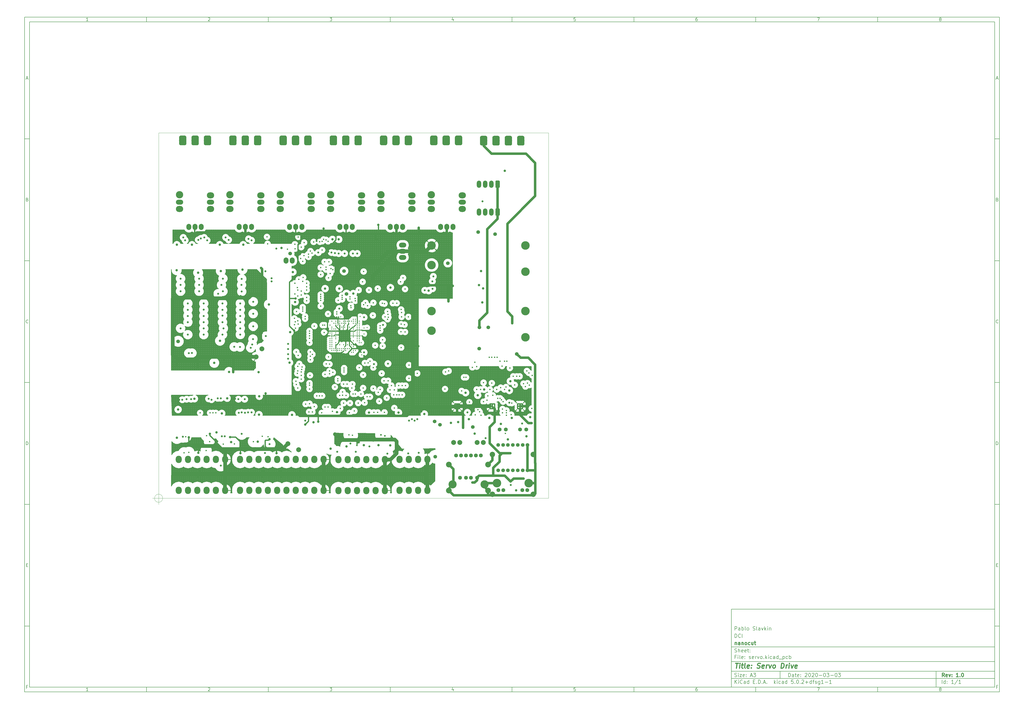
<source format=gbr>
G04 #@! TF.GenerationSoftware,KiCad,Pcbnew,5.0.2+dfsg1-1*
G04 #@! TF.CreationDate,2020-03-23T02:38:37-03:00*
G04 #@! TF.ProjectId,servo,73657276-6f2e-46b6-9963-61645f706362,1.0*
G04 #@! TF.SameCoordinates,Original*
G04 #@! TF.FileFunction,Copper,L2,Inr*
G04 #@! TF.FilePolarity,Positive*
%FSLAX46Y46*%
G04 Gerber Fmt 4.6, Leading zero omitted, Abs format (unit mm)*
G04 Created by KiCad (PCBNEW 5.0.2+dfsg1-1) date Mon 23 Mar 2020 02:38:37 AM -03*
%MOMM*%
%LPD*%
G01*
G04 APERTURE LIST*
%ADD10C,0.100000*%
%ADD11C,0.150000*%
%ADD12C,0.300000*%
%ADD13C,0.400000*%
G04 #@! TA.AperFunction,NonConductor*
%ADD14C,0.100000*%
G04 #@! TD*
G04 #@! TA.AperFunction,ViaPad*
%ADD15O,2.000000X2.500000*%
G04 #@! TD*
G04 #@! TA.AperFunction,ViaPad*
%ADD16O,2.500000X3.000000*%
G04 #@! TD*
G04 #@! TA.AperFunction,ViaPad*
%ADD17O,1.800000X3.000000*%
G04 #@! TD*
G04 #@! TA.AperFunction,Conductor*
%ADD18C,0.100000*%
G04 #@! TD*
G04 #@! TA.AperFunction,ViaPad*
%ADD19C,1.800000*%
G04 #@! TD*
G04 #@! TA.AperFunction,ViaPad*
%ADD20O,3.000000X2.000000*%
G04 #@! TD*
G04 #@! TA.AperFunction,ViaPad*
%ADD21C,2.000000*%
G04 #@! TD*
G04 #@! TA.AperFunction,ViaPad*
%ADD22C,2.200000*%
G04 #@! TD*
G04 #@! TA.AperFunction,ViaPad*
%ADD23C,1.500000*%
G04 #@! TD*
G04 #@! TA.AperFunction,ViaPad*
%ADD24C,1.600000*%
G04 #@! TD*
G04 #@! TA.AperFunction,ViaPad*
%ADD25C,3.500000*%
G04 #@! TD*
G04 #@! TA.AperFunction,ViaPad*
%ADD26O,3.000000X2.500000*%
G04 #@! TD*
G04 #@! TA.AperFunction,ViaPad*
%ADD27O,3.000000X3.000000*%
G04 #@! TD*
G04 #@! TA.AperFunction,ViaPad*
%ADD28C,0.500000*%
G04 #@! TD*
G04 #@! TA.AperFunction,ViaPad*
%ADD29C,3.000000*%
G04 #@! TD*
G04 #@! TA.AperFunction,ViaPad*
%ADD30C,3.326000*%
G04 #@! TD*
G04 #@! TA.AperFunction,ViaPad*
%ADD31C,2.355000*%
G04 #@! TD*
G04 #@! TA.AperFunction,ViaPad*
%ADD32C,0.457000*%
G04 #@! TD*
G04 #@! TA.AperFunction,ViaPad*
%ADD33C,1.000000*%
G04 #@! TD*
G04 #@! TA.AperFunction,ViaPad*
%ADD34C,0.600000*%
G04 #@! TD*
G04 #@! TA.AperFunction,ViaPad*
%ADD35C,0.800000*%
G04 #@! TD*
G04 #@! TA.AperFunction,ViaPad*
%ADD36C,0.700000*%
G04 #@! TD*
G04 #@! TA.AperFunction,Conductor*
%ADD37C,0.500000*%
G04 #@! TD*
G04 #@! TA.AperFunction,Conductor*
%ADD38C,1.000000*%
G04 #@! TD*
G04 #@! TA.AperFunction,Conductor*
%ADD39C,0.152400*%
G04 #@! TD*
G04 #@! TA.AperFunction,Conductor*
%ADD40C,1.500000*%
G04 #@! TD*
G04 #@! TA.AperFunction,Conductor*
%ADD41C,0.200000*%
G04 #@! TD*
G04 #@! TA.AperFunction,Conductor*
%ADD42C,0.400000*%
G04 #@! TD*
G04 #@! TA.AperFunction,Conductor*
%ADD43C,0.250000*%
G04 #@! TD*
G04 #@! TA.AperFunction,Conductor*
%ADD44C,0.800000*%
G04 #@! TD*
%ADD45C,0.200000*%
G04 APERTURE END LIST*
D10*
D11*
X299989000Y-253002200D02*
X299989000Y-285002200D01*
X407989000Y-285002200D01*
X407989000Y-253002200D01*
X299989000Y-253002200D01*
D10*
D11*
X10000000Y-10000000D02*
X10000000Y-287002200D01*
X409989000Y-287002200D01*
X409989000Y-10000000D01*
X10000000Y-10000000D01*
D10*
D11*
X12000000Y-12000000D02*
X12000000Y-285002200D01*
X407989000Y-285002200D01*
X407989000Y-12000000D01*
X12000000Y-12000000D01*
D10*
D11*
X60000000Y-12000000D02*
X60000000Y-10000000D01*
D10*
D11*
X110000000Y-12000000D02*
X110000000Y-10000000D01*
D10*
D11*
X160000000Y-12000000D02*
X160000000Y-10000000D01*
D10*
D11*
X210000000Y-12000000D02*
X210000000Y-10000000D01*
D10*
D11*
X260000000Y-12000000D02*
X260000000Y-10000000D01*
D10*
D11*
X310000000Y-12000000D02*
X310000000Y-10000000D01*
D10*
D11*
X360000000Y-12000000D02*
X360000000Y-10000000D01*
D10*
D11*
X36065476Y-11588095D02*
X35322619Y-11588095D01*
X35694047Y-11588095D02*
X35694047Y-10288095D01*
X35570238Y-10473809D01*
X35446428Y-10597619D01*
X35322619Y-10659523D01*
D10*
D11*
X85322619Y-10411904D02*
X85384523Y-10350000D01*
X85508333Y-10288095D01*
X85817857Y-10288095D01*
X85941666Y-10350000D01*
X86003571Y-10411904D01*
X86065476Y-10535714D01*
X86065476Y-10659523D01*
X86003571Y-10845238D01*
X85260714Y-11588095D01*
X86065476Y-11588095D01*
D10*
D11*
X135260714Y-10288095D02*
X136065476Y-10288095D01*
X135632142Y-10783333D01*
X135817857Y-10783333D01*
X135941666Y-10845238D01*
X136003571Y-10907142D01*
X136065476Y-11030952D01*
X136065476Y-11340476D01*
X136003571Y-11464285D01*
X135941666Y-11526190D01*
X135817857Y-11588095D01*
X135446428Y-11588095D01*
X135322619Y-11526190D01*
X135260714Y-11464285D01*
D10*
D11*
X185941666Y-10721428D02*
X185941666Y-11588095D01*
X185632142Y-10226190D02*
X185322619Y-11154761D01*
X186127380Y-11154761D01*
D10*
D11*
X236003571Y-10288095D02*
X235384523Y-10288095D01*
X235322619Y-10907142D01*
X235384523Y-10845238D01*
X235508333Y-10783333D01*
X235817857Y-10783333D01*
X235941666Y-10845238D01*
X236003571Y-10907142D01*
X236065476Y-11030952D01*
X236065476Y-11340476D01*
X236003571Y-11464285D01*
X235941666Y-11526190D01*
X235817857Y-11588095D01*
X235508333Y-11588095D01*
X235384523Y-11526190D01*
X235322619Y-11464285D01*
D10*
D11*
X285941666Y-10288095D02*
X285694047Y-10288095D01*
X285570238Y-10350000D01*
X285508333Y-10411904D01*
X285384523Y-10597619D01*
X285322619Y-10845238D01*
X285322619Y-11340476D01*
X285384523Y-11464285D01*
X285446428Y-11526190D01*
X285570238Y-11588095D01*
X285817857Y-11588095D01*
X285941666Y-11526190D01*
X286003571Y-11464285D01*
X286065476Y-11340476D01*
X286065476Y-11030952D01*
X286003571Y-10907142D01*
X285941666Y-10845238D01*
X285817857Y-10783333D01*
X285570238Y-10783333D01*
X285446428Y-10845238D01*
X285384523Y-10907142D01*
X285322619Y-11030952D01*
D10*
D11*
X335260714Y-10288095D02*
X336127380Y-10288095D01*
X335570238Y-11588095D01*
D10*
D11*
X385570238Y-10845238D02*
X385446428Y-10783333D01*
X385384523Y-10721428D01*
X385322619Y-10597619D01*
X385322619Y-10535714D01*
X385384523Y-10411904D01*
X385446428Y-10350000D01*
X385570238Y-10288095D01*
X385817857Y-10288095D01*
X385941666Y-10350000D01*
X386003571Y-10411904D01*
X386065476Y-10535714D01*
X386065476Y-10597619D01*
X386003571Y-10721428D01*
X385941666Y-10783333D01*
X385817857Y-10845238D01*
X385570238Y-10845238D01*
X385446428Y-10907142D01*
X385384523Y-10969047D01*
X385322619Y-11092857D01*
X385322619Y-11340476D01*
X385384523Y-11464285D01*
X385446428Y-11526190D01*
X385570238Y-11588095D01*
X385817857Y-11588095D01*
X385941666Y-11526190D01*
X386003571Y-11464285D01*
X386065476Y-11340476D01*
X386065476Y-11092857D01*
X386003571Y-10969047D01*
X385941666Y-10907142D01*
X385817857Y-10845238D01*
D10*
D11*
X60000000Y-285002200D02*
X60000000Y-287002200D01*
D10*
D11*
X110000000Y-285002200D02*
X110000000Y-287002200D01*
D10*
D11*
X160000000Y-285002200D02*
X160000000Y-287002200D01*
D10*
D11*
X210000000Y-285002200D02*
X210000000Y-287002200D01*
D10*
D11*
X260000000Y-285002200D02*
X260000000Y-287002200D01*
D10*
D11*
X310000000Y-285002200D02*
X310000000Y-287002200D01*
D10*
D11*
X360000000Y-285002200D02*
X360000000Y-287002200D01*
D10*
D11*
X36065476Y-286590295D02*
X35322619Y-286590295D01*
X35694047Y-286590295D02*
X35694047Y-285290295D01*
X35570238Y-285476009D01*
X35446428Y-285599819D01*
X35322619Y-285661723D01*
D10*
D11*
X85322619Y-285414104D02*
X85384523Y-285352200D01*
X85508333Y-285290295D01*
X85817857Y-285290295D01*
X85941666Y-285352200D01*
X86003571Y-285414104D01*
X86065476Y-285537914D01*
X86065476Y-285661723D01*
X86003571Y-285847438D01*
X85260714Y-286590295D01*
X86065476Y-286590295D01*
D10*
D11*
X135260714Y-285290295D02*
X136065476Y-285290295D01*
X135632142Y-285785533D01*
X135817857Y-285785533D01*
X135941666Y-285847438D01*
X136003571Y-285909342D01*
X136065476Y-286033152D01*
X136065476Y-286342676D01*
X136003571Y-286466485D01*
X135941666Y-286528390D01*
X135817857Y-286590295D01*
X135446428Y-286590295D01*
X135322619Y-286528390D01*
X135260714Y-286466485D01*
D10*
D11*
X185941666Y-285723628D02*
X185941666Y-286590295D01*
X185632142Y-285228390D02*
X185322619Y-286156961D01*
X186127380Y-286156961D01*
D10*
D11*
X236003571Y-285290295D02*
X235384523Y-285290295D01*
X235322619Y-285909342D01*
X235384523Y-285847438D01*
X235508333Y-285785533D01*
X235817857Y-285785533D01*
X235941666Y-285847438D01*
X236003571Y-285909342D01*
X236065476Y-286033152D01*
X236065476Y-286342676D01*
X236003571Y-286466485D01*
X235941666Y-286528390D01*
X235817857Y-286590295D01*
X235508333Y-286590295D01*
X235384523Y-286528390D01*
X235322619Y-286466485D01*
D10*
D11*
X285941666Y-285290295D02*
X285694047Y-285290295D01*
X285570238Y-285352200D01*
X285508333Y-285414104D01*
X285384523Y-285599819D01*
X285322619Y-285847438D01*
X285322619Y-286342676D01*
X285384523Y-286466485D01*
X285446428Y-286528390D01*
X285570238Y-286590295D01*
X285817857Y-286590295D01*
X285941666Y-286528390D01*
X286003571Y-286466485D01*
X286065476Y-286342676D01*
X286065476Y-286033152D01*
X286003571Y-285909342D01*
X285941666Y-285847438D01*
X285817857Y-285785533D01*
X285570238Y-285785533D01*
X285446428Y-285847438D01*
X285384523Y-285909342D01*
X285322619Y-286033152D01*
D10*
D11*
X335260714Y-285290295D02*
X336127380Y-285290295D01*
X335570238Y-286590295D01*
D10*
D11*
X385570238Y-285847438D02*
X385446428Y-285785533D01*
X385384523Y-285723628D01*
X385322619Y-285599819D01*
X385322619Y-285537914D01*
X385384523Y-285414104D01*
X385446428Y-285352200D01*
X385570238Y-285290295D01*
X385817857Y-285290295D01*
X385941666Y-285352200D01*
X386003571Y-285414104D01*
X386065476Y-285537914D01*
X386065476Y-285599819D01*
X386003571Y-285723628D01*
X385941666Y-285785533D01*
X385817857Y-285847438D01*
X385570238Y-285847438D01*
X385446428Y-285909342D01*
X385384523Y-285971247D01*
X385322619Y-286095057D01*
X385322619Y-286342676D01*
X385384523Y-286466485D01*
X385446428Y-286528390D01*
X385570238Y-286590295D01*
X385817857Y-286590295D01*
X385941666Y-286528390D01*
X386003571Y-286466485D01*
X386065476Y-286342676D01*
X386065476Y-286095057D01*
X386003571Y-285971247D01*
X385941666Y-285909342D01*
X385817857Y-285847438D01*
D10*
D11*
X10000000Y-60000000D02*
X12000000Y-60000000D01*
D10*
D11*
X10000000Y-110000000D02*
X12000000Y-110000000D01*
D10*
D11*
X10000000Y-160000000D02*
X12000000Y-160000000D01*
D10*
D11*
X10000000Y-210000000D02*
X12000000Y-210000000D01*
D10*
D11*
X10000000Y-260000000D02*
X12000000Y-260000000D01*
D10*
D11*
X10690476Y-35216666D02*
X11309523Y-35216666D01*
X10566666Y-35588095D02*
X11000000Y-34288095D01*
X11433333Y-35588095D01*
D10*
D11*
X11092857Y-84907142D02*
X11278571Y-84969047D01*
X11340476Y-85030952D01*
X11402380Y-85154761D01*
X11402380Y-85340476D01*
X11340476Y-85464285D01*
X11278571Y-85526190D01*
X11154761Y-85588095D01*
X10659523Y-85588095D01*
X10659523Y-84288095D01*
X11092857Y-84288095D01*
X11216666Y-84350000D01*
X11278571Y-84411904D01*
X11340476Y-84535714D01*
X11340476Y-84659523D01*
X11278571Y-84783333D01*
X11216666Y-84845238D01*
X11092857Y-84907142D01*
X10659523Y-84907142D01*
D10*
D11*
X11402380Y-135464285D02*
X11340476Y-135526190D01*
X11154761Y-135588095D01*
X11030952Y-135588095D01*
X10845238Y-135526190D01*
X10721428Y-135402380D01*
X10659523Y-135278571D01*
X10597619Y-135030952D01*
X10597619Y-134845238D01*
X10659523Y-134597619D01*
X10721428Y-134473809D01*
X10845238Y-134350000D01*
X11030952Y-134288095D01*
X11154761Y-134288095D01*
X11340476Y-134350000D01*
X11402380Y-134411904D01*
D10*
D11*
X10659523Y-185588095D02*
X10659523Y-184288095D01*
X10969047Y-184288095D01*
X11154761Y-184350000D01*
X11278571Y-184473809D01*
X11340476Y-184597619D01*
X11402380Y-184845238D01*
X11402380Y-185030952D01*
X11340476Y-185278571D01*
X11278571Y-185402380D01*
X11154761Y-185526190D01*
X10969047Y-185588095D01*
X10659523Y-185588095D01*
D10*
D11*
X10721428Y-234907142D02*
X11154761Y-234907142D01*
X11340476Y-235588095D02*
X10721428Y-235588095D01*
X10721428Y-234288095D01*
X11340476Y-234288095D01*
D10*
D11*
X11185714Y-284907142D02*
X10752380Y-284907142D01*
X10752380Y-285588095D02*
X10752380Y-284288095D01*
X11371428Y-284288095D01*
D10*
D11*
X409989000Y-60000000D02*
X407989000Y-60000000D01*
D10*
D11*
X409989000Y-110000000D02*
X407989000Y-110000000D01*
D10*
D11*
X409989000Y-160000000D02*
X407989000Y-160000000D01*
D10*
D11*
X409989000Y-210000000D02*
X407989000Y-210000000D01*
D10*
D11*
X409989000Y-260000000D02*
X407989000Y-260000000D01*
D10*
D11*
X408679476Y-35216666D02*
X409298523Y-35216666D01*
X408555666Y-35588095D02*
X408989000Y-34288095D01*
X409422333Y-35588095D01*
D10*
D11*
X409081857Y-84907142D02*
X409267571Y-84969047D01*
X409329476Y-85030952D01*
X409391380Y-85154761D01*
X409391380Y-85340476D01*
X409329476Y-85464285D01*
X409267571Y-85526190D01*
X409143761Y-85588095D01*
X408648523Y-85588095D01*
X408648523Y-84288095D01*
X409081857Y-84288095D01*
X409205666Y-84350000D01*
X409267571Y-84411904D01*
X409329476Y-84535714D01*
X409329476Y-84659523D01*
X409267571Y-84783333D01*
X409205666Y-84845238D01*
X409081857Y-84907142D01*
X408648523Y-84907142D01*
D10*
D11*
X409391380Y-135464285D02*
X409329476Y-135526190D01*
X409143761Y-135588095D01*
X409019952Y-135588095D01*
X408834238Y-135526190D01*
X408710428Y-135402380D01*
X408648523Y-135278571D01*
X408586619Y-135030952D01*
X408586619Y-134845238D01*
X408648523Y-134597619D01*
X408710428Y-134473809D01*
X408834238Y-134350000D01*
X409019952Y-134288095D01*
X409143761Y-134288095D01*
X409329476Y-134350000D01*
X409391380Y-134411904D01*
D10*
D11*
X408648523Y-185588095D02*
X408648523Y-184288095D01*
X408958047Y-184288095D01*
X409143761Y-184350000D01*
X409267571Y-184473809D01*
X409329476Y-184597619D01*
X409391380Y-184845238D01*
X409391380Y-185030952D01*
X409329476Y-185278571D01*
X409267571Y-185402380D01*
X409143761Y-185526190D01*
X408958047Y-185588095D01*
X408648523Y-185588095D01*
D10*
D11*
X408710428Y-234907142D02*
X409143761Y-234907142D01*
X409329476Y-235588095D02*
X408710428Y-235588095D01*
X408710428Y-234288095D01*
X409329476Y-234288095D01*
D10*
D11*
X409174714Y-284907142D02*
X408741380Y-284907142D01*
X408741380Y-285588095D02*
X408741380Y-284288095D01*
X409360428Y-284288095D01*
D10*
D11*
X323421142Y-280780771D02*
X323421142Y-279280771D01*
X323778285Y-279280771D01*
X323992571Y-279352200D01*
X324135428Y-279495057D01*
X324206857Y-279637914D01*
X324278285Y-279923628D01*
X324278285Y-280137914D01*
X324206857Y-280423628D01*
X324135428Y-280566485D01*
X323992571Y-280709342D01*
X323778285Y-280780771D01*
X323421142Y-280780771D01*
X325564000Y-280780771D02*
X325564000Y-279995057D01*
X325492571Y-279852200D01*
X325349714Y-279780771D01*
X325064000Y-279780771D01*
X324921142Y-279852200D01*
X325564000Y-280709342D02*
X325421142Y-280780771D01*
X325064000Y-280780771D01*
X324921142Y-280709342D01*
X324849714Y-280566485D01*
X324849714Y-280423628D01*
X324921142Y-280280771D01*
X325064000Y-280209342D01*
X325421142Y-280209342D01*
X325564000Y-280137914D01*
X326064000Y-279780771D02*
X326635428Y-279780771D01*
X326278285Y-279280771D02*
X326278285Y-280566485D01*
X326349714Y-280709342D01*
X326492571Y-280780771D01*
X326635428Y-280780771D01*
X327706857Y-280709342D02*
X327564000Y-280780771D01*
X327278285Y-280780771D01*
X327135428Y-280709342D01*
X327064000Y-280566485D01*
X327064000Y-279995057D01*
X327135428Y-279852200D01*
X327278285Y-279780771D01*
X327564000Y-279780771D01*
X327706857Y-279852200D01*
X327778285Y-279995057D01*
X327778285Y-280137914D01*
X327064000Y-280280771D01*
X328421142Y-280637914D02*
X328492571Y-280709342D01*
X328421142Y-280780771D01*
X328349714Y-280709342D01*
X328421142Y-280637914D01*
X328421142Y-280780771D01*
X328421142Y-279852200D02*
X328492571Y-279923628D01*
X328421142Y-279995057D01*
X328349714Y-279923628D01*
X328421142Y-279852200D01*
X328421142Y-279995057D01*
X330206857Y-279423628D02*
X330278285Y-279352200D01*
X330421142Y-279280771D01*
X330778285Y-279280771D01*
X330921142Y-279352200D01*
X330992571Y-279423628D01*
X331064000Y-279566485D01*
X331064000Y-279709342D01*
X330992571Y-279923628D01*
X330135428Y-280780771D01*
X331064000Y-280780771D01*
X331992571Y-279280771D02*
X332135428Y-279280771D01*
X332278285Y-279352200D01*
X332349714Y-279423628D01*
X332421142Y-279566485D01*
X332492571Y-279852200D01*
X332492571Y-280209342D01*
X332421142Y-280495057D01*
X332349714Y-280637914D01*
X332278285Y-280709342D01*
X332135428Y-280780771D01*
X331992571Y-280780771D01*
X331849714Y-280709342D01*
X331778285Y-280637914D01*
X331706857Y-280495057D01*
X331635428Y-280209342D01*
X331635428Y-279852200D01*
X331706857Y-279566485D01*
X331778285Y-279423628D01*
X331849714Y-279352200D01*
X331992571Y-279280771D01*
X333064000Y-279423628D02*
X333135428Y-279352200D01*
X333278285Y-279280771D01*
X333635428Y-279280771D01*
X333778285Y-279352200D01*
X333849714Y-279423628D01*
X333921142Y-279566485D01*
X333921142Y-279709342D01*
X333849714Y-279923628D01*
X332992571Y-280780771D01*
X333921142Y-280780771D01*
X334849714Y-279280771D02*
X334992571Y-279280771D01*
X335135428Y-279352200D01*
X335206857Y-279423628D01*
X335278285Y-279566485D01*
X335349714Y-279852200D01*
X335349714Y-280209342D01*
X335278285Y-280495057D01*
X335206857Y-280637914D01*
X335135428Y-280709342D01*
X334992571Y-280780771D01*
X334849714Y-280780771D01*
X334706857Y-280709342D01*
X334635428Y-280637914D01*
X334564000Y-280495057D01*
X334492571Y-280209342D01*
X334492571Y-279852200D01*
X334564000Y-279566485D01*
X334635428Y-279423628D01*
X334706857Y-279352200D01*
X334849714Y-279280771D01*
X335992571Y-280209342D02*
X337135428Y-280209342D01*
X338135428Y-279280771D02*
X338278285Y-279280771D01*
X338421142Y-279352200D01*
X338492571Y-279423628D01*
X338564000Y-279566485D01*
X338635428Y-279852200D01*
X338635428Y-280209342D01*
X338564000Y-280495057D01*
X338492571Y-280637914D01*
X338421142Y-280709342D01*
X338278285Y-280780771D01*
X338135428Y-280780771D01*
X337992571Y-280709342D01*
X337921142Y-280637914D01*
X337849714Y-280495057D01*
X337778285Y-280209342D01*
X337778285Y-279852200D01*
X337849714Y-279566485D01*
X337921142Y-279423628D01*
X337992571Y-279352200D01*
X338135428Y-279280771D01*
X339135428Y-279280771D02*
X340064000Y-279280771D01*
X339564000Y-279852200D01*
X339778285Y-279852200D01*
X339921142Y-279923628D01*
X339992571Y-279995057D01*
X340064000Y-280137914D01*
X340064000Y-280495057D01*
X339992571Y-280637914D01*
X339921142Y-280709342D01*
X339778285Y-280780771D01*
X339349714Y-280780771D01*
X339206857Y-280709342D01*
X339135428Y-280637914D01*
X340706857Y-280209342D02*
X341849714Y-280209342D01*
X342849714Y-279280771D02*
X342992571Y-279280771D01*
X343135428Y-279352200D01*
X343206857Y-279423628D01*
X343278285Y-279566485D01*
X343349714Y-279852200D01*
X343349714Y-280209342D01*
X343278285Y-280495057D01*
X343206857Y-280637914D01*
X343135428Y-280709342D01*
X342992571Y-280780771D01*
X342849714Y-280780771D01*
X342706857Y-280709342D01*
X342635428Y-280637914D01*
X342564000Y-280495057D01*
X342492571Y-280209342D01*
X342492571Y-279852200D01*
X342564000Y-279566485D01*
X342635428Y-279423628D01*
X342706857Y-279352200D01*
X342849714Y-279280771D01*
X343849714Y-279280771D02*
X344778285Y-279280771D01*
X344278285Y-279852200D01*
X344492571Y-279852200D01*
X344635428Y-279923628D01*
X344706857Y-279995057D01*
X344778285Y-280137914D01*
X344778285Y-280495057D01*
X344706857Y-280637914D01*
X344635428Y-280709342D01*
X344492571Y-280780771D01*
X344064000Y-280780771D01*
X343921142Y-280709342D01*
X343849714Y-280637914D01*
D10*
D11*
X299989000Y-281502200D02*
X407989000Y-281502200D01*
D10*
D11*
X301421142Y-283580771D02*
X301421142Y-282080771D01*
X302278285Y-283580771D02*
X301635428Y-282723628D01*
X302278285Y-282080771D02*
X301421142Y-282937914D01*
X302921142Y-283580771D02*
X302921142Y-282580771D01*
X302921142Y-282080771D02*
X302849714Y-282152200D01*
X302921142Y-282223628D01*
X302992571Y-282152200D01*
X302921142Y-282080771D01*
X302921142Y-282223628D01*
X304492571Y-283437914D02*
X304421142Y-283509342D01*
X304206857Y-283580771D01*
X304064000Y-283580771D01*
X303849714Y-283509342D01*
X303706857Y-283366485D01*
X303635428Y-283223628D01*
X303564000Y-282937914D01*
X303564000Y-282723628D01*
X303635428Y-282437914D01*
X303706857Y-282295057D01*
X303849714Y-282152200D01*
X304064000Y-282080771D01*
X304206857Y-282080771D01*
X304421142Y-282152200D01*
X304492571Y-282223628D01*
X305778285Y-283580771D02*
X305778285Y-282795057D01*
X305706857Y-282652200D01*
X305564000Y-282580771D01*
X305278285Y-282580771D01*
X305135428Y-282652200D01*
X305778285Y-283509342D02*
X305635428Y-283580771D01*
X305278285Y-283580771D01*
X305135428Y-283509342D01*
X305064000Y-283366485D01*
X305064000Y-283223628D01*
X305135428Y-283080771D01*
X305278285Y-283009342D01*
X305635428Y-283009342D01*
X305778285Y-282937914D01*
X307135428Y-283580771D02*
X307135428Y-282080771D01*
X307135428Y-283509342D02*
X306992571Y-283580771D01*
X306706857Y-283580771D01*
X306564000Y-283509342D01*
X306492571Y-283437914D01*
X306421142Y-283295057D01*
X306421142Y-282866485D01*
X306492571Y-282723628D01*
X306564000Y-282652200D01*
X306706857Y-282580771D01*
X306992571Y-282580771D01*
X307135428Y-282652200D01*
X308992571Y-282795057D02*
X309492571Y-282795057D01*
X309706857Y-283580771D02*
X308992571Y-283580771D01*
X308992571Y-282080771D01*
X309706857Y-282080771D01*
X310349714Y-283437914D02*
X310421142Y-283509342D01*
X310349714Y-283580771D01*
X310278285Y-283509342D01*
X310349714Y-283437914D01*
X310349714Y-283580771D01*
X311064000Y-283580771D02*
X311064000Y-282080771D01*
X311421142Y-282080771D01*
X311635428Y-282152200D01*
X311778285Y-282295057D01*
X311849714Y-282437914D01*
X311921142Y-282723628D01*
X311921142Y-282937914D01*
X311849714Y-283223628D01*
X311778285Y-283366485D01*
X311635428Y-283509342D01*
X311421142Y-283580771D01*
X311064000Y-283580771D01*
X312564000Y-283437914D02*
X312635428Y-283509342D01*
X312564000Y-283580771D01*
X312492571Y-283509342D01*
X312564000Y-283437914D01*
X312564000Y-283580771D01*
X313206857Y-283152200D02*
X313921142Y-283152200D01*
X313064000Y-283580771D02*
X313564000Y-282080771D01*
X314064000Y-283580771D01*
X314564000Y-283437914D02*
X314635428Y-283509342D01*
X314564000Y-283580771D01*
X314492571Y-283509342D01*
X314564000Y-283437914D01*
X314564000Y-283580771D01*
X317564000Y-283580771D02*
X317564000Y-282080771D01*
X317706857Y-283009342D02*
X318135428Y-283580771D01*
X318135428Y-282580771D02*
X317564000Y-283152200D01*
X318778285Y-283580771D02*
X318778285Y-282580771D01*
X318778285Y-282080771D02*
X318706857Y-282152200D01*
X318778285Y-282223628D01*
X318849714Y-282152200D01*
X318778285Y-282080771D01*
X318778285Y-282223628D01*
X320135428Y-283509342D02*
X319992571Y-283580771D01*
X319706857Y-283580771D01*
X319564000Y-283509342D01*
X319492571Y-283437914D01*
X319421142Y-283295057D01*
X319421142Y-282866485D01*
X319492571Y-282723628D01*
X319564000Y-282652200D01*
X319706857Y-282580771D01*
X319992571Y-282580771D01*
X320135428Y-282652200D01*
X321421142Y-283580771D02*
X321421142Y-282795057D01*
X321349714Y-282652200D01*
X321206857Y-282580771D01*
X320921142Y-282580771D01*
X320778285Y-282652200D01*
X321421142Y-283509342D02*
X321278285Y-283580771D01*
X320921142Y-283580771D01*
X320778285Y-283509342D01*
X320706857Y-283366485D01*
X320706857Y-283223628D01*
X320778285Y-283080771D01*
X320921142Y-283009342D01*
X321278285Y-283009342D01*
X321421142Y-282937914D01*
X322778285Y-283580771D02*
X322778285Y-282080771D01*
X322778285Y-283509342D02*
X322635428Y-283580771D01*
X322349714Y-283580771D01*
X322206857Y-283509342D01*
X322135428Y-283437914D01*
X322064000Y-283295057D01*
X322064000Y-282866485D01*
X322135428Y-282723628D01*
X322206857Y-282652200D01*
X322349714Y-282580771D01*
X322635428Y-282580771D01*
X322778285Y-282652200D01*
X325349714Y-282080771D02*
X324635428Y-282080771D01*
X324564000Y-282795057D01*
X324635428Y-282723628D01*
X324778285Y-282652200D01*
X325135428Y-282652200D01*
X325278285Y-282723628D01*
X325349714Y-282795057D01*
X325421142Y-282937914D01*
X325421142Y-283295057D01*
X325349714Y-283437914D01*
X325278285Y-283509342D01*
X325135428Y-283580771D01*
X324778285Y-283580771D01*
X324635428Y-283509342D01*
X324564000Y-283437914D01*
X326064000Y-283437914D02*
X326135428Y-283509342D01*
X326064000Y-283580771D01*
X325992571Y-283509342D01*
X326064000Y-283437914D01*
X326064000Y-283580771D01*
X327064000Y-282080771D02*
X327206857Y-282080771D01*
X327349714Y-282152200D01*
X327421142Y-282223628D01*
X327492571Y-282366485D01*
X327564000Y-282652200D01*
X327564000Y-283009342D01*
X327492571Y-283295057D01*
X327421142Y-283437914D01*
X327349714Y-283509342D01*
X327206857Y-283580771D01*
X327064000Y-283580771D01*
X326921142Y-283509342D01*
X326849714Y-283437914D01*
X326778285Y-283295057D01*
X326706857Y-283009342D01*
X326706857Y-282652200D01*
X326778285Y-282366485D01*
X326849714Y-282223628D01*
X326921142Y-282152200D01*
X327064000Y-282080771D01*
X328206857Y-283437914D02*
X328278285Y-283509342D01*
X328206857Y-283580771D01*
X328135428Y-283509342D01*
X328206857Y-283437914D01*
X328206857Y-283580771D01*
X328849714Y-282223628D02*
X328921142Y-282152200D01*
X329064000Y-282080771D01*
X329421142Y-282080771D01*
X329564000Y-282152200D01*
X329635428Y-282223628D01*
X329706857Y-282366485D01*
X329706857Y-282509342D01*
X329635428Y-282723628D01*
X328778285Y-283580771D01*
X329706857Y-283580771D01*
X330349714Y-283009342D02*
X331492571Y-283009342D01*
X330921142Y-283580771D02*
X330921142Y-282437914D01*
X332849714Y-283580771D02*
X332849714Y-282080771D01*
X332849714Y-283509342D02*
X332706857Y-283580771D01*
X332421142Y-283580771D01*
X332278285Y-283509342D01*
X332206857Y-283437914D01*
X332135428Y-283295057D01*
X332135428Y-282866485D01*
X332206857Y-282723628D01*
X332278285Y-282652200D01*
X332421142Y-282580771D01*
X332706857Y-282580771D01*
X332849714Y-282652200D01*
X333349714Y-282580771D02*
X333921142Y-282580771D01*
X333564000Y-283580771D02*
X333564000Y-282295057D01*
X333635428Y-282152200D01*
X333778285Y-282080771D01*
X333921142Y-282080771D01*
X334349714Y-283509342D02*
X334492571Y-283580771D01*
X334778285Y-283580771D01*
X334921142Y-283509342D01*
X334992571Y-283366485D01*
X334992571Y-283295057D01*
X334921142Y-283152200D01*
X334778285Y-283080771D01*
X334564000Y-283080771D01*
X334421142Y-283009342D01*
X334349714Y-282866485D01*
X334349714Y-282795057D01*
X334421142Y-282652200D01*
X334564000Y-282580771D01*
X334778285Y-282580771D01*
X334921142Y-282652200D01*
X336278285Y-282580771D02*
X336278285Y-283795057D01*
X336206857Y-283937914D01*
X336135428Y-284009342D01*
X335992571Y-284080771D01*
X335778285Y-284080771D01*
X335635428Y-284009342D01*
X336278285Y-283509342D02*
X336135428Y-283580771D01*
X335849714Y-283580771D01*
X335706857Y-283509342D01*
X335635428Y-283437914D01*
X335564000Y-283295057D01*
X335564000Y-282866485D01*
X335635428Y-282723628D01*
X335706857Y-282652200D01*
X335849714Y-282580771D01*
X336135428Y-282580771D01*
X336278285Y-282652200D01*
X337778285Y-283580771D02*
X336921142Y-283580771D01*
X337349714Y-283580771D02*
X337349714Y-282080771D01*
X337206857Y-282295057D01*
X337064000Y-282437914D01*
X336921142Y-282509342D01*
X338421142Y-283009342D02*
X339564000Y-283009342D01*
X341064000Y-283580771D02*
X340206857Y-283580771D01*
X340635428Y-283580771D02*
X340635428Y-282080771D01*
X340492571Y-282295057D01*
X340349714Y-282437914D01*
X340206857Y-282509342D01*
D10*
D11*
X299989000Y-278502200D02*
X407989000Y-278502200D01*
D10*
D12*
X387398285Y-280780771D02*
X386898285Y-280066485D01*
X386541142Y-280780771D02*
X386541142Y-279280771D01*
X387112571Y-279280771D01*
X387255428Y-279352200D01*
X387326857Y-279423628D01*
X387398285Y-279566485D01*
X387398285Y-279780771D01*
X387326857Y-279923628D01*
X387255428Y-279995057D01*
X387112571Y-280066485D01*
X386541142Y-280066485D01*
X388612571Y-280709342D02*
X388469714Y-280780771D01*
X388184000Y-280780771D01*
X388041142Y-280709342D01*
X387969714Y-280566485D01*
X387969714Y-279995057D01*
X388041142Y-279852200D01*
X388184000Y-279780771D01*
X388469714Y-279780771D01*
X388612571Y-279852200D01*
X388684000Y-279995057D01*
X388684000Y-280137914D01*
X387969714Y-280280771D01*
X389184000Y-279780771D02*
X389541142Y-280780771D01*
X389898285Y-279780771D01*
X390469714Y-280637914D02*
X390541142Y-280709342D01*
X390469714Y-280780771D01*
X390398285Y-280709342D01*
X390469714Y-280637914D01*
X390469714Y-280780771D01*
X390469714Y-279852200D02*
X390541142Y-279923628D01*
X390469714Y-279995057D01*
X390398285Y-279923628D01*
X390469714Y-279852200D01*
X390469714Y-279995057D01*
X393112571Y-280780771D02*
X392255428Y-280780771D01*
X392684000Y-280780771D02*
X392684000Y-279280771D01*
X392541142Y-279495057D01*
X392398285Y-279637914D01*
X392255428Y-279709342D01*
X393755428Y-280637914D02*
X393826857Y-280709342D01*
X393755428Y-280780771D01*
X393684000Y-280709342D01*
X393755428Y-280637914D01*
X393755428Y-280780771D01*
X394755428Y-279280771D02*
X394898285Y-279280771D01*
X395041142Y-279352200D01*
X395112571Y-279423628D01*
X395184000Y-279566485D01*
X395255428Y-279852200D01*
X395255428Y-280209342D01*
X395184000Y-280495057D01*
X395112571Y-280637914D01*
X395041142Y-280709342D01*
X394898285Y-280780771D01*
X394755428Y-280780771D01*
X394612571Y-280709342D01*
X394541142Y-280637914D01*
X394469714Y-280495057D01*
X394398285Y-280209342D01*
X394398285Y-279852200D01*
X394469714Y-279566485D01*
X394541142Y-279423628D01*
X394612571Y-279352200D01*
X394755428Y-279280771D01*
D10*
D11*
X301349714Y-280709342D02*
X301564000Y-280780771D01*
X301921142Y-280780771D01*
X302064000Y-280709342D01*
X302135428Y-280637914D01*
X302206857Y-280495057D01*
X302206857Y-280352200D01*
X302135428Y-280209342D01*
X302064000Y-280137914D01*
X301921142Y-280066485D01*
X301635428Y-279995057D01*
X301492571Y-279923628D01*
X301421142Y-279852200D01*
X301349714Y-279709342D01*
X301349714Y-279566485D01*
X301421142Y-279423628D01*
X301492571Y-279352200D01*
X301635428Y-279280771D01*
X301992571Y-279280771D01*
X302206857Y-279352200D01*
X302849714Y-280780771D02*
X302849714Y-279780771D01*
X302849714Y-279280771D02*
X302778285Y-279352200D01*
X302849714Y-279423628D01*
X302921142Y-279352200D01*
X302849714Y-279280771D01*
X302849714Y-279423628D01*
X303421142Y-279780771D02*
X304206857Y-279780771D01*
X303421142Y-280780771D01*
X304206857Y-280780771D01*
X305349714Y-280709342D02*
X305206857Y-280780771D01*
X304921142Y-280780771D01*
X304778285Y-280709342D01*
X304706857Y-280566485D01*
X304706857Y-279995057D01*
X304778285Y-279852200D01*
X304921142Y-279780771D01*
X305206857Y-279780771D01*
X305349714Y-279852200D01*
X305421142Y-279995057D01*
X305421142Y-280137914D01*
X304706857Y-280280771D01*
X306064000Y-280637914D02*
X306135428Y-280709342D01*
X306064000Y-280780771D01*
X305992571Y-280709342D01*
X306064000Y-280637914D01*
X306064000Y-280780771D01*
X306064000Y-279852200D02*
X306135428Y-279923628D01*
X306064000Y-279995057D01*
X305992571Y-279923628D01*
X306064000Y-279852200D01*
X306064000Y-279995057D01*
X307849714Y-280352200D02*
X308564000Y-280352200D01*
X307706857Y-280780771D02*
X308206857Y-279280771D01*
X308706857Y-280780771D01*
X309064000Y-279280771D02*
X309992571Y-279280771D01*
X309492571Y-279852200D01*
X309706857Y-279852200D01*
X309849714Y-279923628D01*
X309921142Y-279995057D01*
X309992571Y-280137914D01*
X309992571Y-280495057D01*
X309921142Y-280637914D01*
X309849714Y-280709342D01*
X309706857Y-280780771D01*
X309278285Y-280780771D01*
X309135428Y-280709342D01*
X309064000Y-280637914D01*
D10*
D11*
X386421142Y-283580771D02*
X386421142Y-282080771D01*
X387778285Y-283580771D02*
X387778285Y-282080771D01*
X387778285Y-283509342D02*
X387635428Y-283580771D01*
X387349714Y-283580771D01*
X387206857Y-283509342D01*
X387135428Y-283437914D01*
X387064000Y-283295057D01*
X387064000Y-282866485D01*
X387135428Y-282723628D01*
X387206857Y-282652200D01*
X387349714Y-282580771D01*
X387635428Y-282580771D01*
X387778285Y-282652200D01*
X388492571Y-283437914D02*
X388564000Y-283509342D01*
X388492571Y-283580771D01*
X388421142Y-283509342D01*
X388492571Y-283437914D01*
X388492571Y-283580771D01*
X388492571Y-282652200D02*
X388564000Y-282723628D01*
X388492571Y-282795057D01*
X388421142Y-282723628D01*
X388492571Y-282652200D01*
X388492571Y-282795057D01*
X391135428Y-283580771D02*
X390278285Y-283580771D01*
X390706857Y-283580771D02*
X390706857Y-282080771D01*
X390564000Y-282295057D01*
X390421142Y-282437914D01*
X390278285Y-282509342D01*
X392849714Y-282009342D02*
X391564000Y-283937914D01*
X394135428Y-283580771D02*
X393278285Y-283580771D01*
X393706857Y-283580771D02*
X393706857Y-282080771D01*
X393564000Y-282295057D01*
X393421142Y-282437914D01*
X393278285Y-282509342D01*
D10*
D11*
X299989000Y-274502200D02*
X407989000Y-274502200D01*
D10*
D13*
X301701380Y-275206961D02*
X302844238Y-275206961D01*
X302022809Y-277206961D02*
X302272809Y-275206961D01*
X303260904Y-277206961D02*
X303427571Y-275873628D01*
X303510904Y-275206961D02*
X303403761Y-275302200D01*
X303487095Y-275397438D01*
X303594238Y-275302200D01*
X303510904Y-275206961D01*
X303487095Y-275397438D01*
X304094238Y-275873628D02*
X304856142Y-275873628D01*
X304463285Y-275206961D02*
X304249000Y-276921247D01*
X304320428Y-277111723D01*
X304499000Y-277206961D01*
X304689476Y-277206961D01*
X305641857Y-277206961D02*
X305463285Y-277111723D01*
X305391857Y-276921247D01*
X305606142Y-275206961D01*
X307177571Y-277111723D02*
X306975190Y-277206961D01*
X306594238Y-277206961D01*
X306415666Y-277111723D01*
X306344238Y-276921247D01*
X306439476Y-276159342D01*
X306558523Y-275968866D01*
X306760904Y-275873628D01*
X307141857Y-275873628D01*
X307320428Y-275968866D01*
X307391857Y-276159342D01*
X307368047Y-276349819D01*
X306391857Y-276540295D01*
X308141857Y-277016485D02*
X308225190Y-277111723D01*
X308118047Y-277206961D01*
X308034714Y-277111723D01*
X308141857Y-277016485D01*
X308118047Y-277206961D01*
X308272809Y-275968866D02*
X308356142Y-276064104D01*
X308249000Y-276159342D01*
X308165666Y-276064104D01*
X308272809Y-275968866D01*
X308249000Y-276159342D01*
X310510904Y-277111723D02*
X310784714Y-277206961D01*
X311260904Y-277206961D01*
X311463285Y-277111723D01*
X311570428Y-277016485D01*
X311689476Y-276826009D01*
X311713285Y-276635533D01*
X311641857Y-276445057D01*
X311558523Y-276349819D01*
X311379952Y-276254580D01*
X311010904Y-276159342D01*
X310832333Y-276064104D01*
X310749000Y-275968866D01*
X310677571Y-275778390D01*
X310701380Y-275587914D01*
X310820428Y-275397438D01*
X310927571Y-275302200D01*
X311129952Y-275206961D01*
X311606142Y-275206961D01*
X311879952Y-275302200D01*
X313272809Y-277111723D02*
X313070428Y-277206961D01*
X312689476Y-277206961D01*
X312510904Y-277111723D01*
X312439476Y-276921247D01*
X312534714Y-276159342D01*
X312653761Y-275968866D01*
X312856142Y-275873628D01*
X313237095Y-275873628D01*
X313415666Y-275968866D01*
X313487095Y-276159342D01*
X313463285Y-276349819D01*
X312487095Y-276540295D01*
X314213285Y-277206961D02*
X314379952Y-275873628D01*
X314332333Y-276254580D02*
X314451380Y-276064104D01*
X314558523Y-275968866D01*
X314760904Y-275873628D01*
X314951380Y-275873628D01*
X315427571Y-275873628D02*
X315737095Y-277206961D01*
X316379952Y-275873628D01*
X317260904Y-277206961D02*
X317082333Y-277111723D01*
X316999000Y-277016485D01*
X316927571Y-276826009D01*
X316999000Y-276254580D01*
X317118047Y-276064104D01*
X317225190Y-275968866D01*
X317427571Y-275873628D01*
X317713285Y-275873628D01*
X317891857Y-275968866D01*
X317975190Y-276064104D01*
X318046619Y-276254580D01*
X317975190Y-276826009D01*
X317856142Y-277016485D01*
X317749000Y-277111723D01*
X317546619Y-277206961D01*
X317260904Y-277206961D01*
X320308523Y-277206961D02*
X320558523Y-275206961D01*
X321034714Y-275206961D01*
X321308523Y-275302200D01*
X321475190Y-275492676D01*
X321546619Y-275683152D01*
X321594238Y-276064104D01*
X321558523Y-276349819D01*
X321415666Y-276730771D01*
X321296619Y-276921247D01*
X321082333Y-277111723D01*
X320784714Y-277206961D01*
X320308523Y-277206961D01*
X322308523Y-277206961D02*
X322475190Y-275873628D01*
X322427571Y-276254580D02*
X322546619Y-276064104D01*
X322653761Y-275968866D01*
X322856142Y-275873628D01*
X323046619Y-275873628D01*
X323546619Y-277206961D02*
X323713285Y-275873628D01*
X323796619Y-275206961D02*
X323689476Y-275302200D01*
X323772809Y-275397438D01*
X323879952Y-275302200D01*
X323796619Y-275206961D01*
X323772809Y-275397438D01*
X324475190Y-275873628D02*
X324784714Y-277206961D01*
X325427571Y-275873628D01*
X326796619Y-277111723D02*
X326594238Y-277206961D01*
X326213285Y-277206961D01*
X326034714Y-277111723D01*
X325963285Y-276921247D01*
X326058523Y-276159342D01*
X326177571Y-275968866D01*
X326379952Y-275873628D01*
X326760904Y-275873628D01*
X326939476Y-275968866D01*
X327010904Y-276159342D01*
X326987095Y-276349819D01*
X326010904Y-276540295D01*
D10*
D11*
X301921142Y-272595057D02*
X301421142Y-272595057D01*
X301421142Y-273380771D02*
X301421142Y-271880771D01*
X302135428Y-271880771D01*
X302706857Y-273380771D02*
X302706857Y-272380771D01*
X302706857Y-271880771D02*
X302635428Y-271952200D01*
X302706857Y-272023628D01*
X302778285Y-271952200D01*
X302706857Y-271880771D01*
X302706857Y-272023628D01*
X303635428Y-273380771D02*
X303492571Y-273309342D01*
X303421142Y-273166485D01*
X303421142Y-271880771D01*
X304778285Y-273309342D02*
X304635428Y-273380771D01*
X304349714Y-273380771D01*
X304206857Y-273309342D01*
X304135428Y-273166485D01*
X304135428Y-272595057D01*
X304206857Y-272452200D01*
X304349714Y-272380771D01*
X304635428Y-272380771D01*
X304778285Y-272452200D01*
X304849714Y-272595057D01*
X304849714Y-272737914D01*
X304135428Y-272880771D01*
X305492571Y-273237914D02*
X305564000Y-273309342D01*
X305492571Y-273380771D01*
X305421142Y-273309342D01*
X305492571Y-273237914D01*
X305492571Y-273380771D01*
X305492571Y-272452200D02*
X305564000Y-272523628D01*
X305492571Y-272595057D01*
X305421142Y-272523628D01*
X305492571Y-272452200D01*
X305492571Y-272595057D01*
X307278285Y-273309342D02*
X307421142Y-273380771D01*
X307706857Y-273380771D01*
X307849714Y-273309342D01*
X307921142Y-273166485D01*
X307921142Y-273095057D01*
X307849714Y-272952200D01*
X307706857Y-272880771D01*
X307492571Y-272880771D01*
X307349714Y-272809342D01*
X307278285Y-272666485D01*
X307278285Y-272595057D01*
X307349714Y-272452200D01*
X307492571Y-272380771D01*
X307706857Y-272380771D01*
X307849714Y-272452200D01*
X309135428Y-273309342D02*
X308992571Y-273380771D01*
X308706857Y-273380771D01*
X308564000Y-273309342D01*
X308492571Y-273166485D01*
X308492571Y-272595057D01*
X308564000Y-272452200D01*
X308706857Y-272380771D01*
X308992571Y-272380771D01*
X309135428Y-272452200D01*
X309206857Y-272595057D01*
X309206857Y-272737914D01*
X308492571Y-272880771D01*
X309849714Y-273380771D02*
X309849714Y-272380771D01*
X309849714Y-272666485D02*
X309921142Y-272523628D01*
X309992571Y-272452200D01*
X310135428Y-272380771D01*
X310278285Y-272380771D01*
X310635428Y-272380771D02*
X310992571Y-273380771D01*
X311349714Y-272380771D01*
X312135428Y-273380771D02*
X311992571Y-273309342D01*
X311921142Y-273237914D01*
X311849714Y-273095057D01*
X311849714Y-272666485D01*
X311921142Y-272523628D01*
X311992571Y-272452200D01*
X312135428Y-272380771D01*
X312349714Y-272380771D01*
X312492571Y-272452200D01*
X312564000Y-272523628D01*
X312635428Y-272666485D01*
X312635428Y-273095057D01*
X312564000Y-273237914D01*
X312492571Y-273309342D01*
X312349714Y-273380771D01*
X312135428Y-273380771D01*
X313278285Y-273237914D02*
X313349714Y-273309342D01*
X313278285Y-273380771D01*
X313206857Y-273309342D01*
X313278285Y-273237914D01*
X313278285Y-273380771D01*
X313992571Y-273380771D02*
X313992571Y-271880771D01*
X314135428Y-272809342D02*
X314564000Y-273380771D01*
X314564000Y-272380771D02*
X313992571Y-272952200D01*
X315206857Y-273380771D02*
X315206857Y-272380771D01*
X315206857Y-271880771D02*
X315135428Y-271952200D01*
X315206857Y-272023628D01*
X315278285Y-271952200D01*
X315206857Y-271880771D01*
X315206857Y-272023628D01*
X316564000Y-273309342D02*
X316421142Y-273380771D01*
X316135428Y-273380771D01*
X315992571Y-273309342D01*
X315921142Y-273237914D01*
X315849714Y-273095057D01*
X315849714Y-272666485D01*
X315921142Y-272523628D01*
X315992571Y-272452200D01*
X316135428Y-272380771D01*
X316421142Y-272380771D01*
X316564000Y-272452200D01*
X317849714Y-273380771D02*
X317849714Y-272595057D01*
X317778285Y-272452200D01*
X317635428Y-272380771D01*
X317349714Y-272380771D01*
X317206857Y-272452200D01*
X317849714Y-273309342D02*
X317706857Y-273380771D01*
X317349714Y-273380771D01*
X317206857Y-273309342D01*
X317135428Y-273166485D01*
X317135428Y-273023628D01*
X317206857Y-272880771D01*
X317349714Y-272809342D01*
X317706857Y-272809342D01*
X317849714Y-272737914D01*
X319206857Y-273380771D02*
X319206857Y-271880771D01*
X319206857Y-273309342D02*
X319064000Y-273380771D01*
X318778285Y-273380771D01*
X318635428Y-273309342D01*
X318564000Y-273237914D01*
X318492571Y-273095057D01*
X318492571Y-272666485D01*
X318564000Y-272523628D01*
X318635428Y-272452200D01*
X318778285Y-272380771D01*
X319064000Y-272380771D01*
X319206857Y-272452200D01*
X319564000Y-273523628D02*
X320706857Y-273523628D01*
X321064000Y-272380771D02*
X321064000Y-273880771D01*
X321064000Y-272452200D02*
X321206857Y-272380771D01*
X321492571Y-272380771D01*
X321635428Y-272452200D01*
X321706857Y-272523628D01*
X321778285Y-272666485D01*
X321778285Y-273095057D01*
X321706857Y-273237914D01*
X321635428Y-273309342D01*
X321492571Y-273380771D01*
X321206857Y-273380771D01*
X321064000Y-273309342D01*
X323064000Y-273309342D02*
X322921142Y-273380771D01*
X322635428Y-273380771D01*
X322492571Y-273309342D01*
X322421142Y-273237914D01*
X322349714Y-273095057D01*
X322349714Y-272666485D01*
X322421142Y-272523628D01*
X322492571Y-272452200D01*
X322635428Y-272380771D01*
X322921142Y-272380771D01*
X323064000Y-272452200D01*
X323706857Y-273380771D02*
X323706857Y-271880771D01*
X323706857Y-272452200D02*
X323849714Y-272380771D01*
X324135428Y-272380771D01*
X324278285Y-272452200D01*
X324349714Y-272523628D01*
X324421142Y-272666485D01*
X324421142Y-273095057D01*
X324349714Y-273237914D01*
X324278285Y-273309342D01*
X324135428Y-273380771D01*
X323849714Y-273380771D01*
X323706857Y-273309342D01*
D10*
D11*
X299989000Y-268502200D02*
X407989000Y-268502200D01*
D10*
D11*
X301349714Y-270609342D02*
X301564000Y-270680771D01*
X301921142Y-270680771D01*
X302064000Y-270609342D01*
X302135428Y-270537914D01*
X302206857Y-270395057D01*
X302206857Y-270252200D01*
X302135428Y-270109342D01*
X302064000Y-270037914D01*
X301921142Y-269966485D01*
X301635428Y-269895057D01*
X301492571Y-269823628D01*
X301421142Y-269752200D01*
X301349714Y-269609342D01*
X301349714Y-269466485D01*
X301421142Y-269323628D01*
X301492571Y-269252200D01*
X301635428Y-269180771D01*
X301992571Y-269180771D01*
X302206857Y-269252200D01*
X302849714Y-270680771D02*
X302849714Y-269180771D01*
X303492571Y-270680771D02*
X303492571Y-269895057D01*
X303421142Y-269752200D01*
X303278285Y-269680771D01*
X303064000Y-269680771D01*
X302921142Y-269752200D01*
X302849714Y-269823628D01*
X304778285Y-270609342D02*
X304635428Y-270680771D01*
X304349714Y-270680771D01*
X304206857Y-270609342D01*
X304135428Y-270466485D01*
X304135428Y-269895057D01*
X304206857Y-269752200D01*
X304349714Y-269680771D01*
X304635428Y-269680771D01*
X304778285Y-269752200D01*
X304849714Y-269895057D01*
X304849714Y-270037914D01*
X304135428Y-270180771D01*
X306064000Y-270609342D02*
X305921142Y-270680771D01*
X305635428Y-270680771D01*
X305492571Y-270609342D01*
X305421142Y-270466485D01*
X305421142Y-269895057D01*
X305492571Y-269752200D01*
X305635428Y-269680771D01*
X305921142Y-269680771D01*
X306064000Y-269752200D01*
X306135428Y-269895057D01*
X306135428Y-270037914D01*
X305421142Y-270180771D01*
X306564000Y-269680771D02*
X307135428Y-269680771D01*
X306778285Y-269180771D02*
X306778285Y-270466485D01*
X306849714Y-270609342D01*
X306992571Y-270680771D01*
X307135428Y-270680771D01*
X307635428Y-270537914D02*
X307706857Y-270609342D01*
X307635428Y-270680771D01*
X307564000Y-270609342D01*
X307635428Y-270537914D01*
X307635428Y-270680771D01*
X307635428Y-269752200D02*
X307706857Y-269823628D01*
X307635428Y-269895057D01*
X307564000Y-269823628D01*
X307635428Y-269752200D01*
X307635428Y-269895057D01*
D10*
D12*
X301541142Y-266680771D02*
X301541142Y-267680771D01*
X301541142Y-266823628D02*
X301612571Y-266752200D01*
X301755428Y-266680771D01*
X301969714Y-266680771D01*
X302112571Y-266752200D01*
X302184000Y-266895057D01*
X302184000Y-267680771D01*
X303541142Y-267680771D02*
X303541142Y-266895057D01*
X303469714Y-266752200D01*
X303326857Y-266680771D01*
X303041142Y-266680771D01*
X302898285Y-266752200D01*
X303541142Y-267609342D02*
X303398285Y-267680771D01*
X303041142Y-267680771D01*
X302898285Y-267609342D01*
X302826857Y-267466485D01*
X302826857Y-267323628D01*
X302898285Y-267180771D01*
X303041142Y-267109342D01*
X303398285Y-267109342D01*
X303541142Y-267037914D01*
X304255428Y-266680771D02*
X304255428Y-267680771D01*
X304255428Y-266823628D02*
X304326857Y-266752200D01*
X304469714Y-266680771D01*
X304684000Y-266680771D01*
X304826857Y-266752200D01*
X304898285Y-266895057D01*
X304898285Y-267680771D01*
X305826857Y-267680771D02*
X305684000Y-267609342D01*
X305612571Y-267537914D01*
X305541142Y-267395057D01*
X305541142Y-266966485D01*
X305612571Y-266823628D01*
X305684000Y-266752200D01*
X305826857Y-266680771D01*
X306041142Y-266680771D01*
X306184000Y-266752200D01*
X306255428Y-266823628D01*
X306326857Y-266966485D01*
X306326857Y-267395057D01*
X306255428Y-267537914D01*
X306184000Y-267609342D01*
X306041142Y-267680771D01*
X305826857Y-267680771D01*
X307612571Y-267609342D02*
X307469714Y-267680771D01*
X307184000Y-267680771D01*
X307041142Y-267609342D01*
X306969714Y-267537914D01*
X306898285Y-267395057D01*
X306898285Y-266966485D01*
X306969714Y-266823628D01*
X307041142Y-266752200D01*
X307184000Y-266680771D01*
X307469714Y-266680771D01*
X307612571Y-266752200D01*
X308898285Y-266680771D02*
X308898285Y-267680771D01*
X308255428Y-266680771D02*
X308255428Y-267466485D01*
X308326857Y-267609342D01*
X308469714Y-267680771D01*
X308684000Y-267680771D01*
X308826857Y-267609342D01*
X308898285Y-267537914D01*
X309398285Y-266680771D02*
X309969714Y-266680771D01*
X309612571Y-266180771D02*
X309612571Y-267466485D01*
X309684000Y-267609342D01*
X309826857Y-267680771D01*
X309969714Y-267680771D01*
D10*
D11*
X301421142Y-264680771D02*
X301421142Y-263180771D01*
X301778285Y-263180771D01*
X301992571Y-263252200D01*
X302135428Y-263395057D01*
X302206857Y-263537914D01*
X302278285Y-263823628D01*
X302278285Y-264037914D01*
X302206857Y-264323628D01*
X302135428Y-264466485D01*
X301992571Y-264609342D01*
X301778285Y-264680771D01*
X301421142Y-264680771D01*
X303778285Y-264537914D02*
X303706857Y-264609342D01*
X303492571Y-264680771D01*
X303349714Y-264680771D01*
X303135428Y-264609342D01*
X302992571Y-264466485D01*
X302921142Y-264323628D01*
X302849714Y-264037914D01*
X302849714Y-263823628D01*
X302921142Y-263537914D01*
X302992571Y-263395057D01*
X303135428Y-263252200D01*
X303349714Y-263180771D01*
X303492571Y-263180771D01*
X303706857Y-263252200D01*
X303778285Y-263323628D01*
X304421142Y-264680771D02*
X304421142Y-263180771D01*
D10*
D11*
X301421142Y-261680771D02*
X301421142Y-260180771D01*
X301992571Y-260180771D01*
X302135428Y-260252200D01*
X302206857Y-260323628D01*
X302278285Y-260466485D01*
X302278285Y-260680771D01*
X302206857Y-260823628D01*
X302135428Y-260895057D01*
X301992571Y-260966485D01*
X301421142Y-260966485D01*
X303564000Y-261680771D02*
X303564000Y-260895057D01*
X303492571Y-260752200D01*
X303349714Y-260680771D01*
X303064000Y-260680771D01*
X302921142Y-260752200D01*
X303564000Y-261609342D02*
X303421142Y-261680771D01*
X303064000Y-261680771D01*
X302921142Y-261609342D01*
X302849714Y-261466485D01*
X302849714Y-261323628D01*
X302921142Y-261180771D01*
X303064000Y-261109342D01*
X303421142Y-261109342D01*
X303564000Y-261037914D01*
X304278285Y-261680771D02*
X304278285Y-260180771D01*
X304278285Y-260752200D02*
X304421142Y-260680771D01*
X304706857Y-260680771D01*
X304849714Y-260752200D01*
X304921142Y-260823628D01*
X304992571Y-260966485D01*
X304992571Y-261395057D01*
X304921142Y-261537914D01*
X304849714Y-261609342D01*
X304706857Y-261680771D01*
X304421142Y-261680771D01*
X304278285Y-261609342D01*
X305849714Y-261680771D02*
X305706857Y-261609342D01*
X305635428Y-261466485D01*
X305635428Y-260180771D01*
X306635428Y-261680771D02*
X306492571Y-261609342D01*
X306421142Y-261537914D01*
X306349714Y-261395057D01*
X306349714Y-260966485D01*
X306421142Y-260823628D01*
X306492571Y-260752200D01*
X306635428Y-260680771D01*
X306849714Y-260680771D01*
X306992571Y-260752200D01*
X307064000Y-260823628D01*
X307135428Y-260966485D01*
X307135428Y-261395057D01*
X307064000Y-261537914D01*
X306992571Y-261609342D01*
X306849714Y-261680771D01*
X306635428Y-261680771D01*
X308849714Y-261609342D02*
X309064000Y-261680771D01*
X309421142Y-261680771D01*
X309564000Y-261609342D01*
X309635428Y-261537914D01*
X309706857Y-261395057D01*
X309706857Y-261252200D01*
X309635428Y-261109342D01*
X309564000Y-261037914D01*
X309421142Y-260966485D01*
X309135428Y-260895057D01*
X308992571Y-260823628D01*
X308921142Y-260752200D01*
X308849714Y-260609342D01*
X308849714Y-260466485D01*
X308921142Y-260323628D01*
X308992571Y-260252200D01*
X309135428Y-260180771D01*
X309492571Y-260180771D01*
X309706857Y-260252200D01*
X310564000Y-261680771D02*
X310421142Y-261609342D01*
X310349714Y-261466485D01*
X310349714Y-260180771D01*
X311778285Y-261680771D02*
X311778285Y-260895057D01*
X311706857Y-260752200D01*
X311564000Y-260680771D01*
X311278285Y-260680771D01*
X311135428Y-260752200D01*
X311778285Y-261609342D02*
X311635428Y-261680771D01*
X311278285Y-261680771D01*
X311135428Y-261609342D01*
X311064000Y-261466485D01*
X311064000Y-261323628D01*
X311135428Y-261180771D01*
X311278285Y-261109342D01*
X311635428Y-261109342D01*
X311778285Y-261037914D01*
X312349714Y-260680771D02*
X312706857Y-261680771D01*
X313064000Y-260680771D01*
X313635428Y-261680771D02*
X313635428Y-260180771D01*
X313778285Y-261109342D02*
X314206857Y-261680771D01*
X314206857Y-260680771D02*
X313635428Y-261252200D01*
X314849714Y-261680771D02*
X314849714Y-260680771D01*
X314849714Y-260180771D02*
X314778285Y-260252200D01*
X314849714Y-260323628D01*
X314921142Y-260252200D01*
X314849714Y-260180771D01*
X314849714Y-260323628D01*
X315564000Y-260680771D02*
X315564000Y-261680771D01*
X315564000Y-260823628D02*
X315635428Y-260752200D01*
X315778285Y-260680771D01*
X315992571Y-260680771D01*
X316135428Y-260752200D01*
X316206857Y-260895057D01*
X316206857Y-261680771D01*
D10*
D11*
X319989000Y-278502200D02*
X319989000Y-281502200D01*
D10*
D11*
X383989000Y-278502200D02*
X383989000Y-285002200D01*
D14*
X66666666Y-207500000D02*
G75*
G03X66666666Y-207500000I-1666666J0D01*
G01*
X62500000Y-207500000D02*
X67500000Y-207500000D01*
X65000000Y-205000000D02*
X65000000Y-210000000D01*
X225000000Y-207500000D02*
X65000000Y-207500000D01*
X225000000Y-57500000D02*
X225000000Y-207500000D01*
X65000000Y-57500000D02*
X225000000Y-57500000D01*
X65000000Y-207500000D02*
X65000000Y-57500000D01*
D15*
G04 #@! TO.N,/ui/speaker-*
G04 #@! TO.C,J1402*
X119800000Y-109900000D03*
G04 #@! TO.N,/ui/speaker+*
X117260000Y-109900000D03*
G04 #@! TD*
D16*
G04 #@! TO.N,GNDI*
G04 #@! TO.C,J1201*
X175303000Y-204292000D03*
X175303000Y-191592000D03*
G04 #@! TO.N,/can rs485/CAN_N_H*
X171493000Y-204292000D03*
G04 #@! TO.N,/can rs485/CAN_P_H*
X167683000Y-204292000D03*
G04 #@! TO.N,5VI*
X163873000Y-204292000D03*
G04 #@! TO.N,/can rs485/RS485_N_H*
X171493000Y-191592000D03*
G04 #@! TO.N,/can rs485/RS485_P_H*
X167683000Y-191592000D03*
G04 #@! TO.N,5VI*
X163873000Y-191592000D03*
G04 #@! TD*
D17*
G04 #@! TO.N,Net-(L1602-Pad1)*
G04 #@! TO.C,U1604*
X196445000Y-90025000D03*
G04 #@! TO.N,VBUS2_N_H*
X198985000Y-90025000D03*
G04 #@! TO.N,Net-(C1610-Pad2)*
X201525000Y-90025000D03*
D18*
G04 #@! TO.N,GNDB*
G36*
X204559108Y-88527167D02*
X204602791Y-88533647D01*
X204645628Y-88544377D01*
X204687208Y-88559254D01*
X204727129Y-88578135D01*
X204765007Y-88600839D01*
X204800477Y-88627145D01*
X204833198Y-88656802D01*
X204862855Y-88689523D01*
X204889161Y-88724993D01*
X204911865Y-88762871D01*
X204930746Y-88802792D01*
X204945623Y-88844372D01*
X204956353Y-88887209D01*
X204962833Y-88930892D01*
X204965000Y-88975000D01*
X204965000Y-91075000D01*
X204962833Y-91119108D01*
X204956353Y-91162791D01*
X204945623Y-91205628D01*
X204930746Y-91247208D01*
X204911865Y-91287129D01*
X204889161Y-91325007D01*
X204862855Y-91360477D01*
X204833198Y-91393198D01*
X204800477Y-91422855D01*
X204765007Y-91449161D01*
X204727129Y-91471865D01*
X204687208Y-91490746D01*
X204645628Y-91505623D01*
X204602791Y-91516353D01*
X204559108Y-91522833D01*
X204515000Y-91525000D01*
X203615000Y-91525000D01*
X203570892Y-91522833D01*
X203527209Y-91516353D01*
X203484372Y-91505623D01*
X203442792Y-91490746D01*
X203402871Y-91471865D01*
X203364993Y-91449161D01*
X203329523Y-91422855D01*
X203296802Y-91393198D01*
X203267145Y-91360477D01*
X203240839Y-91325007D01*
X203218135Y-91287129D01*
X203199254Y-91247208D01*
X203184377Y-91205628D01*
X203173647Y-91162791D01*
X203167167Y-91119108D01*
X203165000Y-91075000D01*
X203165000Y-88975000D01*
X203167167Y-88930892D01*
X203173647Y-88887209D01*
X203184377Y-88844372D01*
X203199254Y-88802792D01*
X203218135Y-88762871D01*
X203240839Y-88724993D01*
X203267145Y-88689523D01*
X203296802Y-88656802D01*
X203329523Y-88627145D01*
X203364993Y-88600839D01*
X203402871Y-88578135D01*
X203442792Y-88559254D01*
X203484372Y-88544377D01*
X203527209Y-88533647D01*
X203570892Y-88527167D01*
X203615000Y-88525000D01*
X204515000Y-88525000D01*
X204559108Y-88527167D01*
X204559108Y-88527167D01*
G37*
D19*
X204065000Y-90025000D03*
G04 #@! TD*
D17*
G04 #@! TO.N,Net-(L1601-Pad1)*
G04 #@! TO.C,U1603*
X196445000Y-78595000D03*
G04 #@! TO.N,VBUS1_N_H*
X198985000Y-78595000D03*
G04 #@! TO.N,Net-(C1609-Pad2)*
X201525000Y-78595000D03*
D18*
G04 #@! TO.N,GNDB*
G36*
X204559108Y-77097167D02*
X204602791Y-77103647D01*
X204645628Y-77114377D01*
X204687208Y-77129254D01*
X204727129Y-77148135D01*
X204765007Y-77170839D01*
X204800477Y-77197145D01*
X204833198Y-77226802D01*
X204862855Y-77259523D01*
X204889161Y-77294993D01*
X204911865Y-77332871D01*
X204930746Y-77372792D01*
X204945623Y-77414372D01*
X204956353Y-77457209D01*
X204962833Y-77500892D01*
X204965000Y-77545000D01*
X204965000Y-79645000D01*
X204962833Y-79689108D01*
X204956353Y-79732791D01*
X204945623Y-79775628D01*
X204930746Y-79817208D01*
X204911865Y-79857129D01*
X204889161Y-79895007D01*
X204862855Y-79930477D01*
X204833198Y-79963198D01*
X204800477Y-79992855D01*
X204765007Y-80019161D01*
X204727129Y-80041865D01*
X204687208Y-80060746D01*
X204645628Y-80075623D01*
X204602791Y-80086353D01*
X204559108Y-80092833D01*
X204515000Y-80095000D01*
X203615000Y-80095000D01*
X203570892Y-80092833D01*
X203527209Y-80086353D01*
X203484372Y-80075623D01*
X203442792Y-80060746D01*
X203402871Y-80041865D01*
X203364993Y-80019161D01*
X203329523Y-79992855D01*
X203296802Y-79963198D01*
X203267145Y-79930477D01*
X203240839Y-79895007D01*
X203218135Y-79857129D01*
X203199254Y-79817208D01*
X203184377Y-79775628D01*
X203173647Y-79732791D01*
X203167167Y-79689108D01*
X203165000Y-79645000D01*
X203165000Y-77545000D01*
X203167167Y-77500892D01*
X203173647Y-77457209D01*
X203184377Y-77414372D01*
X203199254Y-77372792D01*
X203218135Y-77332871D01*
X203240839Y-77294993D01*
X203267145Y-77259523D01*
X203296802Y-77226802D01*
X203329523Y-77197145D01*
X203364993Y-77170839D01*
X203402871Y-77148135D01*
X203442792Y-77129254D01*
X203484372Y-77114377D01*
X203527209Y-77103647D01*
X203570892Y-77097167D01*
X203615000Y-77095000D01*
X204515000Y-77095000D01*
X204559108Y-77097167D01*
X204559108Y-77097167D01*
G37*
D19*
X204065000Y-78595000D03*
G04 #@! TD*
D20*
G04 #@! TO.N,3V3*
G04 #@! TO.C,U702*
X165100977Y-103579917D03*
G04 #@! TO.N,GND*
X165100977Y-106119917D03*
G04 #@! TO.N,5VC*
X165100977Y-108659917D03*
G04 #@! TD*
D21*
G04 #@! TO.N,GNDI*
G04 #@! TO.C,JP703*
X118000977Y-185159919D03*
G04 #@! TO.N,GNDP*
X105004212Y-149451599D03*
G04 #@! TD*
G04 #@! TO.N,5VI*
G04 #@! TO.C,JP704*
X122400977Y-187559917D03*
G04 #@! TO.N,5VP*
X107352091Y-146213442D03*
G04 #@! TD*
D22*
G04 #@! TO.N,Earth*
G04 #@! TO.C,J401*
X201942200Y-205894800D03*
X218731600Y-205894800D03*
X218731600Y-189511800D03*
X201942200Y-189511800D03*
D23*
G04 #@! TO.N,/ethercat/P1_TD_P*
X204294200Y-196062800D03*
G04 #@! TO.N,3V3*
X206304200Y-196062800D03*
G04 #@! TO.N,/ethercat/P1_TD_N*
X208314200Y-196062800D03*
G04 #@! TO.N,/ethercat/P1_RD_P*
X210324200Y-196062800D03*
G04 #@! TO.N,3V3*
X212334200Y-196062800D03*
G04 #@! TO.N,/ethercat/P1_RD_N*
X214344200Y-196062800D03*
G04 #@! TO.N,Earth*
X216354200Y-196062800D03*
G04 #@! TO.N,/ethercat/P0_TD_P*
X204294200Y-185652800D03*
G04 #@! TO.N,3V3*
X206304200Y-185652800D03*
G04 #@! TO.N,/ethercat/P0_TD_N*
X208314200Y-185652800D03*
G04 #@! TO.N,/ethercat/P0_RD_P*
X210324200Y-185652800D03*
G04 #@! TO.N,3V3*
X212334200Y-185652800D03*
G04 #@! TO.N,/ethercat/P0_RD_N*
X214344200Y-185652800D03*
G04 #@! TO.N,Earth*
X216354200Y-185652800D03*
D24*
G04 #@! TO.N,Net-(J401-Pad15)*
X204379200Y-204162800D03*
G04 #@! TO.N,ECAT1_RJ_LED1*
X206414200Y-204162800D03*
G04 #@! TO.N,Net-(J401-Pad17)*
X214234200Y-204162800D03*
G04 #@! TO.N,ECAT1_RJ_LED0*
X216269200Y-204162800D03*
G04 #@! TO.N,Net-(J401-Pad19)*
X204864200Y-179302800D03*
G04 #@! TO.N,ECAT0_RJ_LED0*
X207404200Y-179302800D03*
G04 #@! TO.N,Net-(J401-Pad21)*
X213244200Y-179302800D03*
G04 #@! TO.N,ECAT0_RJ_LED1*
X215784200Y-179302800D03*
D25*
G04 #@! TO.N,Earth*
X203769200Y-201322800D03*
X216879200Y-201322800D03*
G04 #@! TD*
D16*
G04 #@! TO.N,5VI*
G04 #@! TO.C,J1001*
X73275000Y-191592000D03*
G04 #@! TO.N,/step_dir/STEP2_P_H*
X77085000Y-191592000D03*
G04 #@! TO.N,/step_dir/STEP2_N_H*
X80895000Y-191592000D03*
G04 #@! TO.N,/step_dir/DIR2_A_P_H*
X84705000Y-191592000D03*
G04 #@! TO.N,/step_dir/DIR2_A_N_H*
X88515000Y-191592000D03*
G04 #@! TO.N,5VI*
X73275000Y-204292000D03*
G04 #@! TO.N,/step_dir/STEP1_P_H*
X77085000Y-204292000D03*
G04 #@! TO.N,/step_dir/STEP1_N_H*
X80895000Y-204292000D03*
G04 #@! TO.N,/step_dir/DIR1_A_P_H*
X84705000Y-204292000D03*
G04 #@! TO.N,/step_dir/DIR1_A_N_H*
X88515000Y-204292000D03*
G04 #@! TO.N,GNDI*
X92325000Y-204292000D03*
X92325000Y-191592000D03*
G04 #@! TD*
D15*
G04 #@! TO.N,Net-(R1503-Pad1)*
G04 #@! TO.C,U1502*
X123815080Y-96163080D03*
G04 #@! TO.N,5VC*
X118735080Y-96163080D03*
G04 #@! TO.N,GND*
X121275080Y-96163080D03*
D20*
G04 #@! TO.N,/lem/LemA_All_2*
X114920000Y-85998000D03*
D26*
G04 #@! TO.N,/lem/LemA_All_1*
X114920000Y-88788000D03*
D27*
G04 #@! TO.N,/lem/LemA_All_3*
X114920000Y-82958000D03*
D26*
G04 #@! TO.N,/lem/LemA_All_4*
X127620000Y-83208000D03*
G04 #@! TO.N,/lem/LemA_All_6*
X127620000Y-88788000D03*
D20*
G04 #@! TO.N,/lem/LemA_All_5*
X127620000Y-85998000D03*
G04 #@! TD*
D15*
G04 #@! TO.N,Net-(R1501-Pad1)*
G04 #@! TO.C,U1501*
X103161080Y-96163080D03*
G04 #@! TO.N,5VC*
X98081080Y-96163080D03*
G04 #@! TO.N,GND*
X100621080Y-96163080D03*
D20*
G04 #@! TO.N,/lem/LemAV_2*
X94266000Y-85998000D03*
D26*
G04 #@! TO.N,/lem/LemAV_1*
X94266000Y-88788000D03*
D27*
G04 #@! TO.N,/lem/LemAV_3*
X94266000Y-82958000D03*
D26*
G04 #@! TO.N,/lem/LemAV_4*
X106966000Y-83208000D03*
G04 #@! TO.N,/lem/LemAV_6*
X106966000Y-88788000D03*
D20*
G04 #@! TO.N,/lem/LemAV_5*
X106966000Y-85998000D03*
G04 #@! TD*
D15*
G04 #@! TO.N,Net-(R1509-Pad1)*
G04 #@! TO.C,U1505*
X165123080Y-96163080D03*
G04 #@! TO.N,5VC*
X160043080Y-96163080D03*
G04 #@! TO.N,GND*
X162583080Y-96163080D03*
D20*
G04 #@! TO.N,/lem/LemBV_2*
X156228000Y-85998000D03*
D26*
G04 #@! TO.N,/lem/LemBV_1*
X156228000Y-88788000D03*
D27*
G04 #@! TO.N,/lem/LemBV_3*
X156228000Y-82958000D03*
D26*
G04 #@! TO.N,/lem/LemBV_4*
X168928000Y-83208000D03*
G04 #@! TO.N,/lem/LemBV_6*
X168928000Y-88788000D03*
D20*
G04 #@! TO.N,/lem/LemBV_5*
X168928000Y-85998000D03*
G04 #@! TD*
D15*
G04 #@! TO.N,Net-(R1507-Pad1)*
G04 #@! TO.C,U1504*
X144469080Y-96163080D03*
G04 #@! TO.N,5VC*
X139389080Y-96163080D03*
G04 #@! TO.N,GND*
X141929080Y-96163080D03*
D20*
G04 #@! TO.N,/lem/LemBU_2*
X135574000Y-85998000D03*
D26*
G04 #@! TO.N,/lem/LemBU_1*
X135574000Y-88788000D03*
D27*
G04 #@! TO.N,/lem/LemBU_3*
X135574000Y-82958000D03*
D26*
G04 #@! TO.N,/lem/LemBU_4*
X148274000Y-83208000D03*
G04 #@! TO.N,/lem/LemBU_6*
X148274000Y-88788000D03*
D20*
G04 #@! TO.N,/lem/LemBU_5*
X148274000Y-85998000D03*
G04 #@! TD*
D15*
G04 #@! TO.N,Net-(R1505-Pad1)*
G04 #@! TO.C,U1503*
X82507080Y-96163080D03*
G04 #@! TO.N,5VC*
X77427080Y-96163080D03*
G04 #@! TO.N,GND*
X79967080Y-96163080D03*
D20*
G04 #@! TO.N,/lem/LemAU_2*
X73612000Y-85998000D03*
D26*
G04 #@! TO.N,/lem/LemAU_1*
X73612000Y-88788000D03*
D27*
G04 #@! TO.N,/lem/LemAU_3*
X73612000Y-82958000D03*
D26*
G04 #@! TO.N,/lem/LemAU_4*
X86312000Y-83208000D03*
G04 #@! TO.N,/lem/LemAU_6*
X86312000Y-88788000D03*
D20*
G04 #@! TO.N,/lem/LemAU_5*
X86312000Y-85998000D03*
G04 #@! TD*
D15*
G04 #@! TO.N,Net-(R1511-Pad1)*
G04 #@! TO.C,U1506*
X185777080Y-96163080D03*
G04 #@! TO.N,5VC*
X180697080Y-96163080D03*
G04 #@! TO.N,GND*
X183237080Y-96163080D03*
D20*
G04 #@! TO.N,/lem/LemB_All_2*
X176882000Y-85998000D03*
D26*
G04 #@! TO.N,/lem/LemB_All_1*
X176882000Y-88788000D03*
D27*
G04 #@! TO.N,/lem/LemB_All_3*
X176882000Y-82958000D03*
D26*
G04 #@! TO.N,/lem/LemB_All_4*
X189582000Y-83208000D03*
G04 #@! TO.N,/lem/LemB_All_6*
X189582000Y-88788000D03*
D20*
G04 #@! TO.N,/lem/LemB_All_5*
X189582000Y-85998000D03*
G04 #@! TD*
D28*
G04 #@! TO.N,GND*
G04 #@! TO.C,U402*
X200898000Y-170750600D03*
X201898000Y-170750600D03*
X202898000Y-170750600D03*
X200898000Y-169750600D03*
X201898000Y-169750600D03*
X202898000Y-169750600D03*
X200898000Y-168750600D03*
X201898000Y-168750600D03*
X202898000Y-168750600D03*
G04 #@! TD*
G04 #@! TO.N,GND*
G04 #@! TO.C,U201*
X188490400Y-170750600D03*
X187490400Y-170750600D03*
X186490400Y-170750600D03*
X188490400Y-169750600D03*
X187490400Y-169750600D03*
X186490400Y-169750600D03*
X188490400Y-168750600D03*
X187490400Y-168750600D03*
X186490400Y-168750600D03*
G04 #@! TD*
D18*
G04 #@! TO.N,Net-(J701-Pad4a)*
G04 #@! TO.C,J701*
G36*
X199173513Y-58738611D02*
X199246318Y-58749411D01*
X199317714Y-58767295D01*
X199387013Y-58792090D01*
X199453548Y-58823559D01*
X199516678Y-58861398D01*
X199575795Y-58905242D01*
X199630330Y-58954670D01*
X199679758Y-59009205D01*
X199723602Y-59068322D01*
X199761441Y-59131452D01*
X199792910Y-59197987D01*
X199817705Y-59267286D01*
X199835589Y-59338682D01*
X199846389Y-59411487D01*
X199850000Y-59485000D01*
X199850000Y-61985000D01*
X199846389Y-62058513D01*
X199835589Y-62131318D01*
X199817705Y-62202714D01*
X199792910Y-62272013D01*
X199761441Y-62338548D01*
X199723602Y-62401678D01*
X199679758Y-62460795D01*
X199630330Y-62515330D01*
X199575795Y-62564758D01*
X199516678Y-62608602D01*
X199453548Y-62646441D01*
X199387013Y-62677910D01*
X199317714Y-62702705D01*
X199246318Y-62720589D01*
X199173513Y-62731389D01*
X199100000Y-62735000D01*
X197600000Y-62735000D01*
X197526487Y-62731389D01*
X197453682Y-62720589D01*
X197382286Y-62702705D01*
X197312987Y-62677910D01*
X197246452Y-62646441D01*
X197183322Y-62608602D01*
X197124205Y-62564758D01*
X197069670Y-62515330D01*
X197020242Y-62460795D01*
X196976398Y-62401678D01*
X196938559Y-62338548D01*
X196907090Y-62272013D01*
X196882295Y-62202714D01*
X196864411Y-62131318D01*
X196853611Y-62058513D01*
X196850000Y-61985000D01*
X196850000Y-59485000D01*
X196853611Y-59411487D01*
X196864411Y-59338682D01*
X196882295Y-59267286D01*
X196907090Y-59197987D01*
X196938559Y-59131452D01*
X196976398Y-59068322D01*
X197020242Y-59009205D01*
X197069670Y-58954670D01*
X197124205Y-58905242D01*
X197183322Y-58861398D01*
X197246452Y-58823559D01*
X197312987Y-58792090D01*
X197382286Y-58767295D01*
X197453682Y-58749411D01*
X197526487Y-58738611D01*
X197600000Y-58735000D01*
X199100000Y-58735000D01*
X199173513Y-58738611D01*
X199173513Y-58738611D01*
G37*
D29*
X198350000Y-60735000D03*
D18*
G04 #@! TO.N,/ac_in/AC_N*
G36*
X204253513Y-58738611D02*
X204326318Y-58749411D01*
X204397714Y-58767295D01*
X204467013Y-58792090D01*
X204533548Y-58823559D01*
X204596678Y-58861398D01*
X204655795Y-58905242D01*
X204710330Y-58954670D01*
X204759758Y-59009205D01*
X204803602Y-59068322D01*
X204841441Y-59131452D01*
X204872910Y-59197987D01*
X204897705Y-59267286D01*
X204915589Y-59338682D01*
X204926389Y-59411487D01*
X204930000Y-59485000D01*
X204930000Y-61985000D01*
X204926389Y-62058513D01*
X204915589Y-62131318D01*
X204897705Y-62202714D01*
X204872910Y-62272013D01*
X204841441Y-62338548D01*
X204803602Y-62401678D01*
X204759758Y-62460795D01*
X204710330Y-62515330D01*
X204655795Y-62564758D01*
X204596678Y-62608602D01*
X204533548Y-62646441D01*
X204467013Y-62677910D01*
X204397714Y-62702705D01*
X204326318Y-62720589D01*
X204253513Y-62731389D01*
X204180000Y-62735000D01*
X202680000Y-62735000D01*
X202606487Y-62731389D01*
X202533682Y-62720589D01*
X202462286Y-62702705D01*
X202392987Y-62677910D01*
X202326452Y-62646441D01*
X202263322Y-62608602D01*
X202204205Y-62564758D01*
X202149670Y-62515330D01*
X202100242Y-62460795D01*
X202056398Y-62401678D01*
X202018559Y-62338548D01*
X201987090Y-62272013D01*
X201962295Y-62202714D01*
X201944411Y-62131318D01*
X201933611Y-62058513D01*
X201930000Y-61985000D01*
X201930000Y-59485000D01*
X201933611Y-59411487D01*
X201944411Y-59338682D01*
X201962295Y-59267286D01*
X201987090Y-59197987D01*
X202018559Y-59131452D01*
X202056398Y-59068322D01*
X202100242Y-59009205D01*
X202149670Y-58954670D01*
X202204205Y-58905242D01*
X202263322Y-58861398D01*
X202326452Y-58823559D01*
X202392987Y-58792090D01*
X202462286Y-58767295D01*
X202533682Y-58749411D01*
X202606487Y-58738611D01*
X202680000Y-58735000D01*
X204180000Y-58735000D01*
X204253513Y-58738611D01*
X204253513Y-58738611D01*
G37*
D29*
X203430000Y-60735000D03*
D18*
G04 #@! TO.N,/ac_in/AC_L_H*
G36*
X209333513Y-58738611D02*
X209406318Y-58749411D01*
X209477714Y-58767295D01*
X209547013Y-58792090D01*
X209613548Y-58823559D01*
X209676678Y-58861398D01*
X209735795Y-58905242D01*
X209790330Y-58954670D01*
X209839758Y-59009205D01*
X209883602Y-59068322D01*
X209921441Y-59131452D01*
X209952910Y-59197987D01*
X209977705Y-59267286D01*
X209995589Y-59338682D01*
X210006389Y-59411487D01*
X210010000Y-59485000D01*
X210010000Y-61985000D01*
X210006389Y-62058513D01*
X209995589Y-62131318D01*
X209977705Y-62202714D01*
X209952910Y-62272013D01*
X209921441Y-62338548D01*
X209883602Y-62401678D01*
X209839758Y-62460795D01*
X209790330Y-62515330D01*
X209735795Y-62564758D01*
X209676678Y-62608602D01*
X209613548Y-62646441D01*
X209547013Y-62677910D01*
X209477714Y-62702705D01*
X209406318Y-62720589D01*
X209333513Y-62731389D01*
X209260000Y-62735000D01*
X207760000Y-62735000D01*
X207686487Y-62731389D01*
X207613682Y-62720589D01*
X207542286Y-62702705D01*
X207472987Y-62677910D01*
X207406452Y-62646441D01*
X207343322Y-62608602D01*
X207284205Y-62564758D01*
X207229670Y-62515330D01*
X207180242Y-62460795D01*
X207136398Y-62401678D01*
X207098559Y-62338548D01*
X207067090Y-62272013D01*
X207042295Y-62202714D01*
X207024411Y-62131318D01*
X207013611Y-62058513D01*
X207010000Y-61985000D01*
X207010000Y-59485000D01*
X207013611Y-59411487D01*
X207024411Y-59338682D01*
X207042295Y-59267286D01*
X207067090Y-59197987D01*
X207098559Y-59131452D01*
X207136398Y-59068322D01*
X207180242Y-59009205D01*
X207229670Y-58954670D01*
X207284205Y-58905242D01*
X207343322Y-58861398D01*
X207406452Y-58823559D01*
X207472987Y-58792090D01*
X207542286Y-58767295D01*
X207613682Y-58749411D01*
X207686487Y-58738611D01*
X207760000Y-58735000D01*
X209260000Y-58735000D01*
X209333513Y-58738611D01*
X209333513Y-58738611D01*
G37*
D29*
X208510000Y-60735000D03*
D18*
G04 #@! TO.N,/ac_in/AC_L_C*
G36*
X214413513Y-58738611D02*
X214486318Y-58749411D01*
X214557714Y-58767295D01*
X214627013Y-58792090D01*
X214693548Y-58823559D01*
X214756678Y-58861398D01*
X214815795Y-58905242D01*
X214870330Y-58954670D01*
X214919758Y-59009205D01*
X214963602Y-59068322D01*
X215001441Y-59131452D01*
X215032910Y-59197987D01*
X215057705Y-59267286D01*
X215075589Y-59338682D01*
X215086389Y-59411487D01*
X215090000Y-59485000D01*
X215090000Y-61985000D01*
X215086389Y-62058513D01*
X215075589Y-62131318D01*
X215057705Y-62202714D01*
X215032910Y-62272013D01*
X215001441Y-62338548D01*
X214963602Y-62401678D01*
X214919758Y-62460795D01*
X214870330Y-62515330D01*
X214815795Y-62564758D01*
X214756678Y-62608602D01*
X214693548Y-62646441D01*
X214627013Y-62677910D01*
X214557714Y-62702705D01*
X214486318Y-62720589D01*
X214413513Y-62731389D01*
X214340000Y-62735000D01*
X212840000Y-62735000D01*
X212766487Y-62731389D01*
X212693682Y-62720589D01*
X212622286Y-62702705D01*
X212552987Y-62677910D01*
X212486452Y-62646441D01*
X212423322Y-62608602D01*
X212364205Y-62564758D01*
X212309670Y-62515330D01*
X212260242Y-62460795D01*
X212216398Y-62401678D01*
X212178559Y-62338548D01*
X212147090Y-62272013D01*
X212122295Y-62202714D01*
X212104411Y-62131318D01*
X212093611Y-62058513D01*
X212090000Y-61985000D01*
X212090000Y-59485000D01*
X212093611Y-59411487D01*
X212104411Y-59338682D01*
X212122295Y-59267286D01*
X212147090Y-59197987D01*
X212178559Y-59131452D01*
X212216398Y-59068322D01*
X212260242Y-59009205D01*
X212309670Y-58954670D01*
X212364205Y-58905242D01*
X212423322Y-58861398D01*
X212486452Y-58823559D01*
X212552987Y-58792090D01*
X212622286Y-58767295D01*
X212693682Y-58749411D01*
X212766487Y-58738611D01*
X212840000Y-58735000D01*
X214340000Y-58735000D01*
X214413513Y-58738611D01*
X214413513Y-58738611D01*
G37*
D29*
X213590000Y-60735000D03*
G04 #@! TD*
D21*
G04 #@! TO.N,/ethernet/enet_led0*
G04 #@! TO.C,J201*
X198219200Y-184634800D03*
G04 #@! TO.N,Net-(J201-Pad14)*
X195679200Y-184634800D03*
G04 #@! TO.N,Net-(J201-Pad15)*
X188569200Y-184634800D03*
G04 #@! TO.N,/ethernet/enet_led1*
X186029200Y-184634800D03*
D24*
G04 #@! TO.N,3V3*
X187049200Y-189964800D03*
G04 #@! TO.N,/ethernet/P0_RD_N*
X189079200Y-189964800D03*
G04 #@! TO.N,/ethernet/P0_RD_P*
X191109200Y-189964800D03*
G04 #@! TO.N,/ethernet/P0_TD_N*
X193139200Y-189964800D03*
G04 #@! TO.N,/ethernet/P0_TD_P*
X195169200Y-189964800D03*
G04 #@! TO.N,3V3*
X197199200Y-189964800D03*
D30*
G04 #@! TO.N,Earth*
X198689200Y-201804800D03*
X185559200Y-201804800D03*
D31*
X184069200Y-193694800D03*
X200179200Y-193694800D03*
X200189200Y-204314800D03*
X184059200Y-204314800D03*
D24*
G04 #@! TO.N,GND*
X195629200Y-199104800D03*
G04 #@! TO.N,USB_D+*
X193129200Y-199104800D03*
G04 #@! TO.N,USB_D-*
X191119200Y-199104800D03*
G04 #@! TO.N,USB_VBUS*
X188619200Y-199104800D03*
G04 #@! TD*
D16*
G04 #@! TO.N,GNDI*
G04 #@! TO.C,J1101*
X132711000Y-204292000D03*
X132711000Y-191592000D03*
G04 #@! TO.N,/qep/QEP1_S_N_H*
X128901000Y-204292000D03*
G04 #@! TO.N,/qep/QEP2_S_N_H*
X128901000Y-191592000D03*
G04 #@! TO.N,/qep/QEP1_S_P_H*
X125091000Y-204292000D03*
G04 #@! TO.N,/qep/QEP2_S_P_H*
X125091000Y-191592000D03*
G04 #@! TO.N,/qep/QEP1_I_N_H*
X121281000Y-204292000D03*
G04 #@! TO.N,/qep/QEP2_I_N_H*
X121281000Y-191592000D03*
G04 #@! TO.N,/qep/QEP2_I_P_H*
X117471000Y-191592000D03*
G04 #@! TO.N,/qep/QEP1_I_P_H*
X117471000Y-204292000D03*
G04 #@! TO.N,/qep/QEP1_B_N_H*
X113661000Y-204292000D03*
G04 #@! TO.N,/qep/QEP1_B_P_H*
X109851000Y-204292000D03*
G04 #@! TO.N,/qep/QEP1_A_N_H*
X106041000Y-204292000D03*
G04 #@! TO.N,/qep/QEP1_A_P_H*
X102231000Y-204292000D03*
G04 #@! TO.N,5VI*
X98421000Y-204292000D03*
G04 #@! TO.N,/qep/QEP2_B_N_H*
X113661000Y-191592000D03*
G04 #@! TO.N,/qep/QEP2_B_P_H*
X109851000Y-191592000D03*
G04 #@! TO.N,/qep/QEP2_A_N_H*
X106041000Y-191592000D03*
G04 #@! TO.N,/qep/QEP2_A_P_H*
X102231000Y-191592000D03*
G04 #@! TO.N,5VI*
X98421000Y-191592000D03*
G04 #@! TD*
G04 #@! TO.N,5VI*
G04 #@! TO.C,J1901*
X138787000Y-191625000D03*
G04 #@! TO.N,/endat/ENDAT2_CLK_H_P*
X142597000Y-191625000D03*
G04 #@! TO.N,/endat/ENDAT2_CLK_H_N*
X146407000Y-191625000D03*
G04 #@! TO.N,/endat/ENDAT2_DATA_H_P*
X150217000Y-191625000D03*
G04 #@! TO.N,/endat/ENDAT2_DATA_H_N*
X154027000Y-191625000D03*
G04 #@! TO.N,5VI*
X138787000Y-204325000D03*
G04 #@! TO.N,/endat/ENDAT1_CLK_H_P*
X142597000Y-204325000D03*
G04 #@! TO.N,/endat/ENDAT1_CLK_H_N*
X146407000Y-204325000D03*
G04 #@! TO.N,/endat/ENDAT1_DATA_H_P*
X150217000Y-204325000D03*
G04 #@! TO.N,/endat/ENDAT1_DATA_H_N*
X154027000Y-204325000D03*
G04 #@! TO.N,GNDI*
X157837000Y-204325000D03*
X157837000Y-191625000D03*
G04 #@! TD*
D18*
G04 #@! TO.N,/lem/LemB_All_4*
G04 #@! TO.C,J1506*
G36*
X188885513Y-58629611D02*
X188958318Y-58640411D01*
X189029714Y-58658295D01*
X189099013Y-58683090D01*
X189165548Y-58714559D01*
X189228678Y-58752398D01*
X189287795Y-58796242D01*
X189342330Y-58845670D01*
X189391758Y-58900205D01*
X189435602Y-58959322D01*
X189473441Y-59022452D01*
X189504910Y-59088987D01*
X189529705Y-59158286D01*
X189547589Y-59229682D01*
X189558389Y-59302487D01*
X189562000Y-59376000D01*
X189562000Y-61876000D01*
X189558389Y-61949513D01*
X189547589Y-62022318D01*
X189529705Y-62093714D01*
X189504910Y-62163013D01*
X189473441Y-62229548D01*
X189435602Y-62292678D01*
X189391758Y-62351795D01*
X189342330Y-62406330D01*
X189287795Y-62455758D01*
X189228678Y-62499602D01*
X189165548Y-62537441D01*
X189099013Y-62568910D01*
X189029714Y-62593705D01*
X188958318Y-62611589D01*
X188885513Y-62622389D01*
X188812000Y-62626000D01*
X187312000Y-62626000D01*
X187238487Y-62622389D01*
X187165682Y-62611589D01*
X187094286Y-62593705D01*
X187024987Y-62568910D01*
X186958452Y-62537441D01*
X186895322Y-62499602D01*
X186836205Y-62455758D01*
X186781670Y-62406330D01*
X186732242Y-62351795D01*
X186688398Y-62292678D01*
X186650559Y-62229548D01*
X186619090Y-62163013D01*
X186594295Y-62093714D01*
X186576411Y-62022318D01*
X186565611Y-61949513D01*
X186562000Y-61876000D01*
X186562000Y-59376000D01*
X186565611Y-59302487D01*
X186576411Y-59229682D01*
X186594295Y-59158286D01*
X186619090Y-59088987D01*
X186650559Y-59022452D01*
X186688398Y-58959322D01*
X186732242Y-58900205D01*
X186781670Y-58845670D01*
X186836205Y-58796242D01*
X186895322Y-58752398D01*
X186958452Y-58714559D01*
X187024987Y-58683090D01*
X187094286Y-58658295D01*
X187165682Y-58640411D01*
X187238487Y-58629611D01*
X187312000Y-58626000D01*
X188812000Y-58626000D01*
X188885513Y-58629611D01*
X188885513Y-58629611D01*
G37*
D29*
X188062000Y-60626000D03*
D18*
G04 #@! TO.N,/lem/LemB_All_5*
G36*
X183805513Y-58629611D02*
X183878318Y-58640411D01*
X183949714Y-58658295D01*
X184019013Y-58683090D01*
X184085548Y-58714559D01*
X184148678Y-58752398D01*
X184207795Y-58796242D01*
X184262330Y-58845670D01*
X184311758Y-58900205D01*
X184355602Y-58959322D01*
X184393441Y-59022452D01*
X184424910Y-59088987D01*
X184449705Y-59158286D01*
X184467589Y-59229682D01*
X184478389Y-59302487D01*
X184482000Y-59376000D01*
X184482000Y-61876000D01*
X184478389Y-61949513D01*
X184467589Y-62022318D01*
X184449705Y-62093714D01*
X184424910Y-62163013D01*
X184393441Y-62229548D01*
X184355602Y-62292678D01*
X184311758Y-62351795D01*
X184262330Y-62406330D01*
X184207795Y-62455758D01*
X184148678Y-62499602D01*
X184085548Y-62537441D01*
X184019013Y-62568910D01*
X183949714Y-62593705D01*
X183878318Y-62611589D01*
X183805513Y-62622389D01*
X183732000Y-62626000D01*
X182232000Y-62626000D01*
X182158487Y-62622389D01*
X182085682Y-62611589D01*
X182014286Y-62593705D01*
X181944987Y-62568910D01*
X181878452Y-62537441D01*
X181815322Y-62499602D01*
X181756205Y-62455758D01*
X181701670Y-62406330D01*
X181652242Y-62351795D01*
X181608398Y-62292678D01*
X181570559Y-62229548D01*
X181539090Y-62163013D01*
X181514295Y-62093714D01*
X181496411Y-62022318D01*
X181485611Y-61949513D01*
X181482000Y-61876000D01*
X181482000Y-59376000D01*
X181485611Y-59302487D01*
X181496411Y-59229682D01*
X181514295Y-59158286D01*
X181539090Y-59088987D01*
X181570559Y-59022452D01*
X181608398Y-58959322D01*
X181652242Y-58900205D01*
X181701670Y-58845670D01*
X181756205Y-58796242D01*
X181815322Y-58752398D01*
X181878452Y-58714559D01*
X181944987Y-58683090D01*
X182014286Y-58658295D01*
X182085682Y-58640411D01*
X182158487Y-58629611D01*
X182232000Y-58626000D01*
X183732000Y-58626000D01*
X183805513Y-58629611D01*
X183805513Y-58629611D01*
G37*
D29*
X182982000Y-60626000D03*
D18*
G04 #@! TO.N,/lem/LemB_All_1*
G36*
X178725513Y-58629611D02*
X178798318Y-58640411D01*
X178869714Y-58658295D01*
X178939013Y-58683090D01*
X179005548Y-58714559D01*
X179068678Y-58752398D01*
X179127795Y-58796242D01*
X179182330Y-58845670D01*
X179231758Y-58900205D01*
X179275602Y-58959322D01*
X179313441Y-59022452D01*
X179344910Y-59088987D01*
X179369705Y-59158286D01*
X179387589Y-59229682D01*
X179398389Y-59302487D01*
X179402000Y-59376000D01*
X179402000Y-61876000D01*
X179398389Y-61949513D01*
X179387589Y-62022318D01*
X179369705Y-62093714D01*
X179344910Y-62163013D01*
X179313441Y-62229548D01*
X179275602Y-62292678D01*
X179231758Y-62351795D01*
X179182330Y-62406330D01*
X179127795Y-62455758D01*
X179068678Y-62499602D01*
X179005548Y-62537441D01*
X178939013Y-62568910D01*
X178869714Y-62593705D01*
X178798318Y-62611589D01*
X178725513Y-62622389D01*
X178652000Y-62626000D01*
X177152000Y-62626000D01*
X177078487Y-62622389D01*
X177005682Y-62611589D01*
X176934286Y-62593705D01*
X176864987Y-62568910D01*
X176798452Y-62537441D01*
X176735322Y-62499602D01*
X176676205Y-62455758D01*
X176621670Y-62406330D01*
X176572242Y-62351795D01*
X176528398Y-62292678D01*
X176490559Y-62229548D01*
X176459090Y-62163013D01*
X176434295Y-62093714D01*
X176416411Y-62022318D01*
X176405611Y-61949513D01*
X176402000Y-61876000D01*
X176402000Y-59376000D01*
X176405611Y-59302487D01*
X176416411Y-59229682D01*
X176434295Y-59158286D01*
X176459090Y-59088987D01*
X176490559Y-59022452D01*
X176528398Y-58959322D01*
X176572242Y-58900205D01*
X176621670Y-58845670D01*
X176676205Y-58796242D01*
X176735322Y-58752398D01*
X176798452Y-58714559D01*
X176864987Y-58683090D01*
X176934286Y-58658295D01*
X177005682Y-58640411D01*
X177078487Y-58629611D01*
X177152000Y-58626000D01*
X178652000Y-58626000D01*
X178725513Y-58629611D01*
X178725513Y-58629611D01*
G37*
D29*
X177902000Y-60626000D03*
G04 #@! TD*
D18*
G04 #@! TO.N,/lem/LemAV_4*
G04 #@! TO.C,J1501*
G36*
X106469513Y-58629611D02*
X106542318Y-58640411D01*
X106613714Y-58658295D01*
X106683013Y-58683090D01*
X106749548Y-58714559D01*
X106812678Y-58752398D01*
X106871795Y-58796242D01*
X106926330Y-58845670D01*
X106975758Y-58900205D01*
X107019602Y-58959322D01*
X107057441Y-59022452D01*
X107088910Y-59088987D01*
X107113705Y-59158286D01*
X107131589Y-59229682D01*
X107142389Y-59302487D01*
X107146000Y-59376000D01*
X107146000Y-61876000D01*
X107142389Y-61949513D01*
X107131589Y-62022318D01*
X107113705Y-62093714D01*
X107088910Y-62163013D01*
X107057441Y-62229548D01*
X107019602Y-62292678D01*
X106975758Y-62351795D01*
X106926330Y-62406330D01*
X106871795Y-62455758D01*
X106812678Y-62499602D01*
X106749548Y-62537441D01*
X106683013Y-62568910D01*
X106613714Y-62593705D01*
X106542318Y-62611589D01*
X106469513Y-62622389D01*
X106396000Y-62626000D01*
X104896000Y-62626000D01*
X104822487Y-62622389D01*
X104749682Y-62611589D01*
X104678286Y-62593705D01*
X104608987Y-62568910D01*
X104542452Y-62537441D01*
X104479322Y-62499602D01*
X104420205Y-62455758D01*
X104365670Y-62406330D01*
X104316242Y-62351795D01*
X104272398Y-62292678D01*
X104234559Y-62229548D01*
X104203090Y-62163013D01*
X104178295Y-62093714D01*
X104160411Y-62022318D01*
X104149611Y-61949513D01*
X104146000Y-61876000D01*
X104146000Y-59376000D01*
X104149611Y-59302487D01*
X104160411Y-59229682D01*
X104178295Y-59158286D01*
X104203090Y-59088987D01*
X104234559Y-59022452D01*
X104272398Y-58959322D01*
X104316242Y-58900205D01*
X104365670Y-58845670D01*
X104420205Y-58796242D01*
X104479322Y-58752398D01*
X104542452Y-58714559D01*
X104608987Y-58683090D01*
X104678286Y-58658295D01*
X104749682Y-58640411D01*
X104822487Y-58629611D01*
X104896000Y-58626000D01*
X106396000Y-58626000D01*
X106469513Y-58629611D01*
X106469513Y-58629611D01*
G37*
D29*
X105646000Y-60626000D03*
D18*
G04 #@! TO.N,/lem/LemAV_5*
G36*
X101389513Y-58629611D02*
X101462318Y-58640411D01*
X101533714Y-58658295D01*
X101603013Y-58683090D01*
X101669548Y-58714559D01*
X101732678Y-58752398D01*
X101791795Y-58796242D01*
X101846330Y-58845670D01*
X101895758Y-58900205D01*
X101939602Y-58959322D01*
X101977441Y-59022452D01*
X102008910Y-59088987D01*
X102033705Y-59158286D01*
X102051589Y-59229682D01*
X102062389Y-59302487D01*
X102066000Y-59376000D01*
X102066000Y-61876000D01*
X102062389Y-61949513D01*
X102051589Y-62022318D01*
X102033705Y-62093714D01*
X102008910Y-62163013D01*
X101977441Y-62229548D01*
X101939602Y-62292678D01*
X101895758Y-62351795D01*
X101846330Y-62406330D01*
X101791795Y-62455758D01*
X101732678Y-62499602D01*
X101669548Y-62537441D01*
X101603013Y-62568910D01*
X101533714Y-62593705D01*
X101462318Y-62611589D01*
X101389513Y-62622389D01*
X101316000Y-62626000D01*
X99816000Y-62626000D01*
X99742487Y-62622389D01*
X99669682Y-62611589D01*
X99598286Y-62593705D01*
X99528987Y-62568910D01*
X99462452Y-62537441D01*
X99399322Y-62499602D01*
X99340205Y-62455758D01*
X99285670Y-62406330D01*
X99236242Y-62351795D01*
X99192398Y-62292678D01*
X99154559Y-62229548D01*
X99123090Y-62163013D01*
X99098295Y-62093714D01*
X99080411Y-62022318D01*
X99069611Y-61949513D01*
X99066000Y-61876000D01*
X99066000Y-59376000D01*
X99069611Y-59302487D01*
X99080411Y-59229682D01*
X99098295Y-59158286D01*
X99123090Y-59088987D01*
X99154559Y-59022452D01*
X99192398Y-58959322D01*
X99236242Y-58900205D01*
X99285670Y-58845670D01*
X99340205Y-58796242D01*
X99399322Y-58752398D01*
X99462452Y-58714559D01*
X99528987Y-58683090D01*
X99598286Y-58658295D01*
X99669682Y-58640411D01*
X99742487Y-58629611D01*
X99816000Y-58626000D01*
X101316000Y-58626000D01*
X101389513Y-58629611D01*
X101389513Y-58629611D01*
G37*
D29*
X100566000Y-60626000D03*
D18*
G04 #@! TO.N,/lem/LemAV_1*
G36*
X96309513Y-58629611D02*
X96382318Y-58640411D01*
X96453714Y-58658295D01*
X96523013Y-58683090D01*
X96589548Y-58714559D01*
X96652678Y-58752398D01*
X96711795Y-58796242D01*
X96766330Y-58845670D01*
X96815758Y-58900205D01*
X96859602Y-58959322D01*
X96897441Y-59022452D01*
X96928910Y-59088987D01*
X96953705Y-59158286D01*
X96971589Y-59229682D01*
X96982389Y-59302487D01*
X96986000Y-59376000D01*
X96986000Y-61876000D01*
X96982389Y-61949513D01*
X96971589Y-62022318D01*
X96953705Y-62093714D01*
X96928910Y-62163013D01*
X96897441Y-62229548D01*
X96859602Y-62292678D01*
X96815758Y-62351795D01*
X96766330Y-62406330D01*
X96711795Y-62455758D01*
X96652678Y-62499602D01*
X96589548Y-62537441D01*
X96523013Y-62568910D01*
X96453714Y-62593705D01*
X96382318Y-62611589D01*
X96309513Y-62622389D01*
X96236000Y-62626000D01*
X94736000Y-62626000D01*
X94662487Y-62622389D01*
X94589682Y-62611589D01*
X94518286Y-62593705D01*
X94448987Y-62568910D01*
X94382452Y-62537441D01*
X94319322Y-62499602D01*
X94260205Y-62455758D01*
X94205670Y-62406330D01*
X94156242Y-62351795D01*
X94112398Y-62292678D01*
X94074559Y-62229548D01*
X94043090Y-62163013D01*
X94018295Y-62093714D01*
X94000411Y-62022318D01*
X93989611Y-61949513D01*
X93986000Y-61876000D01*
X93986000Y-59376000D01*
X93989611Y-59302487D01*
X94000411Y-59229682D01*
X94018295Y-59158286D01*
X94043090Y-59088987D01*
X94074559Y-59022452D01*
X94112398Y-58959322D01*
X94156242Y-58900205D01*
X94205670Y-58845670D01*
X94260205Y-58796242D01*
X94319322Y-58752398D01*
X94382452Y-58714559D01*
X94448987Y-58683090D01*
X94518286Y-58658295D01*
X94589682Y-58640411D01*
X94662487Y-58629611D01*
X94736000Y-58626000D01*
X96236000Y-58626000D01*
X96309513Y-58629611D01*
X96309513Y-58629611D01*
G37*
D29*
X95486000Y-60626000D03*
G04 #@! TD*
D18*
G04 #@! TO.N,/lem/LemA_All_4*
G04 #@! TO.C,J1502*
G36*
X127073513Y-58629611D02*
X127146318Y-58640411D01*
X127217714Y-58658295D01*
X127287013Y-58683090D01*
X127353548Y-58714559D01*
X127416678Y-58752398D01*
X127475795Y-58796242D01*
X127530330Y-58845670D01*
X127579758Y-58900205D01*
X127623602Y-58959322D01*
X127661441Y-59022452D01*
X127692910Y-59088987D01*
X127717705Y-59158286D01*
X127735589Y-59229682D01*
X127746389Y-59302487D01*
X127750000Y-59376000D01*
X127750000Y-61876000D01*
X127746389Y-61949513D01*
X127735589Y-62022318D01*
X127717705Y-62093714D01*
X127692910Y-62163013D01*
X127661441Y-62229548D01*
X127623602Y-62292678D01*
X127579758Y-62351795D01*
X127530330Y-62406330D01*
X127475795Y-62455758D01*
X127416678Y-62499602D01*
X127353548Y-62537441D01*
X127287013Y-62568910D01*
X127217714Y-62593705D01*
X127146318Y-62611589D01*
X127073513Y-62622389D01*
X127000000Y-62626000D01*
X125500000Y-62626000D01*
X125426487Y-62622389D01*
X125353682Y-62611589D01*
X125282286Y-62593705D01*
X125212987Y-62568910D01*
X125146452Y-62537441D01*
X125083322Y-62499602D01*
X125024205Y-62455758D01*
X124969670Y-62406330D01*
X124920242Y-62351795D01*
X124876398Y-62292678D01*
X124838559Y-62229548D01*
X124807090Y-62163013D01*
X124782295Y-62093714D01*
X124764411Y-62022318D01*
X124753611Y-61949513D01*
X124750000Y-61876000D01*
X124750000Y-59376000D01*
X124753611Y-59302487D01*
X124764411Y-59229682D01*
X124782295Y-59158286D01*
X124807090Y-59088987D01*
X124838559Y-59022452D01*
X124876398Y-58959322D01*
X124920242Y-58900205D01*
X124969670Y-58845670D01*
X125024205Y-58796242D01*
X125083322Y-58752398D01*
X125146452Y-58714559D01*
X125212987Y-58683090D01*
X125282286Y-58658295D01*
X125353682Y-58640411D01*
X125426487Y-58629611D01*
X125500000Y-58626000D01*
X127000000Y-58626000D01*
X127073513Y-58629611D01*
X127073513Y-58629611D01*
G37*
D29*
X126250000Y-60626000D03*
D18*
G04 #@! TO.N,/lem/LemA_All_5*
G36*
X121993513Y-58629611D02*
X122066318Y-58640411D01*
X122137714Y-58658295D01*
X122207013Y-58683090D01*
X122273548Y-58714559D01*
X122336678Y-58752398D01*
X122395795Y-58796242D01*
X122450330Y-58845670D01*
X122499758Y-58900205D01*
X122543602Y-58959322D01*
X122581441Y-59022452D01*
X122612910Y-59088987D01*
X122637705Y-59158286D01*
X122655589Y-59229682D01*
X122666389Y-59302487D01*
X122670000Y-59376000D01*
X122670000Y-61876000D01*
X122666389Y-61949513D01*
X122655589Y-62022318D01*
X122637705Y-62093714D01*
X122612910Y-62163013D01*
X122581441Y-62229548D01*
X122543602Y-62292678D01*
X122499758Y-62351795D01*
X122450330Y-62406330D01*
X122395795Y-62455758D01*
X122336678Y-62499602D01*
X122273548Y-62537441D01*
X122207013Y-62568910D01*
X122137714Y-62593705D01*
X122066318Y-62611589D01*
X121993513Y-62622389D01*
X121920000Y-62626000D01*
X120420000Y-62626000D01*
X120346487Y-62622389D01*
X120273682Y-62611589D01*
X120202286Y-62593705D01*
X120132987Y-62568910D01*
X120066452Y-62537441D01*
X120003322Y-62499602D01*
X119944205Y-62455758D01*
X119889670Y-62406330D01*
X119840242Y-62351795D01*
X119796398Y-62292678D01*
X119758559Y-62229548D01*
X119727090Y-62163013D01*
X119702295Y-62093714D01*
X119684411Y-62022318D01*
X119673611Y-61949513D01*
X119670000Y-61876000D01*
X119670000Y-59376000D01*
X119673611Y-59302487D01*
X119684411Y-59229682D01*
X119702295Y-59158286D01*
X119727090Y-59088987D01*
X119758559Y-59022452D01*
X119796398Y-58959322D01*
X119840242Y-58900205D01*
X119889670Y-58845670D01*
X119944205Y-58796242D01*
X120003322Y-58752398D01*
X120066452Y-58714559D01*
X120132987Y-58683090D01*
X120202286Y-58658295D01*
X120273682Y-58640411D01*
X120346487Y-58629611D01*
X120420000Y-58626000D01*
X121920000Y-58626000D01*
X121993513Y-58629611D01*
X121993513Y-58629611D01*
G37*
D29*
X121170000Y-60626000D03*
D18*
G04 #@! TO.N,/lem/LemA_All_1*
G36*
X116913513Y-58629611D02*
X116986318Y-58640411D01*
X117057714Y-58658295D01*
X117127013Y-58683090D01*
X117193548Y-58714559D01*
X117256678Y-58752398D01*
X117315795Y-58796242D01*
X117370330Y-58845670D01*
X117419758Y-58900205D01*
X117463602Y-58959322D01*
X117501441Y-59022452D01*
X117532910Y-59088987D01*
X117557705Y-59158286D01*
X117575589Y-59229682D01*
X117586389Y-59302487D01*
X117590000Y-59376000D01*
X117590000Y-61876000D01*
X117586389Y-61949513D01*
X117575589Y-62022318D01*
X117557705Y-62093714D01*
X117532910Y-62163013D01*
X117501441Y-62229548D01*
X117463602Y-62292678D01*
X117419758Y-62351795D01*
X117370330Y-62406330D01*
X117315795Y-62455758D01*
X117256678Y-62499602D01*
X117193548Y-62537441D01*
X117127013Y-62568910D01*
X117057714Y-62593705D01*
X116986318Y-62611589D01*
X116913513Y-62622389D01*
X116840000Y-62626000D01*
X115340000Y-62626000D01*
X115266487Y-62622389D01*
X115193682Y-62611589D01*
X115122286Y-62593705D01*
X115052987Y-62568910D01*
X114986452Y-62537441D01*
X114923322Y-62499602D01*
X114864205Y-62455758D01*
X114809670Y-62406330D01*
X114760242Y-62351795D01*
X114716398Y-62292678D01*
X114678559Y-62229548D01*
X114647090Y-62163013D01*
X114622295Y-62093714D01*
X114604411Y-62022318D01*
X114593611Y-61949513D01*
X114590000Y-61876000D01*
X114590000Y-59376000D01*
X114593611Y-59302487D01*
X114604411Y-59229682D01*
X114622295Y-59158286D01*
X114647090Y-59088987D01*
X114678559Y-59022452D01*
X114716398Y-58959322D01*
X114760242Y-58900205D01*
X114809670Y-58845670D01*
X114864205Y-58796242D01*
X114923322Y-58752398D01*
X114986452Y-58714559D01*
X115052987Y-58683090D01*
X115122286Y-58658295D01*
X115193682Y-58640411D01*
X115266487Y-58629611D01*
X115340000Y-58626000D01*
X116840000Y-58626000D01*
X116913513Y-58629611D01*
X116913513Y-58629611D01*
G37*
D29*
X116090000Y-60626000D03*
G04 #@! TD*
D18*
G04 #@! TO.N,/lem/LemBU_4*
G04 #@! TO.C,J1504*
G36*
X147677513Y-58629611D02*
X147750318Y-58640411D01*
X147821714Y-58658295D01*
X147891013Y-58683090D01*
X147957548Y-58714559D01*
X148020678Y-58752398D01*
X148079795Y-58796242D01*
X148134330Y-58845670D01*
X148183758Y-58900205D01*
X148227602Y-58959322D01*
X148265441Y-59022452D01*
X148296910Y-59088987D01*
X148321705Y-59158286D01*
X148339589Y-59229682D01*
X148350389Y-59302487D01*
X148354000Y-59376000D01*
X148354000Y-61876000D01*
X148350389Y-61949513D01*
X148339589Y-62022318D01*
X148321705Y-62093714D01*
X148296910Y-62163013D01*
X148265441Y-62229548D01*
X148227602Y-62292678D01*
X148183758Y-62351795D01*
X148134330Y-62406330D01*
X148079795Y-62455758D01*
X148020678Y-62499602D01*
X147957548Y-62537441D01*
X147891013Y-62568910D01*
X147821714Y-62593705D01*
X147750318Y-62611589D01*
X147677513Y-62622389D01*
X147604000Y-62626000D01*
X146104000Y-62626000D01*
X146030487Y-62622389D01*
X145957682Y-62611589D01*
X145886286Y-62593705D01*
X145816987Y-62568910D01*
X145750452Y-62537441D01*
X145687322Y-62499602D01*
X145628205Y-62455758D01*
X145573670Y-62406330D01*
X145524242Y-62351795D01*
X145480398Y-62292678D01*
X145442559Y-62229548D01*
X145411090Y-62163013D01*
X145386295Y-62093714D01*
X145368411Y-62022318D01*
X145357611Y-61949513D01*
X145354000Y-61876000D01*
X145354000Y-59376000D01*
X145357611Y-59302487D01*
X145368411Y-59229682D01*
X145386295Y-59158286D01*
X145411090Y-59088987D01*
X145442559Y-59022452D01*
X145480398Y-58959322D01*
X145524242Y-58900205D01*
X145573670Y-58845670D01*
X145628205Y-58796242D01*
X145687322Y-58752398D01*
X145750452Y-58714559D01*
X145816987Y-58683090D01*
X145886286Y-58658295D01*
X145957682Y-58640411D01*
X146030487Y-58629611D01*
X146104000Y-58626000D01*
X147604000Y-58626000D01*
X147677513Y-58629611D01*
X147677513Y-58629611D01*
G37*
D29*
X146854000Y-60626000D03*
D18*
G04 #@! TO.N,/lem/LemBU_5*
G36*
X142597513Y-58629611D02*
X142670318Y-58640411D01*
X142741714Y-58658295D01*
X142811013Y-58683090D01*
X142877548Y-58714559D01*
X142940678Y-58752398D01*
X142999795Y-58796242D01*
X143054330Y-58845670D01*
X143103758Y-58900205D01*
X143147602Y-58959322D01*
X143185441Y-59022452D01*
X143216910Y-59088987D01*
X143241705Y-59158286D01*
X143259589Y-59229682D01*
X143270389Y-59302487D01*
X143274000Y-59376000D01*
X143274000Y-61876000D01*
X143270389Y-61949513D01*
X143259589Y-62022318D01*
X143241705Y-62093714D01*
X143216910Y-62163013D01*
X143185441Y-62229548D01*
X143147602Y-62292678D01*
X143103758Y-62351795D01*
X143054330Y-62406330D01*
X142999795Y-62455758D01*
X142940678Y-62499602D01*
X142877548Y-62537441D01*
X142811013Y-62568910D01*
X142741714Y-62593705D01*
X142670318Y-62611589D01*
X142597513Y-62622389D01*
X142524000Y-62626000D01*
X141024000Y-62626000D01*
X140950487Y-62622389D01*
X140877682Y-62611589D01*
X140806286Y-62593705D01*
X140736987Y-62568910D01*
X140670452Y-62537441D01*
X140607322Y-62499602D01*
X140548205Y-62455758D01*
X140493670Y-62406330D01*
X140444242Y-62351795D01*
X140400398Y-62292678D01*
X140362559Y-62229548D01*
X140331090Y-62163013D01*
X140306295Y-62093714D01*
X140288411Y-62022318D01*
X140277611Y-61949513D01*
X140274000Y-61876000D01*
X140274000Y-59376000D01*
X140277611Y-59302487D01*
X140288411Y-59229682D01*
X140306295Y-59158286D01*
X140331090Y-59088987D01*
X140362559Y-59022452D01*
X140400398Y-58959322D01*
X140444242Y-58900205D01*
X140493670Y-58845670D01*
X140548205Y-58796242D01*
X140607322Y-58752398D01*
X140670452Y-58714559D01*
X140736987Y-58683090D01*
X140806286Y-58658295D01*
X140877682Y-58640411D01*
X140950487Y-58629611D01*
X141024000Y-58626000D01*
X142524000Y-58626000D01*
X142597513Y-58629611D01*
X142597513Y-58629611D01*
G37*
D29*
X141774000Y-60626000D03*
D18*
G04 #@! TO.N,/lem/LemBU_1*
G36*
X137517513Y-58629611D02*
X137590318Y-58640411D01*
X137661714Y-58658295D01*
X137731013Y-58683090D01*
X137797548Y-58714559D01*
X137860678Y-58752398D01*
X137919795Y-58796242D01*
X137974330Y-58845670D01*
X138023758Y-58900205D01*
X138067602Y-58959322D01*
X138105441Y-59022452D01*
X138136910Y-59088987D01*
X138161705Y-59158286D01*
X138179589Y-59229682D01*
X138190389Y-59302487D01*
X138194000Y-59376000D01*
X138194000Y-61876000D01*
X138190389Y-61949513D01*
X138179589Y-62022318D01*
X138161705Y-62093714D01*
X138136910Y-62163013D01*
X138105441Y-62229548D01*
X138067602Y-62292678D01*
X138023758Y-62351795D01*
X137974330Y-62406330D01*
X137919795Y-62455758D01*
X137860678Y-62499602D01*
X137797548Y-62537441D01*
X137731013Y-62568910D01*
X137661714Y-62593705D01*
X137590318Y-62611589D01*
X137517513Y-62622389D01*
X137444000Y-62626000D01*
X135944000Y-62626000D01*
X135870487Y-62622389D01*
X135797682Y-62611589D01*
X135726286Y-62593705D01*
X135656987Y-62568910D01*
X135590452Y-62537441D01*
X135527322Y-62499602D01*
X135468205Y-62455758D01*
X135413670Y-62406330D01*
X135364242Y-62351795D01*
X135320398Y-62292678D01*
X135282559Y-62229548D01*
X135251090Y-62163013D01*
X135226295Y-62093714D01*
X135208411Y-62022318D01*
X135197611Y-61949513D01*
X135194000Y-61876000D01*
X135194000Y-59376000D01*
X135197611Y-59302487D01*
X135208411Y-59229682D01*
X135226295Y-59158286D01*
X135251090Y-59088987D01*
X135282559Y-59022452D01*
X135320398Y-58959322D01*
X135364242Y-58900205D01*
X135413670Y-58845670D01*
X135468205Y-58796242D01*
X135527322Y-58752398D01*
X135590452Y-58714559D01*
X135656987Y-58683090D01*
X135726286Y-58658295D01*
X135797682Y-58640411D01*
X135870487Y-58629611D01*
X135944000Y-58626000D01*
X137444000Y-58626000D01*
X137517513Y-58629611D01*
X137517513Y-58629611D01*
G37*
D29*
X136694000Y-60626000D03*
G04 #@! TD*
D18*
G04 #@! TO.N,/lem/LemBV_4*
G04 #@! TO.C,J1505*
G36*
X168281513Y-58629611D02*
X168354318Y-58640411D01*
X168425714Y-58658295D01*
X168495013Y-58683090D01*
X168561548Y-58714559D01*
X168624678Y-58752398D01*
X168683795Y-58796242D01*
X168738330Y-58845670D01*
X168787758Y-58900205D01*
X168831602Y-58959322D01*
X168869441Y-59022452D01*
X168900910Y-59088987D01*
X168925705Y-59158286D01*
X168943589Y-59229682D01*
X168954389Y-59302487D01*
X168958000Y-59376000D01*
X168958000Y-61876000D01*
X168954389Y-61949513D01*
X168943589Y-62022318D01*
X168925705Y-62093714D01*
X168900910Y-62163013D01*
X168869441Y-62229548D01*
X168831602Y-62292678D01*
X168787758Y-62351795D01*
X168738330Y-62406330D01*
X168683795Y-62455758D01*
X168624678Y-62499602D01*
X168561548Y-62537441D01*
X168495013Y-62568910D01*
X168425714Y-62593705D01*
X168354318Y-62611589D01*
X168281513Y-62622389D01*
X168208000Y-62626000D01*
X166708000Y-62626000D01*
X166634487Y-62622389D01*
X166561682Y-62611589D01*
X166490286Y-62593705D01*
X166420987Y-62568910D01*
X166354452Y-62537441D01*
X166291322Y-62499602D01*
X166232205Y-62455758D01*
X166177670Y-62406330D01*
X166128242Y-62351795D01*
X166084398Y-62292678D01*
X166046559Y-62229548D01*
X166015090Y-62163013D01*
X165990295Y-62093714D01*
X165972411Y-62022318D01*
X165961611Y-61949513D01*
X165958000Y-61876000D01*
X165958000Y-59376000D01*
X165961611Y-59302487D01*
X165972411Y-59229682D01*
X165990295Y-59158286D01*
X166015090Y-59088987D01*
X166046559Y-59022452D01*
X166084398Y-58959322D01*
X166128242Y-58900205D01*
X166177670Y-58845670D01*
X166232205Y-58796242D01*
X166291322Y-58752398D01*
X166354452Y-58714559D01*
X166420987Y-58683090D01*
X166490286Y-58658295D01*
X166561682Y-58640411D01*
X166634487Y-58629611D01*
X166708000Y-58626000D01*
X168208000Y-58626000D01*
X168281513Y-58629611D01*
X168281513Y-58629611D01*
G37*
D29*
X167458000Y-60626000D03*
D18*
G04 #@! TO.N,/lem/LemBV_5*
G36*
X163201513Y-58629611D02*
X163274318Y-58640411D01*
X163345714Y-58658295D01*
X163415013Y-58683090D01*
X163481548Y-58714559D01*
X163544678Y-58752398D01*
X163603795Y-58796242D01*
X163658330Y-58845670D01*
X163707758Y-58900205D01*
X163751602Y-58959322D01*
X163789441Y-59022452D01*
X163820910Y-59088987D01*
X163845705Y-59158286D01*
X163863589Y-59229682D01*
X163874389Y-59302487D01*
X163878000Y-59376000D01*
X163878000Y-61876000D01*
X163874389Y-61949513D01*
X163863589Y-62022318D01*
X163845705Y-62093714D01*
X163820910Y-62163013D01*
X163789441Y-62229548D01*
X163751602Y-62292678D01*
X163707758Y-62351795D01*
X163658330Y-62406330D01*
X163603795Y-62455758D01*
X163544678Y-62499602D01*
X163481548Y-62537441D01*
X163415013Y-62568910D01*
X163345714Y-62593705D01*
X163274318Y-62611589D01*
X163201513Y-62622389D01*
X163128000Y-62626000D01*
X161628000Y-62626000D01*
X161554487Y-62622389D01*
X161481682Y-62611589D01*
X161410286Y-62593705D01*
X161340987Y-62568910D01*
X161274452Y-62537441D01*
X161211322Y-62499602D01*
X161152205Y-62455758D01*
X161097670Y-62406330D01*
X161048242Y-62351795D01*
X161004398Y-62292678D01*
X160966559Y-62229548D01*
X160935090Y-62163013D01*
X160910295Y-62093714D01*
X160892411Y-62022318D01*
X160881611Y-61949513D01*
X160878000Y-61876000D01*
X160878000Y-59376000D01*
X160881611Y-59302487D01*
X160892411Y-59229682D01*
X160910295Y-59158286D01*
X160935090Y-59088987D01*
X160966559Y-59022452D01*
X161004398Y-58959322D01*
X161048242Y-58900205D01*
X161097670Y-58845670D01*
X161152205Y-58796242D01*
X161211322Y-58752398D01*
X161274452Y-58714559D01*
X161340987Y-58683090D01*
X161410286Y-58658295D01*
X161481682Y-58640411D01*
X161554487Y-58629611D01*
X161628000Y-58626000D01*
X163128000Y-58626000D01*
X163201513Y-58629611D01*
X163201513Y-58629611D01*
G37*
D29*
X162378000Y-60626000D03*
D18*
G04 #@! TO.N,/lem/LemBV_1*
G36*
X158121513Y-58629611D02*
X158194318Y-58640411D01*
X158265714Y-58658295D01*
X158335013Y-58683090D01*
X158401548Y-58714559D01*
X158464678Y-58752398D01*
X158523795Y-58796242D01*
X158578330Y-58845670D01*
X158627758Y-58900205D01*
X158671602Y-58959322D01*
X158709441Y-59022452D01*
X158740910Y-59088987D01*
X158765705Y-59158286D01*
X158783589Y-59229682D01*
X158794389Y-59302487D01*
X158798000Y-59376000D01*
X158798000Y-61876000D01*
X158794389Y-61949513D01*
X158783589Y-62022318D01*
X158765705Y-62093714D01*
X158740910Y-62163013D01*
X158709441Y-62229548D01*
X158671602Y-62292678D01*
X158627758Y-62351795D01*
X158578330Y-62406330D01*
X158523795Y-62455758D01*
X158464678Y-62499602D01*
X158401548Y-62537441D01*
X158335013Y-62568910D01*
X158265714Y-62593705D01*
X158194318Y-62611589D01*
X158121513Y-62622389D01*
X158048000Y-62626000D01*
X156548000Y-62626000D01*
X156474487Y-62622389D01*
X156401682Y-62611589D01*
X156330286Y-62593705D01*
X156260987Y-62568910D01*
X156194452Y-62537441D01*
X156131322Y-62499602D01*
X156072205Y-62455758D01*
X156017670Y-62406330D01*
X155968242Y-62351795D01*
X155924398Y-62292678D01*
X155886559Y-62229548D01*
X155855090Y-62163013D01*
X155830295Y-62093714D01*
X155812411Y-62022318D01*
X155801611Y-61949513D01*
X155798000Y-61876000D01*
X155798000Y-59376000D01*
X155801611Y-59302487D01*
X155812411Y-59229682D01*
X155830295Y-59158286D01*
X155855090Y-59088987D01*
X155886559Y-59022452D01*
X155924398Y-58959322D01*
X155968242Y-58900205D01*
X156017670Y-58845670D01*
X156072205Y-58796242D01*
X156131322Y-58752398D01*
X156194452Y-58714559D01*
X156260987Y-58683090D01*
X156330286Y-58658295D01*
X156401682Y-58640411D01*
X156474487Y-58629611D01*
X156548000Y-58626000D01*
X158048000Y-58626000D01*
X158121513Y-58629611D01*
X158121513Y-58629611D01*
G37*
D29*
X157298000Y-60626000D03*
G04 #@! TD*
D18*
G04 #@! TO.N,/lem/LemAU_4*
G04 #@! TO.C,J1503*
G36*
X85865513Y-58629611D02*
X85938318Y-58640411D01*
X86009714Y-58658295D01*
X86079013Y-58683090D01*
X86145548Y-58714559D01*
X86208678Y-58752398D01*
X86267795Y-58796242D01*
X86322330Y-58845670D01*
X86371758Y-58900205D01*
X86415602Y-58959322D01*
X86453441Y-59022452D01*
X86484910Y-59088987D01*
X86509705Y-59158286D01*
X86527589Y-59229682D01*
X86538389Y-59302487D01*
X86542000Y-59376000D01*
X86542000Y-61876000D01*
X86538389Y-61949513D01*
X86527589Y-62022318D01*
X86509705Y-62093714D01*
X86484910Y-62163013D01*
X86453441Y-62229548D01*
X86415602Y-62292678D01*
X86371758Y-62351795D01*
X86322330Y-62406330D01*
X86267795Y-62455758D01*
X86208678Y-62499602D01*
X86145548Y-62537441D01*
X86079013Y-62568910D01*
X86009714Y-62593705D01*
X85938318Y-62611589D01*
X85865513Y-62622389D01*
X85792000Y-62626000D01*
X84292000Y-62626000D01*
X84218487Y-62622389D01*
X84145682Y-62611589D01*
X84074286Y-62593705D01*
X84004987Y-62568910D01*
X83938452Y-62537441D01*
X83875322Y-62499602D01*
X83816205Y-62455758D01*
X83761670Y-62406330D01*
X83712242Y-62351795D01*
X83668398Y-62292678D01*
X83630559Y-62229548D01*
X83599090Y-62163013D01*
X83574295Y-62093714D01*
X83556411Y-62022318D01*
X83545611Y-61949513D01*
X83542000Y-61876000D01*
X83542000Y-59376000D01*
X83545611Y-59302487D01*
X83556411Y-59229682D01*
X83574295Y-59158286D01*
X83599090Y-59088987D01*
X83630559Y-59022452D01*
X83668398Y-58959322D01*
X83712242Y-58900205D01*
X83761670Y-58845670D01*
X83816205Y-58796242D01*
X83875322Y-58752398D01*
X83938452Y-58714559D01*
X84004987Y-58683090D01*
X84074286Y-58658295D01*
X84145682Y-58640411D01*
X84218487Y-58629611D01*
X84292000Y-58626000D01*
X85792000Y-58626000D01*
X85865513Y-58629611D01*
X85865513Y-58629611D01*
G37*
D29*
X85042000Y-60626000D03*
D18*
G04 #@! TO.N,/lem/LemAU_5*
G36*
X80785513Y-58629611D02*
X80858318Y-58640411D01*
X80929714Y-58658295D01*
X80999013Y-58683090D01*
X81065548Y-58714559D01*
X81128678Y-58752398D01*
X81187795Y-58796242D01*
X81242330Y-58845670D01*
X81291758Y-58900205D01*
X81335602Y-58959322D01*
X81373441Y-59022452D01*
X81404910Y-59088987D01*
X81429705Y-59158286D01*
X81447589Y-59229682D01*
X81458389Y-59302487D01*
X81462000Y-59376000D01*
X81462000Y-61876000D01*
X81458389Y-61949513D01*
X81447589Y-62022318D01*
X81429705Y-62093714D01*
X81404910Y-62163013D01*
X81373441Y-62229548D01*
X81335602Y-62292678D01*
X81291758Y-62351795D01*
X81242330Y-62406330D01*
X81187795Y-62455758D01*
X81128678Y-62499602D01*
X81065548Y-62537441D01*
X80999013Y-62568910D01*
X80929714Y-62593705D01*
X80858318Y-62611589D01*
X80785513Y-62622389D01*
X80712000Y-62626000D01*
X79212000Y-62626000D01*
X79138487Y-62622389D01*
X79065682Y-62611589D01*
X78994286Y-62593705D01*
X78924987Y-62568910D01*
X78858452Y-62537441D01*
X78795322Y-62499602D01*
X78736205Y-62455758D01*
X78681670Y-62406330D01*
X78632242Y-62351795D01*
X78588398Y-62292678D01*
X78550559Y-62229548D01*
X78519090Y-62163013D01*
X78494295Y-62093714D01*
X78476411Y-62022318D01*
X78465611Y-61949513D01*
X78462000Y-61876000D01*
X78462000Y-59376000D01*
X78465611Y-59302487D01*
X78476411Y-59229682D01*
X78494295Y-59158286D01*
X78519090Y-59088987D01*
X78550559Y-59022452D01*
X78588398Y-58959322D01*
X78632242Y-58900205D01*
X78681670Y-58845670D01*
X78736205Y-58796242D01*
X78795322Y-58752398D01*
X78858452Y-58714559D01*
X78924987Y-58683090D01*
X78994286Y-58658295D01*
X79065682Y-58640411D01*
X79138487Y-58629611D01*
X79212000Y-58626000D01*
X80712000Y-58626000D01*
X80785513Y-58629611D01*
X80785513Y-58629611D01*
G37*
D29*
X79962000Y-60626000D03*
D18*
G04 #@! TO.N,/lem/LemAU_1*
G36*
X75705513Y-58629611D02*
X75778318Y-58640411D01*
X75849714Y-58658295D01*
X75919013Y-58683090D01*
X75985548Y-58714559D01*
X76048678Y-58752398D01*
X76107795Y-58796242D01*
X76162330Y-58845670D01*
X76211758Y-58900205D01*
X76255602Y-58959322D01*
X76293441Y-59022452D01*
X76324910Y-59088987D01*
X76349705Y-59158286D01*
X76367589Y-59229682D01*
X76378389Y-59302487D01*
X76382000Y-59376000D01*
X76382000Y-61876000D01*
X76378389Y-61949513D01*
X76367589Y-62022318D01*
X76349705Y-62093714D01*
X76324910Y-62163013D01*
X76293441Y-62229548D01*
X76255602Y-62292678D01*
X76211758Y-62351795D01*
X76162330Y-62406330D01*
X76107795Y-62455758D01*
X76048678Y-62499602D01*
X75985548Y-62537441D01*
X75919013Y-62568910D01*
X75849714Y-62593705D01*
X75778318Y-62611589D01*
X75705513Y-62622389D01*
X75632000Y-62626000D01*
X74132000Y-62626000D01*
X74058487Y-62622389D01*
X73985682Y-62611589D01*
X73914286Y-62593705D01*
X73844987Y-62568910D01*
X73778452Y-62537441D01*
X73715322Y-62499602D01*
X73656205Y-62455758D01*
X73601670Y-62406330D01*
X73552242Y-62351795D01*
X73508398Y-62292678D01*
X73470559Y-62229548D01*
X73439090Y-62163013D01*
X73414295Y-62093714D01*
X73396411Y-62022318D01*
X73385611Y-61949513D01*
X73382000Y-61876000D01*
X73382000Y-59376000D01*
X73385611Y-59302487D01*
X73396411Y-59229682D01*
X73414295Y-59158286D01*
X73439090Y-59088987D01*
X73470559Y-59022452D01*
X73508398Y-58959322D01*
X73552242Y-58900205D01*
X73601670Y-58845670D01*
X73656205Y-58796242D01*
X73715322Y-58752398D01*
X73778452Y-58714559D01*
X73844987Y-58683090D01*
X73914286Y-58658295D01*
X73985682Y-58640411D01*
X74058487Y-58629611D01*
X74132000Y-58626000D01*
X75632000Y-58626000D01*
X75705513Y-58629611D01*
X75705513Y-58629611D01*
G37*
D29*
X74882000Y-60626000D03*
G04 #@! TD*
D25*
G04 #@! TO.N,GNDH*
G04 #@! TO.C,PS702*
X176995000Y-130710000D03*
G04 #@! TO.N,/ac_in/AC_L_H_FUSE*
X215495000Y-130710000D03*
G04 #@! TO.N,5VH*
X176995000Y-138710000D03*
G04 #@! TO.N,/ac_in/AC_N*
X215495000Y-141460000D03*
G04 #@! TD*
G04 #@! TO.N,GND*
G04 #@! TO.C,PS701*
X176995000Y-103786000D03*
G04 #@! TO.N,/ac_in/AC_L_C_FUSE*
X215495000Y-103786000D03*
G04 #@! TO.N,/ac_in/5VC_IN*
X176995000Y-111786000D03*
G04 #@! TO.N,/ac_in/AC_N*
X215495000Y-114536000D03*
G04 #@! TD*
D28*
G04 #@! TO.N,GND*
G04 #@! TO.C,U403*
X212285200Y-170750600D03*
X213285200Y-170750600D03*
X214285200Y-170750600D03*
X212285200Y-169750600D03*
X213285200Y-169750600D03*
X214285200Y-169750600D03*
X212285200Y-168750600D03*
X213285200Y-168750600D03*
X214285200Y-168750600D03*
G04 #@! TD*
D23*
G04 #@! TO.N,GNDH*
X180400977Y-177359917D03*
D32*
G04 #@! TO.N,GND*
X144100979Y-146059919D03*
D33*
X183913840Y-126686160D03*
X209424400Y-200642000D03*
X155100977Y-95259917D03*
D32*
X140100976Y-142059919D03*
X140900978Y-142059920D03*
X140900978Y-141259918D03*
X140100980Y-141259918D03*
X140100977Y-140459918D03*
X140900979Y-140459919D03*
X140900978Y-139659919D03*
X141700979Y-139659919D03*
X141700978Y-140459919D03*
X142500977Y-140459916D03*
X142500977Y-141259918D03*
X142500977Y-139659918D03*
X141700976Y-141259918D03*
X142500977Y-142059919D03*
X141700977Y-142059917D03*
X140100976Y-139659918D03*
X148100977Y-147659919D03*
X134500977Y-138059920D03*
X138900977Y-133059919D03*
X144900976Y-144459918D03*
X137700977Y-138859919D03*
X137700977Y-144459918D03*
X144900977Y-137259920D03*
X140100976Y-147659919D03*
D33*
X123200977Y-115559917D03*
X120542483Y-138681996D03*
D32*
X137700979Y-136459920D03*
D34*
X133710367Y-133269307D03*
D35*
X118100977Y-102059919D03*
X129800000Y-101900000D03*
X134600000Y-106300000D03*
D33*
X121200977Y-125559917D03*
X175800000Y-117100000D03*
D23*
X154100977Y-101259917D03*
D33*
X169300977Y-120059917D03*
D35*
X216500977Y-166459919D03*
D33*
X218000967Y-176695214D03*
X82500977Y-166259917D03*
X95500977Y-172859917D03*
X79900977Y-172859917D03*
X96300977Y-166659917D03*
X108900977Y-164459917D03*
X147162498Y-172259907D03*
X160148400Y-172212494D03*
X209300977Y-189059917D03*
X125100977Y-177259917D03*
X130500977Y-176059917D03*
D35*
X158700977Y-138059917D03*
D34*
X132900977Y-147859917D03*
D32*
X138100977Y-133059919D03*
D35*
X151100977Y-133259917D03*
D33*
X172700977Y-171859917D03*
X200834875Y-178259917D03*
X189900956Y-178614302D03*
D23*
X71835076Y-99125820D03*
D33*
X132700977Y-96859917D03*
D35*
X124700977Y-106659919D03*
D33*
X171510686Y-145055399D03*
D35*
X149300977Y-149059919D03*
X185650000Y-120378000D03*
D32*
X150900977Y-140659917D03*
D35*
X143900977Y-154459917D03*
D33*
X171700977Y-96459917D03*
X73300977Y-167059917D03*
X193700977Y-201059917D03*
X214734690Y-199417690D03*
X195500977Y-170059917D03*
D35*
X154500977Y-153659917D03*
D33*
X137900977Y-114859917D03*
X146300977Y-114659917D03*
G04 #@! TO.N,5VC*
X115400000Y-104773790D03*
D23*
X196500977Y-146059917D03*
D33*
X136300977Y-101259917D03*
D23*
X193900977Y-178259917D03*
D34*
G04 #@! TO.N,ECAT0_RX_CLK*
X155900977Y-137659919D03*
X199700977Y-167259919D03*
X158558468Y-166292343D03*
G04 #@! TO.N,ECAT_MDIO*
X207700977Y-171459917D03*
X197100977Y-162859919D03*
X195500977Y-153459919D03*
X196002530Y-171158364D03*
G04 #@! TO.N,ECAT1_RJ_LED1*
X193700967Y-153776103D03*
D32*
G04 #@! TO.N,LCD_GPIO4*
X147300976Y-141259918D03*
D34*
X164427262Y-139186204D03*
G04 #@! TO.N,ECAT0_RX_ER*
X198300977Y-160059917D03*
X155900977Y-136659919D03*
X159164932Y-159259909D03*
G04 #@! TO.N,ECAT0_TX_D2*
X155900977Y-138659919D03*
X206100977Y-170859919D03*
X157500977Y-159259919D03*
G04 #@! TO.N,ECAT0_TX_CLK*
X205700977Y-167059919D03*
X165900977Y-136259917D03*
X163700977Y-165059917D03*
D32*
G04 #@! TO.N,LCD_GPIO3*
X146500978Y-141259918D03*
D34*
X166100977Y-139259917D03*
G04 #@! TO.N,ENET_CAT_XI*
X156900977Y-142459917D03*
X155900977Y-162859917D03*
X195500977Y-162859917D03*
G04 #@! TO.N,ECAT_EEPROM_SDA*
X125300977Y-168859919D03*
X155500977Y-167659917D03*
X156900977Y-145059917D03*
D32*
G04 #@! TO.N,ECAT0_RX_D2*
X147300977Y-135659917D03*
D34*
X204100977Y-166459919D03*
X203900977Y-149659917D03*
D32*
G04 #@! TO.N,ECAT0_RX_D0*
X147300977Y-136459917D03*
D34*
X201700977Y-160259919D03*
X201700977Y-149659917D03*
G04 #@! TO.N,LCD_GPIO0*
X152900977Y-132459917D03*
X164700977Y-133059917D03*
D32*
G04 #@! TO.N,ECAT0_TX_D3*
X147300977Y-139659916D03*
D34*
X207500977Y-161859919D03*
X207900977Y-151259917D03*
D32*
G04 #@! TO.N,ECAT0_TX_D0*
X147300978Y-140459919D03*
D34*
X205357663Y-162088427D03*
X205100977Y-151259917D03*
D32*
G04 #@! TO.N,LCD_GPIO2*
X147300978Y-137259920D03*
D34*
X164500977Y-136059917D03*
D32*
G04 #@! TO.N,ECAT_RST*
X147300977Y-142059917D03*
D34*
X207700977Y-172459917D03*
X194700977Y-151659917D03*
X196700977Y-172037432D03*
D32*
G04 #@! TO.N,ECAT_EEPROM_SCL*
X147300978Y-142859920D03*
D34*
X146876712Y-168435641D03*
D35*
X125100977Y-175659917D03*
D34*
G04 #@! TO.N,ENDAT1_N_SKEW_CLK*
X143300977Y-172459917D03*
X153300977Y-172259917D03*
X153100977Y-127259919D03*
D32*
G04 #@! TO.N,ENDAT1_Y_SKEW_CLK*
X145700977Y-134859918D03*
D34*
X143500977Y-168459885D03*
X140900977Y-168459885D03*
D32*
G04 #@! TO.N,ECAT0_RX_D3*
X145700980Y-135659918D03*
D34*
X205100977Y-166459917D03*
X162700977Y-127459917D03*
X163501042Y-161259917D03*
D32*
G04 #@! TO.N,ECAT0_RX_D1*
X146500978Y-136459920D03*
D34*
X203700977Y-162859917D03*
X202900977Y-149659917D03*
D32*
G04 #@! TO.N,LCD_SPI_PDW*
X146500977Y-137259917D03*
D34*
X164480977Y-130029917D03*
D32*
G04 #@! TO.N,ECAT0_RX_DV*
X146500978Y-139659919D03*
D34*
X200900977Y-162859917D03*
X200700977Y-149659917D03*
D32*
G04 #@! TO.N,ECAT0_TX_D1*
X146500977Y-140459916D03*
D34*
X206900977Y-162859919D03*
X206900977Y-151259917D03*
D32*
G04 #@! TO.N,LCD_GPIO1*
X147300977Y-134859918D03*
D34*
X167500977Y-133059917D03*
D32*
G04 #@! TO.N,ECAT0_TX_EN*
X146500978Y-142059920D03*
D34*
X205900977Y-153259917D03*
X206300977Y-167859919D03*
G04 #@! TO.N,ENDAT2_N_SKEW_CLK*
X145703311Y-164683729D03*
D32*
X144900979Y-134859917D03*
G04 #@! TO.N,ENDAT2_Y_SKEW_CLK*
X144891592Y-135669304D03*
D34*
X144788793Y-164683729D03*
G04 #@! TO.N,QEP1_A*
X88500977Y-172459917D03*
X147988793Y-164683729D03*
D32*
X144900977Y-134059919D03*
D34*
G04 #@! TO.N,QEP1_B*
X132100977Y-165459919D03*
D32*
X144100978Y-134859918D03*
D34*
X143890356Y-128476546D03*
X87300977Y-172459917D03*
X131500977Y-128659919D03*
D32*
G04 #@! TO.N,ECAT1_RJ_LED0*
X144900978Y-146859920D03*
D34*
X190276689Y-157864162D03*
D32*
G04 #@! TO.N,ECAT0_RJ_LED0*
X144100979Y-147659919D03*
D34*
X191100967Y-157888427D03*
G04 #@! TO.N,FLASH_SPI_MOSI*
X151300977Y-122059919D03*
X149500977Y-168259919D03*
G04 #@! TO.N,FLASH_SPI_MISO*
X126700977Y-172059917D03*
X125729487Y-126459919D03*
X143500977Y-125659919D03*
D32*
G04 #@! TO.N,FLASH_SPI_CLK*
X142500977Y-134859916D03*
D34*
X131900977Y-172459917D03*
G04 #@! TO.N,FLASH_SPI_CS*
X128100977Y-172059917D03*
X131500977Y-123859919D03*
X140300977Y-124259919D03*
D32*
G04 #@! TO.N,QEP1_S*
X141700977Y-135659919D03*
D34*
X121300977Y-159459919D03*
X142300954Y-160659917D03*
D32*
G04 #@! TO.N,ENDAT2_MOSI*
X142500977Y-146059916D03*
D34*
G04 #@! TO.N,QEP2_I*
X129900977Y-165459919D03*
D35*
X101710977Y-172259919D03*
D34*
X140300977Y-125859919D03*
X131500977Y-125459919D03*
D35*
G04 #@! TO.N,QEP2_B*
X103100977Y-172259919D03*
D34*
X140300977Y-125059919D03*
X131500977Y-124659919D03*
X128900977Y-169859919D03*
D32*
G04 #@! TO.N,QEP2_A*
X140900979Y-134859919D03*
D34*
X140900977Y-160659917D03*
X121501020Y-160859917D03*
D32*
G04 #@! TO.N,QEP1_I*
X140900978Y-135659918D03*
D34*
X86100977Y-172459917D03*
X141925249Y-165284191D03*
D32*
G04 #@! TO.N,ENDAT2_CLK*
X141700978Y-146059919D03*
G04 #@! TO.N,ENDAT2_CS*
X141700977Y-146859919D03*
D34*
X154900977Y-172259917D03*
X145300977Y-171659917D03*
D35*
G04 #@! TO.N,QEP2_S*
X100440977Y-172429919D03*
D34*
X131000977Y-165459919D03*
X131500977Y-126259919D03*
X138700977Y-126259919D03*
G04 #@! TO.N,ENET_MDIO*
X166100977Y-121659919D03*
X166300977Y-161259917D03*
X192500967Y-168059917D03*
D32*
G04 #@! TO.N,ENET_PWDN*
X140100980Y-135659918D03*
D34*
X159300977Y-133259919D03*
X161700977Y-170459917D03*
D32*
G04 #@! TO.N,ENDAT1_CS*
X140900977Y-146059916D03*
D34*
G04 #@! TO.N,ENDAT2_MISO*
X156500977Y-156259917D03*
X157668915Y-172259917D03*
X141100977Y-154859917D03*
G04 #@! TO.N,ECAT1_RX_D3*
X217100977Y-161059917D03*
G04 #@! TO.N,ENET_COL*
X164900977Y-165059917D03*
X164300977Y-118659917D03*
D32*
G04 #@! TO.N,ENET_RX_DV*
X139300977Y-134859917D03*
D34*
X157900977Y-133059917D03*
X159900977Y-163059919D03*
D32*
G04 #@! TO.N,ENET_RX_CLK*
X139300978Y-135659917D03*
D34*
X159100977Y-132059907D03*
X161700977Y-163059887D03*
D32*
G04 #@! TO.N,ENDAT1_MISO*
X140100979Y-146059917D03*
G04 #@! TO.N,ENDAT1_CLK*
X140100978Y-146859919D03*
D34*
G04 #@! TO.N,ECAT1_RX_D2*
X215500977Y-161659919D03*
G04 #@! TO.N,ECAT1_RX_D1*
X216300977Y-160259919D03*
G04 #@! TO.N,ENET_CRS*
X154894187Y-121423062D03*
X155100967Y-164084191D03*
G04 #@! TO.N,ENET_RX_D0*
X161100977Y-127459917D03*
X138100977Y-131059919D03*
X162700977Y-165059917D03*
D32*
G04 #@! TO.N,ENET_RX_ER*
X138500980Y-136459920D03*
D34*
X158900977Y-130859917D03*
X161500977Y-165059917D03*
D32*
G04 #@! TO.N,ENDAT1_MOSI*
X139300978Y-146859920D03*
D34*
G04 #@! TO.N,ECAT1_RX_D0*
X214700977Y-160459919D03*
D32*
G04 #@! TO.N,3V3A*
X137700979Y-138059919D03*
D33*
X139100977Y-121459917D03*
D35*
X139100977Y-129659919D03*
D33*
X133300977Y-121459917D03*
D34*
G04 #@! TO.N,RS485_EN*
X136300977Y-171859917D03*
D32*
X139300978Y-146059916D03*
D35*
X170000977Y-175659917D03*
D34*
G04 #@! TO.N,RS485_TX*
X167700977Y-158259917D03*
D35*
X167700977Y-175659917D03*
D34*
G04 #@! TO.N,RS485_RX*
X138500977Y-159259919D03*
X139500977Y-170659919D03*
D32*
G04 #@! TO.N,ENET_TX_D1*
X136100979Y-139659919D03*
D34*
X134500977Y-170059898D03*
D32*
G04 #@! TO.N,ECAT1_TX_EN*
X136100977Y-141259919D03*
D34*
X133757663Y-152372363D03*
X216100977Y-155259919D03*
D32*
G04 #@! TO.N,CAN_RX*
X136100979Y-142059918D03*
D35*
X168900977Y-175059917D03*
D34*
X167700977Y-152859917D03*
D32*
G04 #@! TO.N,ENET_TX_EN*
X136100979Y-142859919D03*
D34*
X140500977Y-165259919D03*
D32*
G04 #@! TO.N,RUN_LED1*
X136100977Y-144459918D03*
G04 #@! TO.N,ENET_RST*
X136100979Y-145259919D03*
D34*
X137300977Y-161859919D03*
G04 #@! TO.N,ECAT1_RX_DV*
X211109900Y-160967200D03*
D32*
X136900977Y-146859917D03*
D34*
X209100977Y-154059919D03*
G04 #@! TO.N,ECAT1_RX_CLK*
X144500977Y-160659907D03*
G04 #@! TO.N,ECAT1_RX_ER*
X211900977Y-157459917D03*
G04 #@! TO.N,ENET_TX_D2*
X133300977Y-170059919D03*
D32*
X135300978Y-139659919D03*
G04 #@! TO.N,ECAT1_TX_CLK*
X136100978Y-140459919D03*
D34*
X216900977Y-156059919D03*
X133300977Y-156659919D03*
D32*
G04 #@! TO.N,CAN_TX*
X135300979Y-142059920D03*
D34*
X135100977Y-156459917D03*
X171100977Y-156259917D03*
D35*
X171100977Y-175059917D03*
D34*
G04 #@! TO.N,ENET_RX_D3*
X140500977Y-163859909D03*
D32*
X135300977Y-142859917D03*
G04 #@! TO.N,RUN_LED0*
X135300977Y-144459918D03*
G04 #@! TO.N,ENET_TX_CLK*
X135300978Y-145259919D03*
D34*
X139294212Y-165349837D03*
G04 #@! TO.N,ECAT1_TX_D3*
X135100977Y-152459917D03*
X153100977Y-153859917D03*
G04 #@! TO.N,ENET_TX_D3*
X126900977Y-168659919D03*
X126900967Y-139859919D03*
G04 #@! TO.N,ECAT1_TX_D0*
X218300977Y-157059919D03*
X126900967Y-141859919D03*
X127100977Y-157059917D03*
G04 #@! TO.N,ENET_RX_D1*
X126900965Y-143659927D03*
X126900977Y-160259917D03*
D35*
G04 #@! TO.N,/uc_clk_dbg/MCU_TCK*
X137300977Y-106859917D03*
D34*
X127300977Y-106059917D03*
G04 #@! TO.N,ECAT1_TX_D2*
X218100977Y-170659917D03*
G04 #@! TO.N,ENET_RX_D2*
X126900977Y-161100000D03*
X126900967Y-140859919D03*
D35*
G04 #@! TO.N,/uc_clk_dbg/MCU_TDI*
X138900977Y-107059917D03*
D34*
X127900977Y-106859919D03*
G04 #@! TO.N,/uc_clk_dbg/MCU_TMS*
X126472467Y-107290383D03*
D35*
X141300977Y-107059917D03*
D34*
G04 #@! TO.N,/uc_clk_dbg/MCU_TDO*
X124600000Y-107900000D03*
D35*
X146500977Y-107059917D03*
D34*
G04 #@! TO.N,ECAT1_TX_D1*
X144300977Y-162259917D03*
D23*
G04 #@! TO.N,3V3*
X183618000Y-111005500D03*
D33*
X208251800Y-183319200D03*
X200686800Y-174581600D03*
X217469175Y-174161297D03*
X209908504Y-174581600D03*
X194641600Y-180982400D03*
X192279500Y-175064300D03*
D34*
X124706994Y-102555606D03*
D33*
X118921600Y-139342762D03*
X198543162Y-162817256D03*
D23*
X119000000Y-107100000D03*
D34*
X134500977Y-102059919D03*
D33*
X73000000Y-171100000D03*
X209300977Y-159459917D03*
X151300977Y-172316779D03*
X79700977Y-166659917D03*
X93100977Y-166459917D03*
X106300977Y-165659917D03*
X90900977Y-172659917D03*
X184950247Y-176573267D03*
X174006235Y-172938814D03*
X205385800Y-176994600D03*
X215900977Y-182059917D03*
X211700977Y-204259917D03*
X128488477Y-176309907D03*
X106172618Y-173188276D03*
X163400977Y-172359917D03*
X119700977Y-173259917D03*
X120987797Y-126973097D03*
D35*
X214100977Y-176859919D03*
D33*
X187900977Y-176259919D03*
X175800000Y-122300000D03*
X78700977Y-103447419D03*
X72500977Y-103447419D03*
X90100977Y-103447419D03*
X99700977Y-103447419D03*
D35*
X113300977Y-105059919D03*
D33*
X138141748Y-172157549D03*
D35*
X130500977Y-106659919D03*
D33*
X118700977Y-151859917D03*
X190955728Y-164183283D03*
X195900977Y-165259917D03*
D35*
X208900977Y-168259917D03*
D33*
X208900977Y-163259917D03*
X120100977Y-114659917D03*
X160100977Y-121059917D03*
X138900977Y-101259917D03*
D35*
G04 #@! TO.N,Net-(R201-Pad1)*
X191700977Y-172259917D03*
D34*
G04 #@! TO.N,LEM_B_U*
X133700977Y-101459919D03*
X133700977Y-112659917D03*
G04 #@! TO.N,LEM_B_ALL*
X132100977Y-105659919D03*
D32*
G04 #@! TO.N,LEM_A_ALL*
X136100977Y-138059920D03*
D34*
X131500977Y-112848740D03*
X131100977Y-102259917D03*
G04 #@! TO.N,LEM_A_V*
X128600000Y-102300000D03*
D32*
G04 #@! TO.N,LEM_A_U*
X136100978Y-137259920D03*
D34*
G04 #@! TO.N,LCD_AUDIO*
X109700977Y-103059919D03*
X165300977Y-117059919D03*
X164700977Y-131259919D03*
X134700977Y-117059919D03*
D23*
G04 #@! TO.N,5VH*
X178200977Y-175959917D03*
D35*
G04 #@! TO.N,Net-(R902-Pad1)*
X75900977Y-101659919D03*
G04 #@! TO.N,Net-(R901-Pad1)*
X75100977Y-100459917D03*
G04 #@! TO.N,Net-(D402-Pad2)*
X118100977Y-148346700D03*
G04 #@! TO.N,Net-(D401-Pad2)*
X118100977Y-150226300D03*
G04 #@! TO.N,Net-(C823-Pad2)*
X102800977Y-145759917D03*
X111300977Y-118459917D03*
G04 #@! TO.N,Net-(C824-Pad2)*
X103400977Y-144359917D03*
X111300977Y-117259917D03*
D34*
G04 #@! TO.N,Net-(R421-Pad1)*
X197300977Y-173459919D03*
D35*
G04 #@! TO.N,/uc_clk_dbg/MCU_TRSTn*
X144700977Y-107059917D03*
D34*
X126500977Y-108459919D03*
D23*
G04 #@! TO.N,3V3*
X141100977Y-114259917D03*
D35*
G04 #@! TO.N,LEM_B_V*
X135900977Y-106659917D03*
G04 #@! TO.N,Net-(R922-Pad1)*
X101900977Y-101059919D03*
G04 #@! TO.N,Net-(R923-Pad1)*
X103100977Y-101659919D03*
D23*
G04 #@! TO.N,Net-(C1608-Pad2)*
X196064000Y-98280000D03*
D33*
X198096000Y-121394000D03*
G04 #@! TO.N,Net-(C1607-Pad2)*
X197300977Y-114259919D03*
D35*
X197900977Y-85659919D03*
G04 #@! TO.N,Net-(R903-Pad1)*
X83700977Y-100459919D03*
G04 #@! TO.N,Net-(R904-Pad1)*
X84900977Y-101659919D03*
G04 #@! TO.N,Net-(R920-Pad1)*
X92500977Y-100459919D03*
G04 #@! TO.N,Net-(R921-Pad1)*
X93700977Y-101459919D03*
D34*
G04 #@! TO.N,USB_D-*
X182700977Y-155659917D03*
G04 #@! TO.N,USB_D+*
X183974037Y-155259938D03*
D23*
G04 #@! TO.N,Earth*
X211900977Y-148259917D03*
D34*
G04 #@! TO.N,FAN_RPM1*
X141100977Y-155659917D03*
X122100967Y-124476150D03*
X123500977Y-155659917D03*
G04 #@! TO.N,IGBT_ALARM1*
X123500988Y-124059919D03*
X141100977Y-154059917D03*
X123900977Y-153659917D03*
D32*
G04 #@! TO.N,IGBT_ALARM2*
X138500977Y-146859919D03*
D34*
X122500977Y-117659919D03*
X123700977Y-154659917D03*
D32*
G04 #@! TO.N,FAN_RPM2*
X136900977Y-146059916D03*
D34*
X122700987Y-152335181D03*
D35*
G04 #@! TO.N,FAN_RPM2_H*
X98400977Y-145422400D03*
G04 #@! TO.N,IGBT_ALARM2_H*
X96000977Y-145359917D03*
G04 #@! TO.N,DIR2*
X97900977Y-172429919D03*
D34*
X151700977Y-165859919D03*
X151700977Y-151259917D03*
G04 #@! TO.N,STEP2*
X150500977Y-165859919D03*
X150957663Y-151943853D03*
D35*
X99100977Y-172259919D03*
D32*
G04 #@! TO.N,STEP1*
X148300977Y-148659917D03*
D34*
X122087606Y-153356132D03*
G04 #@! TO.N,DIR1*
X149583673Y-151979886D03*
X148900977Y-162259917D03*
X82039849Y-172459917D03*
G04 #@! TO.N,STEP1_H*
X75430977Y-188859917D03*
G04 #@! TO.N,DIR1_H*
X76100977Y-182259917D03*
G04 #@! TO.N,DIR2_H*
X84499990Y-187900000D03*
G04 #@! TO.N,STEP2_H*
X77400000Y-188700000D03*
G04 #@! TO.N,DACB_DBG*
X109440977Y-100229919D03*
X135412879Y-115259917D03*
X132700977Y-101259917D03*
X149100977Y-114459917D03*
G04 #@! TO.N,/endat/ENDAT1_CS_H*
X143100977Y-181459919D03*
D35*
G04 #@! TO.N,/endat/ENDAT1_CLK_H*
X138300977Y-188459919D03*
D34*
G04 #@! TO.N,/endat/ENDAT1_MISO_H*
X144500977Y-181659919D03*
D35*
G04 #@! TO.N,/endat/ENDAT2_MOSI_H*
X158800977Y-189159917D03*
D36*
G04 #@! TO.N,/endat/ENDAT2_CS_H*
X156200000Y-181500000D03*
D35*
G04 #@! TO.N,/endat/ENDAT2_CLK_H*
X151500977Y-186259919D03*
D36*
G04 #@! TO.N,/endat/ENDAT2_MISO_H*
X157800000Y-181900000D03*
D34*
G04 #@! TO.N,ENET_MDCLK*
X158900977Y-134059919D03*
D32*
X141700978Y-134859919D03*
D34*
X160500977Y-161259917D03*
D32*
G04 #@! TO.N,ECAT_MDCLK*
X146500977Y-142859917D03*
D34*
X164900999Y-161259917D03*
X164500977Y-145659917D03*
D32*
G04 #@! TO.N,ECAT_LED_ERR*
X145700978Y-146859920D03*
D34*
X121476705Y-147435645D03*
G04 #@! TO.N,ECAT_LED_RUN*
X147300977Y-153859917D03*
X122087597Y-155260218D03*
D35*
G04 #@! TO.N,/ethernet/enet_led0*
X199100977Y-182859919D03*
D34*
G04 #@! TO.N,/ethernet/enet_led1*
X182500977Y-162659917D03*
G04 #@! TO.N,/ethernet/clk_xi*
X189300977Y-163459917D03*
G04 #@! TO.N,/ethercat/ecat0_col*
X202100977Y-165259917D03*
G04 #@! TO.N,/ethercat/ecat0_crs*
X200100977Y-165459919D03*
G04 #@! TO.N,/ethercat/ecat1_col*
X213100977Y-157459917D03*
G04 #@! TO.N,/ethercat/ecat1_crs*
X210500977Y-157459917D03*
D35*
G04 #@! TO.N,1-WIRE_P_H*
X77400977Y-147959917D03*
G04 #@! TO.N,1-WIRE_N_H*
X78664002Y-147896894D03*
D33*
G04 #@! TO.N,VBUS1_N_H*
X196400977Y-120015958D03*
G04 #@! TO.N,VBUS2_N_H*
X207000000Y-73100000D03*
X197800000Y-127100000D03*
D35*
G04 #@! TO.N,NTC1_2_H*
X81600977Y-119959917D03*
G04 #@! TO.N,NTC1_1_H*
X74000977Y-119959917D03*
G04 #@! TO.N,BRK_RES1_H*
X81600977Y-122559917D03*
G04 #@! TO.N,BRK_MEC1_H*
X74000977Y-122559917D03*
G04 #@! TO.N,IGBT1_WL_H*
X83500977Y-127559917D03*
G04 #@! TO.N,SD_CLK_OUT1_H*
X74000977Y-137759917D03*
G04 #@! TO.N,IGBT1_WH_H*
X83500977Y-130119917D03*
G04 #@! TO.N,SD_CLK_IN1_H*
X76975967Y-140359917D03*
G04 #@! TO.N,IGBT1_VL_H*
X83500977Y-132679917D03*
G04 #@! TO.N,SD1_A_H*
X77000977Y-135237000D03*
G04 #@! TO.N,IGBT1_VH_H*
X83500977Y-135239917D03*
G04 #@! TO.N,SD1_W_H*
X77000977Y-132697000D03*
G04 #@! TO.N,IGBT1_UL_H*
X83500977Y-137799917D03*
G04 #@! TO.N,SD1_V_H*
X77000977Y-130157000D03*
G04 #@! TO.N,IGBT1_UH_H*
X83500977Y-140359917D03*
G04 #@! TO.N,SD1_U_H*
X77000977Y-127559917D03*
G04 #@! TO.N,FREE_OUT1_2_H*
X81600977Y-117359917D03*
G04 #@! TO.N,FREE_OUT1_1_H*
X74000977Y-117359917D03*
G04 #@! TO.N,FREE_OUT2_1_H*
X91400977Y-117359917D03*
G04 #@! TO.N,FREE_OUT2_2_H*
X99100977Y-117459917D03*
G04 #@! TO.N,SD2_U_H*
X91200977Y-127559917D03*
G04 #@! TO.N,IGBT2_UH_H*
X98500977Y-140313300D03*
G04 #@! TO.N,SD2_V_H*
X91200977Y-130159917D03*
G04 #@! TO.N,IGBT2_UL_H*
X98500977Y-137769371D03*
G04 #@! TO.N,SD2_W_H*
X91200977Y-132559917D03*
G04 #@! TO.N,IGBT2_VH_H*
X98500977Y-135225445D03*
G04 #@! TO.N,SD2_A_H*
X91200977Y-135237000D03*
G04 #@! TO.N,IGBT2_VL_H*
X98500977Y-132681519D03*
G04 #@! TO.N,SD_CLK_IN2_H*
X91200977Y-140359917D03*
G04 #@! TO.N,IGBT2_WH_H*
X98500977Y-130137593D03*
G04 #@! TO.N,SD_CLK_OUT2_H*
X91600977Y-137759917D03*
G04 #@! TO.N,IGBT2_WL_H*
X98500977Y-127593667D03*
G04 #@! TO.N,BRK_MEC2_H*
X91400977Y-122559917D03*
G04 #@! TO.N,BRK_RES2_H*
X99100977Y-122659917D03*
G04 #@! TO.N,NTC2_1_H*
X90800977Y-119959917D03*
G04 #@! TO.N,NTC2_2_H*
X99000977Y-119959917D03*
D32*
G04 #@! TO.N,NTC2_1_N*
X137700977Y-134859917D03*
D34*
X123300977Y-109059919D03*
X135700977Y-113259917D03*
G04 #@! TO.N,NTC2_1_P*
X123500977Y-104459919D03*
X134900967Y-110459919D03*
D32*
G04 #@! TO.N,NTC2_2_N*
X137700979Y-135659918D03*
D34*
X124100977Y-110259919D03*
X122300977Y-100259917D03*
X136500977Y-113659917D03*
D32*
G04 #@! TO.N,NTC2_2_P*
X136900978Y-135659919D03*
D34*
G04 #@! TO.N,NTC1_1_N*
X121000000Y-105100000D03*
D35*
X81300977Y-101459919D03*
D34*
X133100977Y-110459917D03*
D35*
G04 #@! TO.N,NTC1_1_P*
X82300977Y-100859919D03*
D34*
X117900977Y-105259919D03*
X133700977Y-113659917D03*
D32*
G04 #@! TO.N,NTC1_2_N*
X136100978Y-134859919D03*
D34*
G04 #@! TO.N,NTC1_2_P*
X120900977Y-103259919D03*
X132100977Y-102059917D03*
D35*
G04 #@! TO.N,VBUS1_N*
X177300977Y-118459917D03*
D34*
X125700967Y-119259919D03*
X126900967Y-138859919D03*
G04 #@! TO.N,VBUS1_P*
X131500977Y-115659917D03*
D32*
X136900977Y-138059919D03*
D35*
X177700977Y-116459917D03*
D34*
G04 #@! TO.N,VBUS2_N*
X132300977Y-136459919D03*
D35*
X174200977Y-122159919D03*
G04 #@! TO.N,VBUS2_P*
X177400000Y-121500000D03*
D34*
X133100977Y-136459919D03*
G04 #@! TO.N,SD1_A*
X126900977Y-162659917D03*
X128100977Y-148459917D03*
G04 #@! TO.N,FREE_OUT1_1*
X124100977Y-118459917D03*
X127300967Y-149259919D03*
X122300977Y-148859917D03*
D32*
G04 #@! TO.N,FREE_OUT1_2*
X136100977Y-146859919D03*
D34*
X127300977Y-150659917D03*
X124300977Y-116859917D03*
D32*
G04 #@! TO.N,SD1_V*
X135300981Y-146059917D03*
D35*
X90520977Y-166459919D03*
D32*
G04 #@! TO.N,BRK_MEC1*
X135300978Y-143659919D03*
G04 #@! TO.N,SD1_W*
X136100979Y-146059918D03*
D35*
X89220977Y-166459919D03*
D32*
G04 #@! TO.N,BRK_MEC2*
X136100977Y-143659920D03*
D34*
X120900977Y-123659919D03*
G04 #@! TO.N,SD2_W*
X136468583Y-155859917D03*
X123500977Y-157059917D03*
G04 #@! TO.N,SD2_V*
X135100977Y-155259917D03*
X121900977Y-156259917D03*
D32*
G04 #@! TO.N,SD2_U*
X137700977Y-146859920D03*
D34*
X122093855Y-162252795D03*
D32*
G04 #@! TO.N,SD2_A*
X138500980Y-146059918D03*
D35*
X100300977Y-166859917D03*
D34*
G04 #@! TO.N,SD_CLK_IN2*
X123500977Y-158659919D03*
X138500977Y-158459919D03*
D32*
G04 #@! TO.N,IGBT2_VL*
X143300980Y-134859919D03*
D34*
X143909434Y-129240763D03*
X124100977Y-130659919D03*
G04 #@! TO.N,IGBT2_VH*
X120710977Y-133679919D03*
X143550967Y-124859919D03*
G04 #@! TO.N,FREE_OUT2_1*
X148900977Y-156859917D03*
X121900977Y-121059917D03*
X148700977Y-118659917D03*
D32*
G04 #@! TO.N,FREE_OUT2_2*
X144900977Y-147659919D03*
D34*
X120900977Y-119259919D03*
X127300967Y-147459917D03*
D32*
G04 #@! TO.N,SD_CLK_IN1*
X145700977Y-134059919D03*
D34*
X122100977Y-134659917D03*
D35*
X86700977Y-167059919D03*
D34*
G04 #@! TO.N,SD_CLK_OUT*
X125729487Y-125059917D03*
X145622104Y-125538792D03*
D35*
X85500977Y-166659917D03*
X97720977Y-166859917D03*
D32*
G04 #@! TO.N,IGBT1_UL*
X146500979Y-138859919D03*
D34*
X120700977Y-136259917D03*
D32*
G04 #@! TO.N,IGBT1_WL*
X146500978Y-138059919D03*
D34*
X121605698Y-130859919D03*
X145697832Y-126463064D03*
G04 #@! TO.N,BRK_RES2*
X147100977Y-122059917D03*
X123500988Y-122459919D03*
D32*
G04 #@! TO.N,1WIRE_OUT*
X147300977Y-143659919D03*
D35*
X78300977Y-166859917D03*
D32*
G04 #@! TO.N,IGBT1_UH*
X147300977Y-138859916D03*
D34*
X121135674Y-137720225D03*
D32*
G04 #@! TO.N,IGBT1_WH*
X147300977Y-138059920D03*
D34*
X128900977Y-136859919D03*
G04 #@! TO.N,BRK_RES1*
X122100977Y-122059917D03*
X149900977Y-127259919D03*
G04 #@! TO.N,IGBT2_WL*
X124100977Y-129059919D03*
X149100977Y-128059919D03*
D32*
G04 #@! TO.N,1WIRE_EN*
X148100977Y-143659919D03*
D35*
X76500977Y-166859917D03*
D34*
G04 #@! TO.N,IGBT1_VL*
X125729487Y-122056725D03*
X156806450Y-127493795D03*
X125101020Y-133859919D03*
G04 #@! TO.N,IGBT2_UL*
X121100977Y-135059919D03*
D32*
X150500977Y-137459917D03*
D34*
G04 #@! TO.N,IGBT2_WH*
X124100977Y-129859917D03*
X150700977Y-128459919D03*
G04 #@! TO.N,1WIRE_IN*
X153852942Y-144754549D03*
X153100977Y-162459919D03*
D35*
X74700977Y-167059917D03*
D34*
G04 #@! TO.N,IGBT1_VH*
X157676706Y-127635646D03*
X125700967Y-120659919D03*
X125101009Y-132859919D03*
D32*
G04 #@! TO.N,IGBT2_UH*
X149300977Y-137659919D03*
D34*
X122300977Y-136059917D03*
D35*
G04 #@! TO.N,/endat/ENDAT1_DATA_H_N*
X143700977Y-185059917D03*
G04 #@! TO.N,/step_dir/DIR1_A_P_H*
X74900977Y-182259917D03*
G04 #@! TO.N,/qep/QEP1_A_N_H*
X90474990Y-194059919D03*
G04 #@! TO.N,/qep/QEP1_I_N_H*
X99100977Y-181059917D03*
G04 #@! TO.N,/qep/QEP1_S_P_H*
X92100977Y-182059917D03*
G04 #@! TO.N,/qep/QEP2_S_N_H*
X110500977Y-185259917D03*
G04 #@! TO.N,/qep/QEP1_S_N_H*
X90900977Y-182059917D03*
D34*
G04 #@! TO.N,/qep/QEP2_S_H*
X107500977Y-182059917D03*
G04 #@! TO.N,/qep/QEP2_I_H*
X109907200Y-182214610D03*
D35*
G04 #@! TO.N,/qep/QEP2_B_H*
X108600977Y-188959917D03*
D34*
G04 #@! TO.N,/qep/QEP2_A_H*
X103900977Y-184259917D03*
G04 #@! TO.N,/qep/QEP1_S_H*
X84700977Y-181859917D03*
G04 #@! TO.N,/qep/QEP1_I_H*
X85900977Y-184259917D03*
G04 #@! TO.N,/qep/QEP1_B_H*
X96081528Y-185184990D03*
G04 #@! TO.N,/qep/QEP1_A_H*
X91500977Y-185259917D03*
G04 #@! TO.N,/ethercat/ecat0_bias*
X206100977Y-172459919D03*
G04 #@! TO.N,/ethercat/ecat1_bias*
X209659443Y-173189923D03*
D35*
G04 #@! TO.N,/can rs485/CAN_N_H*
X171700977Y-188859919D03*
G04 #@! TO.N,/can rs485/CAN_P_H*
X167400000Y-189100000D03*
D34*
G04 #@! TO.N,/uc_adc/ADC_REFH*
X134500977Y-131859919D03*
D32*
X135310365Y-136450534D03*
D34*
X138100977Y-131859919D03*
D32*
G04 #@! TO.N,1V2uC*
X144100977Y-144459917D03*
X137700975Y-143659918D03*
X144900978Y-139659918D03*
X142510366Y-144450531D03*
X144900979Y-141259916D03*
X141300979Y-137259920D03*
X137700979Y-141259918D03*
D35*
X149300977Y-133259917D03*
D33*
X144893863Y-123467033D03*
D35*
G04 #@! TO.N,/endat/ENDAT1_MOSI_H*
X145900977Y-188459919D03*
G04 #@! TO.N,Net-(D1402-Pad1)*
X118100977Y-146289300D03*
G04 #@! TO.N,Net-(D1401-Pad1)*
X118100977Y-144181100D03*
D32*
G04 #@! TO.N,3V3uC*
X137700979Y-142059920D03*
X144900977Y-142859920D03*
X139310365Y-144450529D03*
X140900979Y-144459919D03*
X144900978Y-138059919D03*
X143300980Y-137259920D03*
X137700980Y-139659917D03*
X144900978Y-145259918D03*
X144900979Y-140459917D03*
X140100981Y-137259920D03*
X149300977Y-140059917D03*
X147700978Y-132859917D03*
D34*
X132900977Y-139459919D03*
X134700977Y-149459917D03*
D32*
X143300977Y-146059917D03*
D35*
X149300977Y-147659917D03*
X157100977Y-136359929D03*
D23*
X142100977Y-123659917D03*
D32*
X139700978Y-133059919D03*
D35*
X153300977Y-152459917D03*
X159100977Y-152259917D03*
D33*
G04 #@! TO.N,5VP*
X90171400Y-142857000D03*
X87844670Y-151955873D03*
X90500977Y-114243900D03*
X81200977Y-114917000D03*
X99400977Y-113659919D03*
D35*
X103700977Y-142161040D03*
X103800977Y-131759917D03*
X103800977Y-126859919D03*
X103800977Y-136959917D03*
D33*
X110200977Y-127959917D03*
D35*
X109000977Y-140959917D03*
X108800977Y-114359917D03*
D23*
X73000000Y-143100000D03*
D33*
X72400977Y-113959919D03*
X93900977Y-155659917D03*
X106033600Y-155758400D03*
D35*
X89400977Y-123559917D03*
D33*
G04 #@! TO.N,GNDP*
X81205200Y-153931400D03*
X72594600Y-153404611D03*
X78200977Y-124959917D03*
X95600977Y-155759917D03*
X86818600Y-115450400D03*
D35*
X107100977Y-142247400D03*
X107385764Y-134359917D03*
X107000977Y-131759917D03*
X107400977Y-129159917D03*
X107400977Y-120829325D03*
X107500977Y-118659917D03*
X107000977Y-126559917D03*
X107000977Y-112959917D03*
X107300977Y-139633484D03*
D33*
X98600977Y-124559917D03*
D35*
X107400977Y-123959917D03*
X107431537Y-115559917D03*
D33*
X91657300Y-150559917D03*
D35*
X83600977Y-151962900D03*
X96100977Y-117459919D03*
X106990977Y-136489917D03*
D33*
X86100977Y-125059917D03*
G04 #@! TO.N,5VI*
X94733740Y-184439336D03*
X149175600Y-185681400D03*
X155195400Y-185757600D03*
X159996000Y-185808400D03*
X142035472Y-186200410D03*
X135563243Y-187132361D03*
X72500977Y-182659917D03*
X105700977Y-184259917D03*
X88700977Y-180459917D03*
D23*
X178500977Y-190459917D03*
D33*
G04 #@! TO.N,GNDI*
X98528000Y-189059000D03*
X94346010Y-182389325D03*
X86000000Y-181100000D03*
X77430000Y-182476210D03*
X107800000Y-196300000D03*
D35*
X147430704Y-196523395D03*
D33*
X81000977Y-198959917D03*
X113365974Y-189009927D03*
X147061850Y-184550400D03*
X81300977Y-188859919D03*
X161900977Y-183459919D03*
X110500977Y-183259917D03*
X114900977Y-196459917D03*
X81700977Y-196259917D03*
X115500977Y-199059917D03*
X107700977Y-198859917D03*
X122900977Y-199059917D03*
D35*
X147500977Y-198859917D03*
D33*
X122900977Y-196059917D03*
X137300977Y-181259917D03*
D23*
G04 #@! TO.N,GNDB*
X196600977Y-137359917D03*
G04 #@! TO.N,5VB*
X203000000Y-99100000D03*
X200200977Y-137359917D03*
D34*
G04 #@! TO.N,/ethercat/ecat1_led0*
X207700977Y-173453090D03*
D35*
X209500977Y-202059919D03*
D34*
G04 #@! TO.N,Net-(JP401-Pad1)*
X198300977Y-167859917D03*
G04 #@! TO.N,Net-(JP402-Pad1)*
X209900977Y-168459917D03*
G04 #@! TO.N,Net-(JP405-Pad2)*
X207300977Y-180859917D03*
X194900977Y-173259917D03*
D33*
G04 #@! TO.N,Net-(J701-Pad4a)*
X210100977Y-135659917D03*
G04 #@! TD*
D37*
G04 #@! TO.N,GND*
X188083400Y-169750600D02*
X187490400Y-169750600D01*
X79967080Y-96713080D02*
X79967080Y-96163080D01*
X100621080Y-96713080D02*
X100621080Y-96163080D01*
D38*
X129998600Y-99125820D02*
X131421000Y-99125820D01*
X129800000Y-99125820D02*
X129998600Y-99125820D01*
D37*
X155220800Y-95689200D02*
X155220800Y-98788000D01*
X154966800Y-99042000D02*
X154966800Y-99125820D01*
X155220800Y-98788000D02*
X154966800Y-99042000D01*
D39*
X143300976Y-142859919D02*
X142500977Y-142059919D01*
X139300976Y-138859918D02*
X140100976Y-139659918D01*
X139300978Y-136459919D02*
X138500978Y-135659919D01*
X142500977Y-139259919D02*
X142500977Y-139659918D01*
X143700977Y-142859917D02*
X143300976Y-142859919D01*
X144900978Y-144059920D02*
X143700977Y-142859917D01*
X142900976Y-140859919D02*
X142500977Y-141259918D01*
D37*
X118713217Y-128066417D02*
X118713217Y-136852730D01*
X118713217Y-136852730D02*
X120042484Y-138181997D01*
X120042484Y-138181997D02*
X120542483Y-138681996D01*
D39*
X135700977Y-138859919D02*
X139300976Y-138859918D01*
X135700977Y-138859919D02*
X135300976Y-138859919D01*
D38*
X183237080Y-98262920D02*
X183237080Y-96163080D01*
X175233460Y-99125820D02*
X182374180Y-99125820D01*
X182374180Y-99125820D02*
X183237080Y-98262920D01*
D37*
X121275080Y-99000900D02*
X121400000Y-99125820D01*
X121275080Y-96163080D02*
X121275080Y-99000900D01*
D38*
X120200000Y-99125820D02*
X121400000Y-99125820D01*
X118200000Y-99125820D02*
X117800000Y-99125820D01*
X120200000Y-99125820D02*
X118200000Y-99125820D01*
X100621080Y-98221080D02*
X100621080Y-96163080D01*
X100621080Y-98721080D02*
X100621080Y-98221080D01*
X101025820Y-99125820D02*
X100621080Y-98721080D01*
X101800000Y-99125820D02*
X101025820Y-99125820D01*
X121400000Y-99125820D02*
X123400000Y-99125820D01*
D37*
X129800000Y-101900000D02*
X129800000Y-99125820D01*
D38*
X123400000Y-99125820D02*
X129800000Y-99125820D01*
X137800000Y-99125820D02*
X138477120Y-99125820D01*
X138477120Y-99125820D02*
X141708000Y-99125820D01*
D37*
X134600000Y-104700000D02*
X134600000Y-106300000D01*
X137800000Y-99125820D02*
X137800000Y-101500000D01*
X137800000Y-101500000D02*
X134600000Y-104700000D01*
X118100977Y-99426797D02*
X117800000Y-99125820D01*
X118100977Y-102059919D02*
X118100977Y-99426797D01*
X118713217Y-128066417D02*
X118713217Y-126700000D01*
D38*
X141708000Y-99125820D02*
X154966800Y-99125820D01*
X98600000Y-99125820D02*
X101800000Y-99125820D01*
D37*
X98200000Y-99125820D02*
X98600000Y-99125820D01*
X79800000Y-96330160D02*
X79967080Y-96163080D01*
X80200000Y-99125820D02*
X79825820Y-99125820D01*
X79800000Y-99100000D02*
X79800000Y-96330160D01*
X79825820Y-99125820D02*
X79800000Y-99100000D01*
X79900977Y-172152811D02*
X79700977Y-171952811D01*
X79900977Y-172859917D02*
X79900977Y-172152811D01*
X79700977Y-171952811D02*
X79700977Y-169059917D01*
X95500977Y-172859917D02*
X95500977Y-169059917D01*
X108900977Y-164459917D02*
X108900977Y-169059917D01*
D38*
X108900977Y-169059917D02*
X96300977Y-169059917D01*
X96300977Y-169059917D02*
X95500977Y-169059917D01*
D37*
X82500977Y-166259917D02*
X82500977Y-169059917D01*
D38*
X95500977Y-169059917D02*
X82500977Y-169059917D01*
X82500977Y-169059917D02*
X79700977Y-169059917D01*
X148188458Y-173716789D02*
X147100977Y-173716789D01*
D37*
X147162498Y-173655268D02*
X147162498Y-172967013D01*
X147162498Y-172967013D02*
X147162498Y-172259907D01*
X147100977Y-173716789D02*
X147162498Y-173655268D01*
D38*
X158100977Y-173716789D02*
X148188458Y-173716789D01*
D37*
X160148400Y-173564212D02*
X160300977Y-173716789D01*
X160148400Y-172212494D02*
X160148400Y-173564212D01*
D38*
X158100977Y-173716789D02*
X160300977Y-173716789D01*
D37*
X130500977Y-175352811D02*
X130500977Y-173716789D01*
X130500977Y-176059917D02*
X130500977Y-175352811D01*
X126500977Y-175859917D02*
X126500977Y-173716789D01*
X125100977Y-177259917D02*
X126500977Y-175859917D01*
D38*
X130500977Y-173716789D02*
X126500977Y-173716789D01*
D37*
X147500977Y-146059917D02*
X147900977Y-146059917D01*
X147500975Y-146059919D02*
X147500977Y-146059917D01*
X140100976Y-147659919D02*
X140100976Y-148859916D01*
X140900979Y-149659919D02*
X142500979Y-149659919D01*
X140100976Y-148859916D02*
X140900979Y-149659919D01*
D39*
X137700977Y-144459918D02*
X137700978Y-144459918D01*
D37*
X140100976Y-148059918D02*
X140100976Y-147659919D01*
X140100976Y-147659919D02*
X140100975Y-147659919D01*
X140100975Y-147659919D02*
X139900977Y-147859917D01*
D39*
X137300975Y-147859915D02*
X137300977Y-147859917D01*
D37*
X138100977Y-147859917D02*
X137300977Y-147859917D01*
X139900977Y-147859917D02*
X138100977Y-147859917D01*
D39*
X140100976Y-147659919D02*
X140300975Y-147659919D01*
X135100977Y-140859919D02*
X135100977Y-140859917D01*
X136900977Y-140859919D02*
X135100977Y-140859919D01*
X134500979Y-138859919D02*
X134500977Y-138859917D01*
X135300976Y-138859919D02*
X134500979Y-138859919D01*
X134500977Y-138859917D02*
X134500977Y-138059920D01*
D37*
X135100977Y-140859917D02*
X133300977Y-140859917D01*
X134700979Y-138859919D02*
X134500977Y-138659917D01*
X134500977Y-138059920D02*
X134500977Y-138659917D01*
X144900976Y-144459918D02*
X145700978Y-144459918D01*
X145700978Y-144459918D02*
X146300977Y-145059917D01*
X146300977Y-145059917D02*
X146300977Y-146059919D01*
X144100979Y-146059919D02*
X146300977Y-146059919D01*
X146300977Y-146059919D02*
X147500975Y-146059919D01*
D39*
X148300977Y-140859919D02*
X142900976Y-140859919D01*
X146500977Y-133659918D02*
X146500977Y-134459917D01*
D37*
X148700977Y-138659917D02*
X151500977Y-138659917D01*
D39*
X146500977Y-133059917D02*
X146500977Y-134459917D01*
D37*
X142900977Y-133859917D02*
X144100977Y-132659917D01*
X144100977Y-132659917D02*
X146500977Y-132659917D01*
X146500977Y-133059917D02*
X146500977Y-132659917D01*
X146500979Y-149659919D02*
X142900977Y-149659919D01*
X142900977Y-149659919D02*
X142500979Y-149659919D01*
X142900977Y-147659917D02*
X142900977Y-149659919D01*
X144100979Y-146059919D02*
X144100979Y-146459915D01*
X144100979Y-146459915D02*
X142900977Y-147659917D01*
X137300977Y-147859917D02*
X132900977Y-147859917D01*
X133300977Y-147459917D02*
X132900977Y-147859917D01*
X133300977Y-140859917D02*
X133300977Y-147459917D01*
X142500977Y-142059919D02*
X140100976Y-142059919D01*
X142500977Y-141259918D02*
X140100980Y-141259918D01*
X140100979Y-140459916D02*
X140100977Y-140459918D01*
X142500977Y-140459916D02*
X140100979Y-140459916D01*
X142500977Y-139659918D02*
X140100976Y-139659918D01*
X140900978Y-139659919D02*
X140900978Y-142059920D01*
X141700979Y-142059915D02*
X141700977Y-142059917D01*
X141700979Y-139659919D02*
X141700979Y-142059915D01*
X142500977Y-139659918D02*
X142500977Y-142059919D01*
X140100976Y-139659918D02*
X140100976Y-142059919D01*
X151100977Y-132259917D02*
X151100977Y-133259917D01*
X152100977Y-138059917D02*
X151500977Y-138659917D01*
X151100977Y-133259917D02*
X152100977Y-134259917D01*
X152100977Y-134259917D02*
X152100977Y-138059917D01*
X183900977Y-120059917D02*
X185331917Y-120059917D01*
D38*
X118300977Y-169059917D02*
X108900977Y-169059917D01*
X126500977Y-173716789D02*
X122957849Y-173716789D01*
X122957849Y-173716789D02*
X118300977Y-169059917D01*
D37*
X118713217Y-126700000D02*
X118713217Y-125559917D01*
X121200977Y-125559917D02*
X118713217Y-125559917D01*
X187490400Y-169750600D02*
X187490400Y-172680717D01*
D38*
X131421000Y-99125820D02*
X132100977Y-99125820D01*
D37*
X122200000Y-110300000D02*
X122200000Y-106659919D01*
X124700977Y-106659919D02*
X122200000Y-106659919D01*
X123400000Y-102160896D02*
X123400000Y-99125820D01*
X122200000Y-106659919D02*
X122200000Y-103360896D01*
X122200000Y-103360896D02*
X123400000Y-102160896D01*
X122200000Y-111059919D02*
X122200000Y-111358942D01*
X122200000Y-110300000D02*
X122200000Y-111059919D01*
X123200977Y-112359919D02*
X123200977Y-115559917D01*
X122200000Y-111358942D02*
X123200977Y-112359919D01*
X118713217Y-120059919D02*
X118713217Y-125559917D01*
X118713217Y-118847679D02*
X118713217Y-120059919D01*
X123200977Y-115559917D02*
X122000979Y-115559917D01*
X122000979Y-115559917D02*
X118713217Y-118847679D01*
D40*
X149300977Y-110059919D02*
X147300977Y-110059919D01*
D37*
X149700979Y-130859919D02*
X149900979Y-131059919D01*
X149900979Y-131059919D02*
X151100977Y-132259917D01*
X146500979Y-130859919D02*
X146900977Y-130859919D01*
X146500977Y-131659919D02*
X147300977Y-130859919D01*
X146500977Y-132659917D02*
X146500977Y-131659919D01*
X146900977Y-130859919D02*
X147300977Y-130859919D01*
X147300977Y-130859919D02*
X149700979Y-130859919D01*
D40*
X187381083Y-169859917D02*
X187490400Y-169750600D01*
D38*
X172700977Y-170059917D02*
X172900977Y-169859917D01*
X172700977Y-171859917D02*
X172700977Y-170059917D01*
D40*
X169300977Y-169859917D02*
X172900977Y-169859917D01*
X172900977Y-169859917D02*
X187381083Y-169859917D01*
D38*
X213285200Y-169750600D02*
X215810296Y-169750600D01*
X216500977Y-169059919D02*
X216500977Y-166459919D01*
X215810296Y-169750600D02*
X216500977Y-169059919D01*
D37*
X146500979Y-149659919D02*
X146515087Y-149645811D01*
X170884199Y-144834421D02*
X171105177Y-145055399D01*
X171105177Y-145055399D02*
X171510686Y-145055399D01*
X169496459Y-145055399D02*
X170803580Y-145055399D01*
X170803580Y-145055399D02*
X171510686Y-145055399D01*
X169300977Y-144859917D02*
X169496459Y-145055399D01*
X139500977Y-133910010D02*
X142850886Y-133910010D01*
X134351068Y-133910010D02*
X133700977Y-133259919D01*
X138951068Y-133910010D02*
X139500977Y-133910010D01*
X138900977Y-133059919D02*
X138900977Y-133859919D01*
X138900977Y-133859919D02*
X138951068Y-133910010D01*
X138100977Y-133059919D02*
X138100977Y-133859919D01*
D38*
X154966800Y-99125820D02*
X155500977Y-99125820D01*
X155500977Y-99125820D02*
X159546420Y-99125820D01*
X159546420Y-99125820D02*
X160700977Y-99125820D01*
X160700977Y-99125820D02*
X162536000Y-99125820D01*
X154100977Y-99125820D02*
X154100977Y-101259917D01*
D37*
X149500977Y-146059917D02*
X147900977Y-146059917D01*
X150900977Y-144659917D02*
X149500977Y-146059917D01*
X150900977Y-139259917D02*
X151500977Y-138659917D01*
X150900977Y-140659917D02*
X150900977Y-139259917D01*
X158700977Y-138659917D02*
X158700977Y-138059917D01*
X150900977Y-141059917D02*
X150900977Y-144659917D01*
X150900977Y-140659917D02*
X150900977Y-141059917D01*
X156700977Y-140659917D02*
X150900977Y-140659917D01*
X156700977Y-140659917D02*
X158700977Y-138659917D01*
D38*
X154100977Y-110259919D02*
X153900977Y-110059919D01*
D40*
X153900977Y-110059919D02*
X149300977Y-110059919D01*
D38*
X162536000Y-99125820D02*
X171500977Y-99125820D01*
X171500977Y-99125820D02*
X175233460Y-99125820D01*
D37*
X212285200Y-168750600D02*
X214285200Y-168750600D01*
X212285200Y-169750600D02*
X214285200Y-169750600D01*
X212285200Y-170750600D02*
X214285200Y-170750600D01*
X212285200Y-168750600D02*
X212285200Y-170750600D01*
X214285200Y-168750600D02*
X214285200Y-170750600D01*
X213285200Y-168750600D02*
X213285200Y-170750600D01*
X200898000Y-170750600D02*
X202898000Y-170750600D01*
X200898000Y-168750600D02*
X202898000Y-168750600D01*
X202898000Y-168750600D02*
X202898000Y-170750600D01*
X201898000Y-168750600D02*
X201898000Y-170750600D01*
X200898000Y-169753577D02*
X200900977Y-169750600D01*
X200898000Y-170750600D02*
X200898000Y-169753577D01*
X186490400Y-168750600D02*
X188490400Y-168750600D01*
X186490400Y-170750600D02*
X188490400Y-170750600D01*
X188490400Y-168750600D02*
X188490400Y-170750600D01*
X186490400Y-168750600D02*
X186490400Y-170750600D01*
D38*
X168100977Y-172459917D02*
X169300977Y-171259917D01*
X160300977Y-173716789D02*
X166844105Y-173716789D01*
X166844105Y-173716789D02*
X168100977Y-172459917D01*
X136885847Y-173716789D02*
X130500977Y-173716789D01*
X147100977Y-173716789D02*
X136885847Y-173716789D01*
D40*
X187490400Y-169750600D02*
X194210296Y-169750600D01*
D37*
X200898000Y-169750600D02*
X200898000Y-168750600D01*
D40*
X194391662Y-169750600D02*
X200898000Y-169750600D01*
D37*
X141929080Y-98904740D02*
X141708000Y-99125820D01*
X141929080Y-96163080D02*
X141929080Y-98904740D01*
X132700977Y-97859917D02*
X132700977Y-99125820D01*
D38*
X132100977Y-99125820D02*
X132700977Y-99125820D01*
X132700977Y-99125820D02*
X137800000Y-99125820D01*
D37*
X132700977Y-97859917D02*
X132700977Y-96859917D01*
D38*
X195629200Y-200070800D02*
X195629200Y-199104800D01*
X194677000Y-201023000D02*
X195629200Y-200070800D01*
X193700977Y-201059917D02*
X194677000Y-201023000D01*
X96300977Y-98459917D02*
X96900977Y-99059917D01*
X98534097Y-99059917D02*
X98600000Y-99125820D01*
X72500979Y-98459917D02*
X75900977Y-98459917D01*
X71835076Y-99125820D02*
X72500979Y-98459917D01*
X76700977Y-99259917D02*
X79900977Y-99259917D01*
X96900977Y-99059917D02*
X98534097Y-99059917D01*
X79900977Y-99259917D02*
X80700977Y-98459917D01*
X75900977Y-98459917D02*
X76700977Y-99259917D01*
X80700977Y-98459917D02*
X96300977Y-98459917D01*
X104600000Y-99125820D02*
X101800000Y-99125820D01*
X105665903Y-98059917D02*
X104600000Y-99125820D01*
X117800000Y-99125820D02*
X116734097Y-98059917D01*
X116734097Y-98059917D02*
X105665903Y-98059917D01*
X73700977Y-169059917D02*
X79700977Y-169059917D01*
X73300977Y-167059917D02*
X72900977Y-167459917D01*
X72900977Y-168259917D02*
X73700977Y-169059917D01*
X72900977Y-167459917D02*
X72900977Y-168259917D01*
D37*
X96300977Y-168059917D02*
X96300977Y-169059917D01*
X95900977Y-167659917D02*
X96300977Y-168059917D01*
X96300977Y-166659917D02*
X95900977Y-167059917D01*
X95900977Y-167059917D02*
X95900977Y-167659917D01*
D41*
X137300978Y-140459918D02*
X138700977Y-140459918D01*
D39*
X140100977Y-140459918D02*
X138700977Y-140459918D01*
D37*
X139300975Y-138859919D02*
X139300976Y-138859918D01*
X137300977Y-138859919D02*
X139300975Y-138859919D01*
X137700977Y-138859919D02*
X137300977Y-138859919D01*
X137300977Y-138859919D02*
X134700979Y-138859919D01*
D42*
X140100976Y-139259916D02*
X140100976Y-139659918D01*
X137700979Y-136459920D02*
X137700979Y-136859919D01*
X137700979Y-136859919D02*
X140100976Y-139259916D01*
X138500977Y-135659916D02*
X138500978Y-135659917D01*
X138500977Y-133910010D02*
X138500977Y-135659916D01*
D39*
X138500978Y-135659917D02*
X138500979Y-134059919D01*
D37*
X139500977Y-133910010D02*
X138500977Y-133910010D01*
D39*
X138500978Y-135659919D02*
X138500978Y-135659917D01*
D37*
X138500977Y-133910010D02*
X134351068Y-133910010D01*
D42*
X139300978Y-138659916D02*
X139300977Y-138659917D01*
X139300978Y-136459919D02*
X139300978Y-138659916D01*
D39*
X139300976Y-138859918D02*
X139300977Y-138659917D01*
X141300977Y-136259917D02*
X141300977Y-134059919D01*
X140900978Y-139659919D02*
X140700977Y-139459918D01*
D43*
X141300977Y-136259917D02*
X140700977Y-136859917D01*
X140700977Y-136859917D02*
X140700977Y-139459918D01*
D39*
X142500977Y-138859921D02*
X141700979Y-139659919D01*
X142500977Y-136459917D02*
X142500977Y-138859921D01*
D42*
X142900977Y-135659917D02*
X142900977Y-136059917D01*
D39*
X142900977Y-133859917D02*
X142900977Y-135659917D01*
D42*
X142900977Y-136059917D02*
X142500977Y-136459917D01*
X142500977Y-136459917D02*
X142500977Y-139659918D01*
X144900977Y-137259920D02*
X144500978Y-137259920D01*
X144500976Y-137259920D02*
X143100979Y-138659917D01*
X144500978Y-137259920D02*
X144500976Y-137259920D01*
D39*
X143100979Y-138659917D02*
X142500977Y-139259919D01*
D42*
X145848627Y-138450526D02*
X145439236Y-138859917D01*
X143300978Y-138859917D02*
X142500977Y-139659918D01*
X145439236Y-138859917D02*
X143300978Y-138859917D01*
X144900976Y-144059922D02*
X144900978Y-144059920D01*
X144900976Y-144459918D02*
X144900976Y-144059922D01*
X144900976Y-144059922D02*
X144900976Y-144059916D01*
X142900979Y-142059919D02*
X142500977Y-142059919D01*
X144900976Y-144059916D02*
X142900979Y-142059919D01*
X144100979Y-145659920D02*
X143300979Y-144859920D01*
X144100979Y-146059919D02*
X144100979Y-145659920D01*
X143300979Y-142859922D02*
X143300976Y-142859919D01*
X143300979Y-144859920D02*
X143300979Y-142859922D01*
X141300979Y-145259917D02*
X141300979Y-145259915D01*
D39*
X141300979Y-146659915D02*
X141300979Y-145259917D01*
D42*
X141700977Y-144859917D02*
X141700977Y-142059917D01*
X141300979Y-145259915D02*
X141700977Y-144859917D01*
D39*
X138100977Y-146459917D02*
X137700977Y-146059917D01*
X138100977Y-146459917D02*
X138100977Y-147859917D01*
D42*
X137700977Y-146059917D02*
X137700977Y-144459918D01*
X138100976Y-144459918D02*
X138900977Y-143659917D01*
X137700977Y-144459918D02*
X138100976Y-144459918D01*
X138900977Y-143259918D02*
X140100976Y-142059919D01*
X138900977Y-143659917D02*
X138900977Y-143259918D01*
X136900977Y-140859919D02*
X137300978Y-140459918D01*
X137300978Y-140459918D02*
X140100977Y-140459918D01*
D39*
X140900977Y-147059917D02*
X141300979Y-146659915D01*
D42*
X140100977Y-147659917D02*
X140100975Y-147659919D01*
X140900977Y-147059917D02*
X140300977Y-147659917D01*
X140300977Y-147659917D02*
X140100977Y-147659917D01*
D37*
X133500977Y-140859917D02*
X133300977Y-140859917D01*
X134500977Y-138659917D02*
X134500977Y-139859917D01*
X134500977Y-139859917D02*
X133500977Y-140859917D01*
X134300977Y-137859920D02*
X134500977Y-138059920D01*
X133710367Y-133269307D02*
X134300977Y-133859917D01*
X134300977Y-133859917D02*
X134300977Y-137859920D01*
X149100977Y-141459917D02*
X148500977Y-140859917D01*
X150900977Y-141059917D02*
X150500977Y-141459917D01*
X150500977Y-141459917D02*
X149100977Y-141459917D01*
D42*
X148491586Y-138450526D02*
X148700977Y-138659917D01*
X147900977Y-138450526D02*
X148491586Y-138450526D01*
D39*
X145848627Y-138450526D02*
X147900977Y-138450526D01*
X144900974Y-137259920D02*
X144500978Y-137259920D01*
X146500977Y-134459917D02*
X146500977Y-135659917D01*
D42*
X146500977Y-133059917D02*
X146500977Y-135659917D01*
X145700977Y-136459920D02*
X144900977Y-137259920D01*
X145700977Y-136459917D02*
X145700977Y-136459920D01*
D39*
X146500977Y-135659917D02*
X145700977Y-136459917D01*
X145700977Y-136459917D02*
X144900974Y-137259920D01*
D37*
X149300977Y-149659917D02*
X149300977Y-149059919D01*
X148900977Y-150059917D02*
X149300977Y-149659917D01*
X146500979Y-149659919D02*
X146900977Y-150059917D01*
X146900977Y-150059917D02*
X148900977Y-150059917D01*
X147700977Y-146259917D02*
X147900977Y-146059917D01*
X148100977Y-147659919D02*
X147700977Y-147259919D01*
X147700977Y-147259919D02*
X147700977Y-146259917D01*
X146300977Y-148259921D02*
X146300977Y-149459917D01*
X147300981Y-147259917D02*
X146300977Y-148259921D01*
X146300977Y-149459917D02*
X146500979Y-149659919D01*
X148100977Y-147659919D02*
X147700975Y-147259917D01*
X147700975Y-147259917D02*
X147300981Y-147259917D01*
X201898000Y-169750600D02*
X202500977Y-170353577D01*
X194391662Y-169662147D02*
X194391662Y-169750600D01*
X194593892Y-169459917D02*
X194391662Y-169662147D01*
X195000978Y-169559918D02*
X194730145Y-169559918D01*
X194730145Y-169559918D02*
X194700977Y-169530750D01*
X195500977Y-170059917D02*
X195000978Y-169559918D01*
X194700977Y-169530750D02*
X194593892Y-169459917D01*
D40*
X169300977Y-117659917D02*
X169300977Y-171259917D01*
X169300977Y-117659917D02*
X169300977Y-117459917D01*
X174661083Y-106119917D02*
X176995000Y-103786000D01*
X159640977Y-106119917D02*
X165100977Y-106119917D01*
X153900977Y-110059919D02*
X155700975Y-110059919D01*
X155700975Y-110059919D02*
X159640977Y-106119917D01*
X169300977Y-107719917D02*
X167700977Y-106119917D01*
X169300977Y-117659917D02*
X169300977Y-107719917D01*
X165100977Y-106119917D02*
X167700977Y-106119917D01*
X167700977Y-106119917D02*
X174661083Y-106119917D01*
D38*
X185331917Y-120059917D02*
X185650000Y-120378000D01*
X169300977Y-120059917D02*
X185331917Y-120059917D01*
X183900977Y-126673297D02*
X183913840Y-126686160D01*
X183900977Y-120059917D02*
X183900977Y-126673297D01*
X162583080Y-99078740D02*
X162536000Y-99125820D01*
X162583080Y-96163080D02*
X162583080Y-99078740D01*
X171700977Y-98925820D02*
X171500977Y-99125820D01*
X171700977Y-96459917D02*
X171700977Y-98925820D01*
D40*
X147300975Y-110059917D02*
X147300977Y-110059919D01*
X144600977Y-110059917D02*
X147300975Y-110059917D01*
X138300975Y-110059919D02*
X137900977Y-110459917D01*
X163040977Y-106119917D02*
X152900975Y-116259919D01*
X165100977Y-106119917D02*
X163040977Y-106119917D01*
X147300977Y-130459919D02*
X146900977Y-130859919D01*
X152900975Y-116259919D02*
X152900975Y-117659919D01*
X152900975Y-117659919D02*
X149100977Y-121459917D01*
X147300977Y-125059919D02*
X147300977Y-130459919D01*
X149100977Y-123259919D02*
X147300977Y-125059919D01*
X149100977Y-121459917D02*
X149100977Y-123259919D01*
D38*
X202898000Y-176196792D02*
X200834875Y-178259917D01*
X202898000Y-170750600D02*
X202898000Y-176196792D01*
X204900977Y-189059917D02*
X209300977Y-189059917D01*
X200834875Y-178259917D02*
X200834875Y-184993815D01*
X200834875Y-184993815D02*
X204900977Y-189059917D01*
X210648710Y-199417690D02*
X209424400Y-200642000D01*
X214734690Y-199417690D02*
X210648710Y-199417690D01*
X207042317Y-198259917D02*
X209424400Y-200642000D01*
X196474083Y-198259917D02*
X195629200Y-199104800D01*
X200900977Y-198259917D02*
X196474083Y-198259917D01*
X202700977Y-198259917D02*
X207042317Y-198259917D01*
X202700977Y-198259917D02*
X200900977Y-198259917D01*
X187490400Y-172680717D02*
X187490400Y-170750600D01*
X213285200Y-173244140D02*
X213285200Y-170750600D01*
X216700977Y-176659917D02*
X213285200Y-173244140D01*
X218000967Y-176695214D02*
X217965670Y-176659917D01*
X217965670Y-176659917D02*
X216700977Y-176659917D01*
X189500977Y-173059917D02*
X187869600Y-173059917D01*
X189900956Y-178614302D02*
X189900956Y-173459896D01*
X187869600Y-173059917D02*
X187490400Y-172680717D01*
X189900956Y-173459896D02*
X189500977Y-173059917D01*
X202100977Y-198259917D02*
X202700977Y-198259917D01*
X205900977Y-189059917D02*
X204900977Y-190059917D01*
X209300977Y-189059917D02*
X205900977Y-189059917D01*
X204900977Y-190059917D02*
X204900977Y-192459917D01*
X204900977Y-192459917D02*
X202300977Y-195059917D01*
X202300977Y-195059917D02*
X202300977Y-198059917D01*
X202300977Y-198059917D02*
X202100977Y-198259917D01*
D40*
X144700977Y-110059919D02*
X138300975Y-110059919D01*
X137900977Y-110459917D02*
X137900977Y-114859917D01*
X146300977Y-110059919D02*
X146300977Y-114659917D01*
X146300977Y-110059919D02*
X144700977Y-110059919D01*
X147300977Y-110059919D02*
X146300977Y-110059919D01*
D38*
G04 #@! TO.N,Earth*
X216354200Y-196062800D02*
X216354200Y-185652800D01*
X184200000Y-204455600D02*
X184059200Y-204314800D01*
X186004317Y-206259917D02*
X184059200Y-204314800D01*
X219504201Y-205656693D02*
X218900977Y-206259917D01*
X219501318Y-196062800D02*
X219504201Y-196059917D01*
X216354200Y-196062800D02*
X219501318Y-196062800D01*
X200189200Y-206171694D02*
X200100977Y-206259917D01*
X200189200Y-204314800D02*
X200189200Y-206171694D01*
X218900977Y-206259917D02*
X200100977Y-206259917D01*
X200100977Y-206259917D02*
X186004317Y-206259917D01*
X219504201Y-193063141D02*
X219500977Y-193059917D01*
X219504201Y-196059917D02*
X219504201Y-193063141D01*
X201942200Y-191931800D02*
X200179200Y-193694800D01*
X201942200Y-189511800D02*
X201942200Y-191931800D01*
D44*
X184059200Y-203304800D02*
X185559200Y-201804800D01*
X184059200Y-204314800D02*
X184059200Y-203304800D01*
D38*
X198689200Y-202814800D02*
X200189200Y-204314800D01*
X198689200Y-201804800D02*
X198689200Y-202814800D01*
D44*
X200189200Y-204314800D02*
X200362200Y-204314800D01*
D42*
X218731600Y-189511800D02*
X218752860Y-189511800D01*
X218752860Y-189511800D02*
X219500977Y-190259917D01*
D38*
X219500977Y-193059917D02*
X219500977Y-190259917D01*
X219367084Y-201322800D02*
X219504201Y-201459917D01*
X216879200Y-201322800D02*
X219367084Y-201322800D01*
X219504201Y-196059917D02*
X219504201Y-201459917D01*
X219504201Y-201459917D02*
X219504201Y-205656693D01*
X199171200Y-201322800D02*
X198689200Y-201804800D01*
X203769200Y-201322800D02*
X199171200Y-201322800D01*
X185900977Y-195526577D02*
X184069200Y-193694800D01*
X185559200Y-201804800D02*
X185900977Y-201463023D01*
X185900977Y-201463023D02*
X185900977Y-195526577D01*
X213500977Y-149859917D02*
X211900977Y-148259917D01*
X216700977Y-149859917D02*
X213500977Y-149859917D01*
X219500977Y-190259917D02*
X219500977Y-152659917D01*
X219500977Y-152659917D02*
X216700977Y-149859917D01*
G04 #@! TO.N,GNDP*
X95600977Y-155759917D02*
X95600977Y-152632800D01*
D37*
X95600977Y-152632800D02*
X95800977Y-152432800D01*
D38*
X95800977Y-152432800D02*
X95800977Y-149651597D01*
D37*
X95800977Y-149651597D02*
X95600977Y-149451597D01*
X95835600Y-155709400D02*
X95884600Y-155758400D01*
D38*
X107297490Y-139616865D02*
X107297490Y-139633484D01*
X107300977Y-139633484D02*
X107300977Y-139659917D01*
D37*
X81205200Y-153931400D02*
X81333717Y-154059917D01*
D38*
X107431537Y-115559917D02*
X107431537Y-118590477D01*
X107500977Y-120729325D02*
X107400977Y-120829325D01*
X107500977Y-118659917D02*
X107500977Y-120729325D01*
X107400977Y-120829325D02*
X107400977Y-123959917D01*
X107400977Y-126159917D02*
X107000977Y-126559917D01*
X107400977Y-123959917D02*
X107400977Y-126159917D01*
X107000977Y-128759917D02*
X107400977Y-129159917D01*
X107000977Y-126559917D02*
X107000977Y-128759917D01*
X107400977Y-131359917D02*
X107000977Y-131759917D01*
X107400977Y-129159917D02*
X107400977Y-131359917D01*
X107000977Y-133975130D02*
X107385764Y-134359917D01*
X107000977Y-131759917D02*
X107000977Y-133975130D01*
X107431537Y-113390477D02*
X107000977Y-112959917D01*
X107431537Y-115559917D02*
X107431537Y-113390477D01*
D40*
X103200977Y-123959917D02*
X107400977Y-123959917D01*
X70800977Y-125559917D02*
X71200977Y-125159917D01*
X71492657Y-149451597D02*
X70800977Y-148759917D01*
X70800977Y-148759917D02*
X70800977Y-125559917D01*
X102000977Y-125159917D02*
X103200977Y-123959917D01*
X86818600Y-124777540D02*
X87200977Y-125159917D01*
X86818600Y-115450400D02*
X86818600Y-124777540D01*
X71200977Y-125159917D02*
X87200977Y-125159917D01*
X105004212Y-149451597D02*
X95600977Y-149451597D01*
X95600977Y-149451597D02*
X91800977Y-149451597D01*
D38*
X72594600Y-149645220D02*
X72400977Y-149451597D01*
X72594600Y-153404611D02*
X72594600Y-149645220D01*
D40*
X72400977Y-149451597D02*
X71492657Y-149451597D01*
D38*
X91657300Y-149595274D02*
X91800977Y-149451597D01*
X91657300Y-150559917D02*
X91657300Y-149595274D01*
X81205200Y-149455820D02*
X81200977Y-149451597D01*
X81205200Y-153931400D02*
X81205200Y-149455820D01*
D40*
X91800977Y-149451597D02*
X81200977Y-149451597D01*
D37*
X96100977Y-124959917D02*
X96300977Y-125159917D01*
X96100977Y-117459919D02*
X96100977Y-124959917D01*
D40*
X96300977Y-125159917D02*
X102000977Y-125159917D01*
D38*
X106990977Y-136489917D02*
X107385764Y-136575130D01*
X107385764Y-136575130D02*
X107385764Y-134359917D01*
X106990977Y-136489917D02*
X107000977Y-139333484D01*
X107000977Y-139333484D02*
X107300977Y-139633484D01*
D40*
X73409297Y-150459917D02*
X72400977Y-149451597D01*
X81200977Y-149451597D02*
X80192657Y-150459917D01*
X80192657Y-150459917D02*
X73409297Y-150459917D01*
X96000977Y-125459917D02*
X96300977Y-125159917D01*
X87200977Y-125159917D02*
X87500977Y-125459917D01*
X87500977Y-125459917D02*
X96000977Y-125459917D01*
X87100977Y-125059917D02*
X86100977Y-125059917D01*
X87200977Y-125159917D02*
X87100977Y-125059917D01*
D38*
X106900977Y-142047400D02*
X107100977Y-142247400D01*
X107300977Y-139633484D02*
X106900977Y-140033484D01*
X106900977Y-140033484D02*
X106900977Y-142047400D01*
D40*
G04 #@! TO.N,GNDI*
X175303000Y-197759917D02*
X175303000Y-204292000D01*
X175303000Y-197759917D02*
X175303000Y-191592000D01*
X92200977Y-204167977D02*
X92325000Y-204292000D01*
X92200977Y-197759917D02*
X92200977Y-204167977D01*
X92325000Y-197635894D02*
X92200977Y-197759917D01*
X92325000Y-191592000D02*
X92325000Y-197635894D01*
X114000977Y-197759917D02*
X115000977Y-197759917D01*
X115000977Y-197759917D02*
X123000977Y-197759917D01*
X92200977Y-197759917D02*
X107800977Y-197759917D01*
X107800977Y-197759917D02*
X114000977Y-197759917D01*
D37*
X107800000Y-197758940D02*
X107800977Y-197759917D01*
X107800000Y-196300000D02*
X107800000Y-197758940D01*
D40*
X71400977Y-197759917D02*
X81000977Y-197759917D01*
D37*
X81000977Y-198959917D02*
X81000977Y-197759917D01*
D40*
X132711000Y-198049894D02*
X133000977Y-197759917D01*
X132711000Y-204292000D02*
X132711000Y-198049894D01*
X123000977Y-197759917D02*
X133000977Y-197759917D01*
X132711000Y-197469940D02*
X133000977Y-197759917D01*
X132711000Y-191592000D02*
X132711000Y-197469940D01*
X157837000Y-197995940D02*
X157600977Y-197759917D01*
X157837000Y-204325000D02*
X157837000Y-197995940D01*
X157600977Y-197759917D02*
X175303000Y-197759917D01*
X157837000Y-197523894D02*
X157600977Y-197759917D01*
X157837000Y-191625000D02*
X157837000Y-197523894D01*
X92325000Y-188883940D02*
X92325000Y-191592000D01*
X90800977Y-187359917D02*
X92325000Y-188883940D01*
D37*
X98528000Y-187486940D02*
X98400977Y-187359917D01*
X98528000Y-189059000D02*
X98528000Y-187486940D01*
D40*
X90800977Y-187359917D02*
X98400977Y-187359917D01*
D37*
X77430000Y-185388940D02*
X77600977Y-185559917D01*
X77430000Y-182476210D02*
X77430000Y-185388940D01*
D40*
X81400000Y-185559917D02*
X77600977Y-185559917D01*
X89000977Y-185559917D02*
X90800977Y-187359917D01*
X88200977Y-185559917D02*
X89000977Y-185559917D01*
D37*
X94346010Y-182389325D02*
X96630385Y-182389325D01*
X98400977Y-184159917D02*
X98400977Y-187359917D01*
X96630385Y-182389325D02*
X98400977Y-184159917D01*
D40*
X115800977Y-187359917D02*
X118000977Y-185159917D01*
X109800977Y-187359917D02*
X111000977Y-187359917D01*
D37*
X147061850Y-183620790D02*
X147000977Y-183559917D01*
X147061850Y-184550400D02*
X147061850Y-183620790D01*
X147430704Y-197389644D02*
X147800977Y-197759917D01*
D40*
X133000977Y-197759917D02*
X147800977Y-197759917D01*
D37*
X147430704Y-196523395D02*
X147430704Y-197389644D01*
D40*
X147800977Y-197759917D02*
X157600977Y-197759917D01*
D42*
X81400000Y-185559917D02*
X81300977Y-188859919D01*
D40*
X160135894Y-191625000D02*
X157837000Y-191625000D01*
X162671834Y-189089060D02*
X160135894Y-191625000D01*
D37*
X147312250Y-184300000D02*
X147061850Y-184550400D01*
D40*
X147100975Y-183459919D02*
X159100977Y-183459919D01*
X147000977Y-183559917D02*
X147100975Y-183459919D01*
X159100977Y-183459919D02*
X161900977Y-183459919D01*
X162671834Y-184230776D02*
X161900977Y-183459919D01*
X162671834Y-189089060D02*
X162671834Y-184230776D01*
X104143808Y-187359917D02*
X109800977Y-187359917D01*
X98400977Y-187359917D02*
X104143808Y-187359917D01*
D37*
X113365974Y-187494920D02*
X113500977Y-187359917D01*
X113365974Y-189009927D02*
X113365974Y-187494920D01*
D40*
X111000977Y-187359917D02*
X113500977Y-187359917D01*
X113500977Y-187359917D02*
X115800977Y-187359917D01*
D37*
X113900977Y-197659917D02*
X114000977Y-197759917D01*
X114900977Y-197659917D02*
X115000977Y-197759917D01*
X114900977Y-196459917D02*
X114900977Y-197659917D01*
X80748000Y-197506940D02*
X81000977Y-197759917D01*
X81700977Y-196259917D02*
X81700977Y-197759917D01*
D40*
X81000977Y-197759917D02*
X81700977Y-197759917D01*
X81700977Y-197759917D02*
X92200977Y-197759917D01*
X87700977Y-186059917D02*
X88200977Y-185559917D01*
X81400000Y-185559917D02*
X81900000Y-186059917D01*
X81900000Y-186059917D02*
X87700977Y-186059917D01*
D37*
X88200977Y-183959917D02*
X88200977Y-185559917D01*
X86000000Y-181100000D02*
X86000000Y-181758940D01*
X86000000Y-181758940D02*
X88200977Y-183959917D01*
X108700977Y-186259917D02*
X109800977Y-187359917D01*
X108700977Y-183859917D02*
X108700977Y-186259917D01*
X108900977Y-183659917D02*
X108700977Y-183859917D01*
X110500977Y-183259917D02*
X110100977Y-183659917D01*
X110100977Y-183659917D02*
X108900977Y-183659917D01*
X115488679Y-198247619D02*
X115000977Y-197759917D01*
X115500977Y-198259917D02*
X115488679Y-198247619D01*
X115500977Y-199059917D02*
X115500977Y-198259917D01*
X107700977Y-198859917D02*
X107800977Y-197759917D01*
X122900977Y-199059917D02*
X123000977Y-197759917D01*
D42*
X147500977Y-198059917D02*
X147800977Y-197759917D01*
X147500977Y-198859917D02*
X147500977Y-198059917D01*
D37*
X122900977Y-197659917D02*
X123000977Y-197759917D01*
X122900977Y-196059917D02*
X122900977Y-197659917D01*
D40*
X140259917Y-183559917D02*
X147000977Y-183559917D01*
X137300977Y-181259917D02*
X140259917Y-183559917D01*
D43*
G04 #@! TO.N,GNDB*
X204217500Y-90177500D02*
X204065000Y-90025000D01*
D38*
X204065000Y-90025000D02*
X204065000Y-78595000D01*
X196600977Y-134559917D02*
X196600977Y-137359917D01*
X199800000Y-131360894D02*
X196600977Y-134559917D01*
X199800000Y-97100000D02*
X199800000Y-131360894D01*
X204065000Y-90025000D02*
X204065000Y-92835000D01*
X204065000Y-92835000D02*
X199800000Y-97100000D01*
G04 #@! TO.N,Net-(J701-Pad4a)*
X210100977Y-132859917D02*
X210100977Y-135659917D01*
X208077163Y-130836103D02*
X210100977Y-132859917D01*
X208077163Y-94883733D02*
X208077163Y-130836103D01*
X198350000Y-62835000D02*
X201574919Y-66059919D01*
X198350000Y-60735000D02*
X198350000Y-62835000D01*
X201574919Y-66059919D02*
X215700977Y-66059919D01*
X215700977Y-66059919D02*
X219500977Y-69859919D01*
X219500977Y-69859919D02*
X219500977Y-83459919D01*
X219500977Y-83459919D02*
X208077163Y-94883733D01*
G04 #@! TD*
D41*
G04 #@! TO.N,GND*
X70800977Y-97359919D02*
X75552010Y-97359919D01*
X79917080Y-97359919D02*
X80017080Y-97359919D01*
X84382149Y-97359919D02*
X96206010Y-97359919D01*
X100571080Y-97359919D02*
X100671080Y-97359919D01*
X105036149Y-97359919D02*
X116860010Y-97359919D01*
X121225080Y-97359919D02*
X121325080Y-97359919D01*
X125690149Y-97359919D02*
X137514010Y-97359919D01*
X141879080Y-97359919D02*
X141979080Y-97359919D01*
X146344149Y-97359919D02*
X158168010Y-97359919D01*
X162533080Y-97359919D02*
X162633080Y-97359919D01*
X166998149Y-97359919D02*
X178822010Y-97359919D01*
X183187080Y-97359919D02*
X183287080Y-97359919D01*
X70800977Y-97549919D02*
X75653567Y-97549919D01*
X79917080Y-97549919D02*
X80017080Y-97549919D01*
X84280592Y-97549919D02*
X96307567Y-97549919D01*
X100571080Y-97549919D02*
X100671080Y-97549919D01*
X104934592Y-97549919D02*
X116961567Y-97549919D01*
X121225080Y-97549919D02*
X121325080Y-97549919D01*
X125588592Y-97549919D02*
X137615567Y-97549919D01*
X141879080Y-97549919D02*
X141979080Y-97549919D01*
X146242592Y-97549919D02*
X158269567Y-97549919D01*
X162533080Y-97549919D02*
X162633080Y-97549919D01*
X166896592Y-97549919D02*
X178923567Y-97549919D01*
X183187080Y-97549919D02*
X183287080Y-97549919D01*
X70800977Y-97739919D02*
X75799337Y-97739919D01*
X79917080Y-97739919D02*
X80017080Y-97739919D01*
X84134823Y-97739919D02*
X96453337Y-97739919D01*
X100571080Y-97739919D02*
X100671080Y-97739919D01*
X104788823Y-97739919D02*
X117107337Y-97739919D01*
X121225080Y-97739919D02*
X121325080Y-97739919D01*
X125442823Y-97739919D02*
X137761337Y-97739919D01*
X141879080Y-97739919D02*
X141979080Y-97739919D01*
X146096823Y-97739919D02*
X158415337Y-97739919D01*
X162533080Y-97739919D02*
X162633080Y-97739919D01*
X166750823Y-97739919D02*
X179069337Y-97739919D01*
X183187080Y-97739919D02*
X183287080Y-97739919D01*
X70800977Y-97929919D02*
X75965105Y-97929919D01*
X79917080Y-97929919D02*
X80017080Y-97929919D01*
X83969055Y-97929919D02*
X96619105Y-97929919D01*
X100571080Y-97929919D02*
X100671080Y-97929919D01*
X104623055Y-97929919D02*
X117273105Y-97929919D01*
X121225080Y-97929919D02*
X121325080Y-97929919D01*
X125277055Y-97929919D02*
X137927105Y-97929919D01*
X141879080Y-97929919D02*
X141979080Y-97929919D01*
X145931055Y-97929919D02*
X158581105Y-97929919D01*
X162533080Y-97929919D02*
X162633080Y-97929919D01*
X166585055Y-97929919D02*
X179235105Y-97929919D01*
X183187080Y-97929919D02*
X183287080Y-97929919D01*
X70800977Y-98119919D02*
X76196620Y-98119919D01*
X78657540Y-98119919D02*
X78756200Y-98119919D01*
X79917080Y-98119919D02*
X80017080Y-98119919D01*
X81177959Y-98119919D02*
X81276620Y-98119919D01*
X83737540Y-98119919D02*
X96850620Y-98119919D01*
X99311540Y-98119919D02*
X99410200Y-98119919D01*
X100571080Y-98119919D02*
X100671080Y-98119919D01*
X101831959Y-98119919D02*
X101930620Y-98119919D01*
X104391540Y-98119919D02*
X117504620Y-98119919D01*
X119965540Y-98119919D02*
X120064200Y-98119919D01*
X121225080Y-98119919D02*
X121325080Y-98119919D01*
X122485959Y-98119919D02*
X122584620Y-98119919D01*
X125045540Y-98119919D02*
X138158620Y-98119919D01*
X140619540Y-98119919D02*
X140718200Y-98119919D01*
X141879080Y-98119919D02*
X141979080Y-98119919D01*
X143139959Y-98119919D02*
X143238620Y-98119919D01*
X145699540Y-98119919D02*
X158812620Y-98119919D01*
X161273540Y-98119919D02*
X161372200Y-98119919D01*
X162533080Y-98119919D02*
X162633080Y-98119919D01*
X163793959Y-98119919D02*
X163892620Y-98119919D01*
X166353540Y-98119919D02*
X179466620Y-98119919D01*
X181927540Y-98119919D02*
X182026200Y-98119919D01*
X183187080Y-98119919D02*
X183287080Y-98119919D01*
X184447959Y-98119919D02*
X184546620Y-98119919D01*
X70800977Y-98309919D02*
X76520969Y-98309919D01*
X78333191Y-98309919D02*
X79085815Y-98309919D01*
X79818606Y-98309919D02*
X80115553Y-98309919D01*
X80848344Y-98309919D02*
X81600969Y-98309919D01*
X83413191Y-98309919D02*
X97174969Y-98309919D01*
X98987191Y-98309919D02*
X99739815Y-98309919D01*
X100472606Y-98309919D02*
X100769553Y-98309919D01*
X101502344Y-98309919D02*
X102254969Y-98309919D01*
X104067191Y-98309919D02*
X117828969Y-98309919D01*
X119641191Y-98309919D02*
X120393815Y-98309919D01*
X121126606Y-98309919D02*
X121423553Y-98309919D01*
X122156344Y-98309919D02*
X122908969Y-98309919D01*
X124721191Y-98309919D02*
X138482969Y-98309919D01*
X140295191Y-98309919D02*
X141047815Y-98309919D01*
X141780606Y-98309919D02*
X142077553Y-98309919D01*
X142810344Y-98309919D02*
X143562969Y-98309919D01*
X145375191Y-98309919D02*
X159136969Y-98309919D01*
X160949191Y-98309919D02*
X161701815Y-98309919D01*
X162434606Y-98309919D02*
X162731553Y-98309919D01*
X163464344Y-98309919D02*
X164216969Y-98309919D01*
X166029191Y-98309919D02*
X179790969Y-98309919D01*
X181603191Y-98309919D02*
X182355815Y-98309919D01*
X183088606Y-98309919D02*
X183385553Y-98309919D01*
X184118344Y-98309919D02*
X184870969Y-98309919D01*
X70800977Y-98499919D02*
X77190287Y-98499919D01*
X77663873Y-98499919D02*
X82270287Y-98499919D01*
X82743873Y-98499919D02*
X97844287Y-98499919D01*
X98317873Y-98499919D02*
X102924287Y-98499919D01*
X103397873Y-98499919D02*
X118498287Y-98499919D01*
X118971873Y-98499919D02*
X123578287Y-98499919D01*
X124051873Y-98499919D02*
X139152287Y-98499919D01*
X139625873Y-98499919D02*
X144232287Y-98499919D01*
X144705873Y-98499919D02*
X159806287Y-98499919D01*
X160279873Y-98499919D02*
X164886287Y-98499919D01*
X165359873Y-98499919D02*
X180460287Y-98499919D01*
X180933873Y-98499919D02*
X185540290Y-98499919D01*
X70800977Y-98689919D02*
X185600977Y-98689919D01*
X70800977Y-98879919D02*
X109051721Y-98879919D01*
X109830234Y-98879919D02*
X122062532Y-98879919D01*
X122539423Y-98879919D02*
X185600977Y-98879919D01*
X70800977Y-99069919D02*
X74537040Y-99069919D01*
X75664915Y-99069919D02*
X83137045Y-99069919D01*
X84264910Y-99069919D02*
X91937045Y-99069919D01*
X93064910Y-99069919D02*
X108657107Y-99069919D01*
X110224848Y-99069919D02*
X121562002Y-99069919D01*
X123039953Y-99069919D02*
X185600977Y-99069919D01*
X70800977Y-99259919D02*
X74196973Y-99259919D01*
X76004982Y-99259919D02*
X82796976Y-99259919D01*
X84604979Y-99259919D02*
X91596976Y-99259919D01*
X93404979Y-99259919D02*
X108431078Y-99259919D01*
X110450876Y-99259919D02*
X121321076Y-99259919D01*
X123280878Y-99259919D02*
X185600977Y-99259919D01*
X70800977Y-99449919D02*
X73989655Y-99449919D01*
X76212299Y-99449919D02*
X81785329Y-99449919D01*
X84812297Y-99449919D02*
X91389657Y-99449919D01*
X93612297Y-99449919D02*
X108278391Y-99449919D01*
X110603564Y-99449919D02*
X121158435Y-99449919D01*
X123443520Y-99449919D02*
X185600977Y-99449919D01*
X70800977Y-99639919D02*
X73844848Y-99639919D01*
X76357107Y-99639919D02*
X81426908Y-99639919D01*
X84957106Y-99639919D02*
X91244849Y-99639919D01*
X93757106Y-99639919D02*
X101409471Y-99639919D01*
X102392484Y-99639919D02*
X108170014Y-99639919D01*
X110711941Y-99639919D02*
X121042440Y-99639919D01*
X123559515Y-99639919D02*
X185600977Y-99639919D01*
X70800977Y-99829919D02*
X73738343Y-99829919D01*
X76463612Y-99829919D02*
X81209657Y-99829919D01*
X85063612Y-99829919D02*
X91138343Y-99829919D01*
X93863612Y-99829919D02*
X101041874Y-99829919D01*
X102760081Y-99829919D02*
X108093115Y-99829919D01*
X110788840Y-99829919D02*
X120963739Y-99829919D01*
X123638216Y-99829919D02*
X135572296Y-99829919D01*
X137029659Y-99829919D02*
X138172296Y-99829919D01*
X139629659Y-99829919D02*
X185600977Y-99829919D01*
X70800977Y-100019919D02*
X73659642Y-100019919D01*
X76542313Y-100019919D02*
X80857756Y-100019919D01*
X85142312Y-100019919D02*
X91059643Y-100019919D01*
X94144199Y-100019919D02*
X100819657Y-100019919D01*
X102982297Y-100019919D02*
X108055321Y-100019919D01*
X110826634Y-100019919D02*
X120921288Y-100019919D01*
X123680667Y-100019919D02*
X132036832Y-100019919D01*
X133365123Y-100019919D02*
X135278233Y-100019919D01*
X137323721Y-100019919D02*
X137878233Y-100019919D01*
X139923721Y-100019919D02*
X185600977Y-100019919D01*
X70800977Y-100209919D02*
X73621318Y-100209919D01*
X76580637Y-100209919D02*
X80471806Y-100209919D01*
X85300082Y-100209919D02*
X91021319Y-100209919D01*
X94530149Y-100209919D02*
X100664895Y-100209919D01*
X103500082Y-100209919D02*
X108040977Y-100209919D01*
X110840977Y-100209919D02*
X120900977Y-100209919D01*
X123700977Y-100209919D02*
X131771076Y-100209919D01*
X134341587Y-100209919D02*
X135088233Y-100209919D01*
X137513721Y-100209919D02*
X137688233Y-100209919D01*
X140113721Y-100209919D02*
X185600977Y-100209919D01*
X70800977Y-100399919D02*
X73600977Y-100399919D01*
X76715183Y-100399919D02*
X80239657Y-100399919D01*
X85715183Y-100399919D02*
X91000977Y-100399919D01*
X94762297Y-100399919D02*
X100550770Y-100399919D01*
X103915183Y-100399919D02*
X108047364Y-100399919D01*
X110834589Y-100399919D02*
X120901397Y-100399919D01*
X123700556Y-100399919D02*
X131591844Y-100399919D01*
X134620876Y-100399919D02*
X134951306Y-100399919D01*
X140250649Y-100399919D02*
X185600977Y-100399919D01*
X70800977Y-100589919D02*
X73600977Y-100589919D01*
X76952297Y-100589919D02*
X80078258Y-100589919D01*
X85952297Y-100589919D02*
X91000977Y-100589919D01*
X94923697Y-100589919D02*
X100472069Y-100589919D01*
X104152297Y-100589919D02*
X108085157Y-100589919D01*
X110796796Y-100589919D02*
X120939190Y-100589919D01*
X123662763Y-100589919D02*
X131464890Y-100589919D01*
X134803428Y-100589919D02*
X134846672Y-100589919D01*
X140355283Y-100589919D02*
X185600977Y-100589919D01*
X70800977Y-100779919D02*
X73635242Y-100779919D01*
X77117015Y-100779919D02*
X79959054Y-100779919D01*
X86117015Y-100779919D02*
X91035242Y-100779919D01*
X95042901Y-100779919D02*
X100427286Y-100779919D01*
X104317015Y-100779919D02*
X108153445Y-100779919D01*
X110728508Y-100779919D02*
X121001019Y-100779919D01*
X123600934Y-100779919D02*
X131384450Y-100779919D01*
X140433984Y-100779919D02*
X185600977Y-100779919D01*
X70800977Y-100969919D02*
X73688638Y-100969919D01*
X77238759Y-100969919D02*
X79880354Y-100969919D01*
X86238759Y-100969919D02*
X91088637Y-100969919D01*
X95121601Y-100969919D02*
X100400977Y-100969919D01*
X104438759Y-100969919D02*
X108251663Y-100969919D01*
X110630290Y-100969919D02*
X121091619Y-100969919D01*
X123510334Y-100969919D02*
X128152723Y-100969919D01*
X129047278Y-100969919D02*
X130556931Y-100969919D01*
X140474639Y-100969919D02*
X176482683Y-100969919D01*
X177447521Y-100969919D02*
X185600977Y-100969919D01*
X70800977Y-101159919D02*
X73767338Y-101159919D01*
X77317459Y-101159919D02*
X79831264Y-101159919D01*
X86317459Y-101159919D02*
X91167337Y-101159919D01*
X95170691Y-101159919D02*
X100400977Y-101159919D01*
X104517459Y-101159919D02*
X108391078Y-101159919D01*
X110490876Y-101159919D02*
X121221080Y-101159919D01*
X123380874Y-101159919D02*
X124547423Y-101159919D01*
X124866566Y-101159919D02*
X127786319Y-101159919D01*
X129413682Y-101159919D02*
X130227307Y-101159919D01*
X140500977Y-101159919D02*
X175872216Y-101159919D01*
X178133657Y-101159919D02*
X185600977Y-101159919D01*
X70800977Y-101349919D02*
X73891622Y-101349919D01*
X77368701Y-101349919D02*
X79800977Y-101349919D01*
X86368701Y-101349919D02*
X91291621Y-101349919D01*
X95200977Y-101349919D02*
X100429274Y-101349919D01*
X104568701Y-101349919D02*
X108597241Y-101349919D01*
X110284712Y-101349919D02*
X121412346Y-101349919D01*
X123189607Y-101349919D02*
X123991499Y-101349919D01*
X125422490Y-101349919D02*
X127570182Y-101349919D01*
X129629818Y-101349919D02*
X130031076Y-101349919D01*
X140500977Y-101349919D02*
X175497306Y-101349919D01*
X178477358Y-101349919D02*
X185600977Y-101349919D01*
X70800977Y-101539919D02*
X74059659Y-101539919D01*
X77400977Y-101539919D02*
X79800977Y-101539919D01*
X86400977Y-101539919D02*
X91459657Y-101539919D01*
X95200977Y-101539919D02*
X100476210Y-101539919D01*
X104600977Y-101539919D02*
X108945219Y-101539919D01*
X109936734Y-101539919D02*
X121732798Y-101539919D01*
X122869155Y-101539919D02*
X123742782Y-101539919D01*
X125671206Y-101539919D02*
X127424105Y-101539919D01*
X129775896Y-101539919D02*
X129898299Y-101539919D01*
X140476627Y-101539919D02*
X164091671Y-101539919D01*
X166110284Y-101539919D02*
X175320774Y-101539919D01*
X178669227Y-101539919D02*
X185600977Y-101539919D01*
X70800977Y-101729919D02*
X74301740Y-101729919D01*
X77400977Y-101729919D02*
X79825296Y-101729919D01*
X86400977Y-101729919D02*
X91701737Y-101729919D01*
X95176657Y-101729919D02*
X100554911Y-101729919D01*
X104600977Y-101729919D02*
X109253505Y-101729919D01*
X110148450Y-101729919D02*
X123574935Y-101729919D01*
X125839054Y-101729919D02*
X127320786Y-101729919D01*
X140438123Y-101729919D02*
X163607233Y-101729919D01*
X166594722Y-101729919D02*
X175260542Y-101729919D01*
X178729459Y-101729919D02*
X185600977Y-101729919D01*
X70800977Y-101919919D02*
X72007687Y-101919919D01*
X72994268Y-101919919D02*
X74423307Y-101919919D01*
X77378646Y-101919919D02*
X78207687Y-101919919D01*
X79194268Y-101919919D02*
X79867926Y-101919919D01*
X86378646Y-101919919D02*
X89607687Y-101919919D01*
X90594268Y-101919919D02*
X92152145Y-101919919D01*
X95134027Y-101919919D02*
X99207687Y-101919919D01*
X100194268Y-101919919D02*
X100671575Y-101919919D01*
X104578646Y-101919919D02*
X108887174Y-101919919D01*
X110514781Y-101919919D02*
X120477647Y-101919919D01*
X121324308Y-101919919D02*
X123454955Y-101919919D01*
X125959034Y-101919919D02*
X127248175Y-101919919D01*
X140359423Y-101919919D02*
X163313441Y-101919919D01*
X166888515Y-101919919D02*
X175200310Y-101919919D01*
X178789691Y-101919919D02*
X185600977Y-101919919D01*
X70800977Y-102109919D02*
X71622763Y-102109919D01*
X73379192Y-102109919D02*
X74463784Y-102109919D01*
X77338169Y-102109919D02*
X77822763Y-102109919D01*
X79579192Y-102109919D02*
X79946627Y-102109919D01*
X86338169Y-102109919D02*
X89222763Y-102109919D01*
X90979192Y-102109919D02*
X92346627Y-102109919D01*
X95055326Y-102109919D02*
X98822763Y-102109919D01*
X100579192Y-102109919D02*
X100829657Y-102109919D01*
X104538169Y-102109919D02*
X108671078Y-102109919D01*
X110730876Y-102109919D02*
X120102141Y-102109919D01*
X121699814Y-102109919D02*
X123376255Y-102109919D01*
X126037734Y-102109919D02*
X127210382Y-102109919D01*
X140257327Y-102109919D02*
X163090722Y-102109919D01*
X167111233Y-102109919D02*
X174754769Y-102109919D01*
X175248208Y-102109919D02*
X175389630Y-102109919D01*
X178600370Y-102109919D02*
X178741792Y-102109919D01*
X179235232Y-102109919D02*
X185600977Y-102109919D01*
X70800977Y-102299919D02*
X71385735Y-102299919D01*
X73616219Y-102299919D02*
X74542484Y-102299919D01*
X77259469Y-102299919D02*
X77585735Y-102299919D01*
X79816219Y-102299919D02*
X80058212Y-102299919D01*
X86259469Y-102299919D02*
X88985735Y-102299919D01*
X91216219Y-102299919D02*
X92458212Y-102299919D01*
X94943741Y-102299919D02*
X98585735Y-102299919D01*
X100816219Y-102299919D02*
X101056839Y-102299919D01*
X104459469Y-102299919D02*
X108525027Y-102299919D01*
X110876928Y-102299919D02*
X119881078Y-102299919D01*
X121920876Y-102299919D02*
X123330426Y-102299919D01*
X126083563Y-102299919D02*
X127200000Y-102299919D01*
X137523717Y-102299919D02*
X137678237Y-102299919D01*
X140123717Y-102299919D02*
X162934793Y-102299919D01*
X167267162Y-102299919D02*
X174561015Y-102299919D01*
X175438208Y-102299919D02*
X175579630Y-102299919D01*
X178410370Y-102299919D02*
X178551792Y-102299919D01*
X179436967Y-102299919D02*
X185600977Y-102299919D01*
X70800977Y-102489919D02*
X71216455Y-102489919D01*
X73785500Y-102489919D02*
X74651530Y-102489919D01*
X77150423Y-102489919D02*
X77416455Y-102489919D01*
X79985500Y-102489919D02*
X80209657Y-102489919D01*
X86150423Y-102489919D02*
X88816455Y-102489919D01*
X91385500Y-102489919D02*
X92609657Y-102489919D01*
X94792297Y-102489919D02*
X98416455Y-102489919D01*
X100985500Y-102489919D02*
X101433612Y-102489919D01*
X104350423Y-102489919D02*
X108421730Y-102489919D01*
X110980225Y-102489919D02*
X119731709Y-102489919D01*
X122070246Y-102489919D02*
X123306994Y-102489919D01*
X126106994Y-102489919D02*
X127210349Y-102489919D01*
X137333717Y-102489919D02*
X137868237Y-102489919D01*
X139933717Y-102489919D02*
X162802428Y-102489919D01*
X167399527Y-102489919D02*
X174454067Y-102489919D01*
X175628208Y-102489919D02*
X175769630Y-102489919D01*
X178220370Y-102489919D02*
X178361792Y-102489919D01*
X179533257Y-102489919D02*
X185600977Y-102489919D01*
X70800977Y-102679919D02*
X71089501Y-102679919D01*
X73912454Y-102679919D02*
X74799657Y-102679919D01*
X77002297Y-102679919D02*
X77289501Y-102679919D01*
X80112454Y-102679919D02*
X80426907Y-102679919D01*
X86002297Y-102679919D02*
X88689501Y-102679919D01*
X91512454Y-102679919D02*
X92826907Y-102679919D01*
X94575046Y-102679919D02*
X98289501Y-102679919D01*
X101112454Y-102679919D02*
X101999657Y-102679919D01*
X104202297Y-102679919D02*
X108349136Y-102679919D01*
X111052819Y-102679919D02*
X119625872Y-102679919D01*
X122176083Y-102679919D02*
X123306994Y-102679919D01*
X126106994Y-102679919D02*
X127248142Y-102679919D01*
X137053791Y-102679919D02*
X138148162Y-102679919D01*
X139653791Y-102679919D02*
X162700871Y-102679919D01*
X167501084Y-102679919D02*
X174358257Y-102679919D01*
X175818208Y-102679919D02*
X175959630Y-102679919D01*
X178030370Y-102679919D02*
X178171792Y-102679919D01*
X179629547Y-102679919D02*
X185600977Y-102679919D01*
X70800977Y-102869919D02*
X71008358Y-102869919D01*
X73993597Y-102869919D02*
X75011941Y-102869919D01*
X76790012Y-102869919D02*
X77208358Y-102869919D01*
X80193597Y-102869919D02*
X80785328Y-102869919D01*
X85790012Y-102869919D02*
X88608358Y-102869919D01*
X91593597Y-102869919D02*
X93185328Y-102869919D01*
X94216625Y-102869919D02*
X98208358Y-102869919D01*
X101193597Y-102869919D02*
X102211941Y-102869919D01*
X103990012Y-102869919D02*
X108311343Y-102869919D01*
X111090612Y-102869919D02*
X119551126Y-102869919D01*
X122250830Y-102869919D02*
X123342086Y-102869919D01*
X126071901Y-102869919D02*
X127320718Y-102869919D01*
X133243517Y-102869919D02*
X133358435Y-102869919D01*
X135643518Y-102869919D02*
X162621858Y-102869919D01*
X167580097Y-102869919D02*
X174296065Y-102869919D01*
X176008208Y-102869919D02*
X176149630Y-102869919D01*
X177840370Y-102869919D02*
X177981792Y-102869919D01*
X179698156Y-102869919D02*
X185600977Y-102869919D01*
X122288623Y-103059919D02*
X123363089Y-103059919D01*
X126013450Y-103059919D02*
X127423995Y-103059919D01*
X129776004Y-103059919D02*
X129951755Y-103059919D01*
X133080874Y-103059919D02*
X133521078Y-103059919D01*
X135480876Y-103059919D02*
X162564223Y-103059919D01*
X167637732Y-103059919D02*
X174233872Y-103059919D01*
X176198208Y-103059919D02*
X176339630Y-103059919D01*
X177650370Y-103059919D02*
X177791792Y-103059919D01*
X179751296Y-103059919D02*
X185600977Y-103059919D01*
X122300977Y-103249919D02*
X122791937Y-103249919D01*
X125926834Y-103249919D02*
X127570020Y-103249919D01*
X129629980Y-103249919D02*
X130111080Y-103249919D01*
X132839946Y-103249919D02*
X133762004Y-103249919D01*
X135239949Y-103249919D02*
X162523318Y-103249919D01*
X167678637Y-103249919D02*
X174188994Y-103249919D01*
X176388208Y-103249919D02*
X176529630Y-103249919D01*
X177460370Y-103249919D02*
X177601792Y-103249919D01*
X179804435Y-103249919D02*
X185600977Y-103249919D01*
X122292600Y-103439919D02*
X122541078Y-103439919D01*
X125799880Y-103439919D02*
X127786075Y-103439919D01*
X129413924Y-103439919D02*
X130347041Y-103439919D01*
X131854912Y-103439919D02*
X131862552Y-103439919D01*
X132339402Y-103439919D02*
X134262541Y-103439919D01*
X134739412Y-103439919D02*
X162504605Y-103439919D01*
X167697350Y-103439919D02*
X174166087Y-103439919D01*
X176578208Y-103439919D02*
X176719630Y-103439919D01*
X177270370Y-103439919D02*
X177411792Y-103439919D01*
X179826850Y-103439919D02*
X185600977Y-103439919D01*
X122254807Y-103629919D02*
X122371800Y-103629919D01*
X125612580Y-103629919D02*
X128152331Y-103629919D01*
X129047668Y-103629919D02*
X130812278Y-103629919D01*
X131389675Y-103629919D02*
X162495740Y-103629919D01*
X167706212Y-103629919D02*
X174143180Y-103629919D01*
X176768208Y-103629919D02*
X176909630Y-103629919D01*
X177080370Y-103629919D02*
X177221792Y-103629919D01*
X179841388Y-103629919D02*
X185600977Y-103629919D01*
X122184366Y-103819919D02*
X122250725Y-103819919D01*
X125313049Y-103819919D02*
X162514454Y-103819919D01*
X167687499Y-103819919D02*
X174139265Y-103819919D01*
X176890370Y-103819919D02*
X177099630Y-103819919D01*
X179855926Y-103819919D02*
X185600977Y-103819919D01*
X122083608Y-104009919D02*
X122172024Y-104009919D01*
X124829931Y-104009919D02*
X162536922Y-104009919D01*
X167665031Y-104009919D02*
X174153803Y-104009919D01*
X176700370Y-104009919D02*
X176841792Y-104009919D01*
X177148208Y-104009919D02*
X177289630Y-104009919D01*
X179838642Y-104009919D02*
X185600977Y-104009919D01*
X122079818Y-104199919D02*
X122125267Y-104199919D01*
X124876688Y-104199919D02*
X162594558Y-104199919D01*
X167607395Y-104199919D02*
X174168341Y-104199919D01*
X176510370Y-104199919D02*
X176651792Y-104199919D01*
X177338208Y-104199919D02*
X177479630Y-104199919D01*
X179815734Y-104199919D02*
X185600977Y-104199919D01*
X124900977Y-104389919D02*
X131508652Y-104389919D01*
X132693303Y-104389919D02*
X162652766Y-104389919D01*
X167549187Y-104389919D02*
X174204538Y-104389919D01*
X176320370Y-104389919D02*
X176461792Y-104389919D01*
X177528208Y-104389919D02*
X177669630Y-104389919D01*
X179792827Y-104389919D02*
X185600977Y-104389919D01*
X124900977Y-104579919D02*
X131201078Y-104579919D01*
X133000876Y-104579919D02*
X162754323Y-104579919D01*
X167447630Y-104579919D02*
X174257677Y-104579919D01*
X176130370Y-104579919D02*
X176271792Y-104579919D01*
X177718208Y-104579919D02*
X177859630Y-104579919D01*
X179733922Y-104579919D02*
X185600977Y-104579919D01*
X124866741Y-104769919D02*
X126756931Y-104769919D01*
X127845024Y-104769919D02*
X131011891Y-104769919D01*
X133190064Y-104769919D02*
X162860934Y-104769919D01*
X167341019Y-104769919D02*
X174310817Y-104769919D01*
X175940370Y-104769919D02*
X176081792Y-104769919D01*
X177908208Y-104769919D02*
X178049630Y-104769919D01*
X179671730Y-104769919D02*
X185600977Y-104769919D01*
X124809219Y-104959919D02*
X126427307Y-104959919D01*
X128174648Y-104959919D02*
X130884937Y-104959919D01*
X133317018Y-104959919D02*
X162854370Y-104959919D01*
X167347585Y-104959919D02*
X174394833Y-104959919D01*
X175750370Y-104959919D02*
X175891792Y-104959919D01*
X178098208Y-104959919D02*
X178239630Y-104959919D01*
X179604696Y-104959919D02*
X185600977Y-104959919D01*
X124723699Y-105149919D02*
X126231076Y-105149919D01*
X128370878Y-105149919D02*
X130796878Y-105149919D01*
X133405078Y-105149919D02*
X162748885Y-105149919D01*
X167453070Y-105149919D02*
X174491123Y-105149919D01*
X175560370Y-105149919D02*
X175701792Y-105149919D01*
X178288208Y-105149919D02*
X178429630Y-105149919D01*
X179497748Y-105149919D02*
X185600977Y-105149919D01*
X122379704Y-105339919D02*
X122405208Y-105339919D01*
X124596745Y-105339919D02*
X126098299Y-105339919D01*
X128503656Y-105339919D02*
X129776568Y-105339919D01*
X133464753Y-105339919D02*
X135176565Y-105339919D01*
X136625390Y-105339919D02*
X162653072Y-105339919D01*
X167548883Y-105339919D02*
X174589864Y-105339919D01*
X175370370Y-105339919D02*
X175511792Y-105339919D01*
X178478208Y-105339919D02*
X178619630Y-105339919D01*
X179390800Y-105339919D02*
X185600977Y-105339919D01*
X122337271Y-105529919D02*
X122591078Y-105529919D01*
X124410876Y-105529919D02*
X126005161Y-105529919D01*
X128596794Y-105529919D02*
X129509657Y-105529919D01*
X133500977Y-105529919D02*
X134909655Y-105529919D01*
X138009768Y-105529919D02*
X162594743Y-105529919D01*
X167607212Y-105529919D02*
X174968761Y-105529919D01*
X175180370Y-105529919D02*
X175321792Y-105529919D01*
X178668208Y-105529919D02*
X178809630Y-105529919D01*
X179021238Y-105529919D02*
X185600977Y-105529919D01*
X122258570Y-105719919D02*
X122884509Y-105719919D01*
X124117444Y-105719919D02*
X125941180Y-105719919D01*
X128714780Y-105719919D02*
X129325031Y-105719919D01*
X133500977Y-105719919D02*
X134725030Y-105719919D01*
X139585626Y-105719919D02*
X140616329Y-105719919D01*
X141985626Y-105719919D02*
X144016329Y-105719919D01*
X145385626Y-105719919D02*
X145816329Y-105719919D01*
X147185626Y-105719919D02*
X162541465Y-105719919D01*
X167660490Y-105719919D02*
X175221814Y-105719919D01*
X178768185Y-105719919D02*
X185600977Y-105719919D01*
X122142595Y-105909919D02*
X125903386Y-105909919D01*
X128930876Y-105909919D02*
X129198076Y-105909919D01*
X133478676Y-105909919D02*
X134598075Y-105909919D01*
X139872299Y-105909919D02*
X140329655Y-105909919D01*
X142272299Y-105909919D02*
X143729655Y-105909919D01*
X147472299Y-105909919D02*
X162658826Y-105909919D01*
X167543127Y-105909919D02*
X175282046Y-105909919D01*
X178707953Y-105909919D02*
X185600977Y-105909919D01*
X121979980Y-106099919D02*
X125734189Y-106099919D01*
X129076928Y-106099919D02*
X129109348Y-106099919D01*
X133434072Y-106099919D02*
X134509348Y-106099919D01*
X140062299Y-106099919D02*
X140139655Y-106099919D01*
X142462299Y-106099919D02*
X143539655Y-106099919D01*
X147662299Y-106099919D02*
X175342278Y-106099919D01*
X178647721Y-106099919D02*
X185600977Y-106099919D01*
X121739094Y-106289919D02*
X125493032Y-106289919D01*
X133355371Y-106289919D02*
X134445188Y-106289919D01*
X142590516Y-106289919D02*
X143411439Y-106289919D01*
X147790516Y-106289919D02*
X162688283Y-106289919D01*
X167513672Y-106289919D02*
X175633160Y-106289919D01*
X178358835Y-106289919D02*
X185600977Y-106289919D01*
X120745579Y-106479919D02*
X120761157Y-106479919D01*
X121238842Y-106479919D02*
X125330236Y-106479919D01*
X133236836Y-106479919D02*
X134407395Y-106479919D01*
X142684323Y-106479919D02*
X143317632Y-106479919D01*
X147884323Y-106479919D02*
X162548352Y-106479919D01*
X167653603Y-106479919D02*
X176063592Y-106479919D01*
X177944105Y-106479919D02*
X185600977Y-106479919D01*
X120800695Y-106669919D02*
X123921013Y-106669919D01*
X133070876Y-106669919D02*
X134400977Y-106669919D01*
X142752789Y-106669919D02*
X143249166Y-106669919D01*
X147952789Y-106669919D02*
X162583527Y-106669919D01*
X167618426Y-106669919D02*
X185600977Y-106669919D01*
X120838489Y-106859919D02*
X123660182Y-106859919D01*
X132824983Y-106859919D02*
X134411373Y-106859919D01*
X142790582Y-106859919D02*
X143211373Y-106859919D01*
X147990582Y-106859919D02*
X162636805Y-106859919D01*
X167565148Y-106859919D02*
X185600977Y-106859919D01*
X120850000Y-107049919D02*
X123484241Y-107049919D01*
X132289138Y-107049919D02*
X134449166Y-107049919D01*
X142800977Y-107049919D02*
X143200977Y-107049919D01*
X148000977Y-107049919D02*
X162728715Y-107049919D01*
X167473238Y-107049919D02*
X185600977Y-107049919D01*
X120850000Y-107239919D02*
X123358066Y-107239919D01*
X131884321Y-107239919D02*
X134517633Y-107239919D01*
X142794559Y-107239919D02*
X143207394Y-107239919D01*
X147994559Y-107239919D02*
X162824529Y-107239919D01*
X167377424Y-107239919D02*
X185600977Y-107239919D01*
X120820618Y-107429919D02*
X123279365Y-107429919D01*
X129180224Y-107429919D02*
X129211439Y-107429919D01*
X131790514Y-107429919D02*
X134611440Y-107429919D01*
X142756765Y-107429919D02*
X143245188Y-107429919D01*
X147956765Y-107429919D02*
X162893759Y-107429919D01*
X167308196Y-107429919D02*
X185600977Y-107429919D01*
X120782824Y-107619919D02*
X123228284Y-107619919D01*
X129076927Y-107619919D02*
X129339657Y-107619919D01*
X131662297Y-107619919D02*
X134739659Y-107619919D01*
X142692605Y-107619919D02*
X143309348Y-107619919D01*
X147892605Y-107619919D02*
X162775703Y-107619919D01*
X167426252Y-107619919D02*
X185600977Y-107619919D01*
X120812298Y-107809919D02*
X122660368Y-107809919D01*
X128930876Y-107809919D02*
X129529657Y-107809919D01*
X131472297Y-107809919D02*
X134929659Y-107809919D01*
X142603876Y-107809919D02*
X143398077Y-107809919D01*
X147803876Y-107809919D02*
X162674145Y-107809919D01*
X167527810Y-107809919D02*
X185600977Y-107809919D01*
X121099621Y-107999919D02*
X122381078Y-107999919D01*
X128714780Y-107999919D02*
X129816333Y-107999919D01*
X131185620Y-107999919D02*
X135216338Y-107999919D01*
X140076922Y-107999919D02*
X140125031Y-107999919D01*
X142476922Y-107999919D02*
X143525031Y-107999919D01*
X147676922Y-107999919D02*
X162606691Y-107999919D01*
X167595264Y-107999919D02*
X185600977Y-107999919D01*
X121318394Y-108189919D02*
X122198527Y-108189919D01*
X128348449Y-108189919D02*
X136592195Y-108189919D01*
X139892295Y-108189919D02*
X140309659Y-108189919D01*
X142292295Y-108189919D02*
X143709659Y-108189919D01*
X147492295Y-108189919D02*
X162549055Y-108189919D01*
X167652900Y-108189919D02*
X185600977Y-108189919D01*
X121474324Y-108379919D02*
X122071573Y-108379919D01*
X127900977Y-108379919D02*
X138176570Y-108379919D01*
X139625383Y-108379919D02*
X140576570Y-108379919D01*
X142025383Y-108379919D02*
X143976570Y-108379919D01*
X145425383Y-108379919D02*
X145776570Y-108379919D01*
X147225383Y-108379919D02*
X162518394Y-108379919D01*
X167683561Y-108379919D02*
X185600977Y-108379919D01*
X121603850Y-108569919D02*
X121988593Y-108569919D01*
X127900977Y-108569919D02*
X162499680Y-108569919D01*
X167702275Y-108569919D02*
X185600977Y-108569919D01*
X121705407Y-108759919D02*
X121933223Y-108759919D01*
X127868730Y-108759919D02*
X162500665Y-108759919D01*
X167701288Y-108759919D02*
X185600977Y-108759919D01*
X121782128Y-108949919D02*
X121900977Y-108949919D01*
X127813361Y-108949919D02*
X162519378Y-108949919D01*
X167682575Y-108949919D02*
X176644324Y-108949919D01*
X177345677Y-108949919D02*
X185600977Y-108949919D01*
X121839763Y-109139919D02*
X121900977Y-109139919D01*
X125264264Y-109139919D02*
X125271572Y-109139919D01*
X127730381Y-109139919D02*
X132629358Y-109139919D01*
X133572597Y-109139919D02*
X134429353Y-109139919D01*
X135372582Y-109139919D02*
X162552089Y-109139919D01*
X167649864Y-109139919D02*
X175935797Y-109139919D01*
X178054204Y-109139919D02*
X185600977Y-109139919D01*
X121878636Y-109329919D02*
X121927255Y-109329919D01*
X125150876Y-109329919D02*
X125398526Y-109329919D01*
X127603427Y-109329919D02*
X132272205Y-109329919D01*
X133929750Y-109329919D02*
X134072198Y-109329919D01*
X135729737Y-109329919D02*
X162609725Y-109329919D01*
X167592228Y-109329919D02*
X175540921Y-109329919D01*
X178449080Y-109329919D02*
X182828930Y-109329919D01*
X184407071Y-109329919D02*
X185600977Y-109329919D01*
X121897350Y-109519919D02*
X121976165Y-109519919D01*
X125290291Y-109519919D02*
X125581078Y-109519919D01*
X127420876Y-109519919D02*
X132061076Y-109519919D01*
X135940866Y-109519919D02*
X162679492Y-109519919D01*
X167522461Y-109519919D02*
X175256566Y-109519919D01*
X178733435Y-109519919D02*
X182511418Y-109519919D01*
X184724583Y-109519919D02*
X185600977Y-109519919D01*
X121900000Y-109709919D02*
X122054866Y-109709919D01*
X125388509Y-109709919D02*
X125860367Y-109709919D01*
X127141586Y-109709919D02*
X131918344Y-109709919D01*
X136083599Y-109709919D02*
X162781049Y-109709919D01*
X167420904Y-109709919D02*
X175040572Y-109709919D01*
X178949428Y-109709919D02*
X182297286Y-109709919D01*
X184938714Y-109709919D02*
X185600977Y-109709919D01*
X121900000Y-109899919D02*
X122178481Y-109899919D01*
X125456797Y-109899919D02*
X131817587Y-109899919D01*
X136184357Y-109899919D02*
X162901968Y-109899919D01*
X167299985Y-109899919D02*
X174850572Y-109899919D01*
X179139428Y-109899919D02*
X182131750Y-109899919D01*
X185104251Y-109899919D02*
X185600977Y-109899919D01*
X121900000Y-110089919D02*
X122351078Y-110089919D01*
X125494590Y-110089919D02*
X131747147Y-110089919D01*
X136254798Y-110089919D02*
X163057897Y-110089919D01*
X167144056Y-110089919D02*
X174700620Y-110089919D01*
X179289381Y-110089919D02*
X182004797Y-110089919D01*
X185231204Y-110089919D02*
X185600977Y-110089919D01*
X121897365Y-110279919D02*
X122606902Y-110279919D01*
X125500977Y-110279919D02*
X131709354Y-110279919D01*
X136292591Y-110279919D02*
X163264705Y-110279919D01*
X166937248Y-110279919D02*
X174573666Y-110279919D01*
X179416335Y-110279919D02*
X181916121Y-110279919D01*
X185319880Y-110279919D02*
X185600977Y-110279919D01*
X121878651Y-110469919D02*
X122715320Y-110469919D01*
X125486633Y-110469919D02*
X131700977Y-110469919D01*
X136300967Y-110469919D02*
X163532405Y-110469919D01*
X166669548Y-110469919D02*
X174455322Y-110469919D01*
X179534679Y-110469919D02*
X181838291Y-110469919D01*
X185397710Y-110469919D02*
X185600977Y-110469919D01*
X121839812Y-110659919D02*
X122753114Y-110659919D01*
X125448839Y-110659919D02*
X131713332Y-110659919D01*
X136288612Y-110659919D02*
X163959820Y-110659919D01*
X166242133Y-110659919D02*
X174376621Y-110659919D01*
X179613380Y-110659919D02*
X181800497Y-110659919D01*
X185435504Y-110659919D02*
X185600977Y-110659919D01*
X121782176Y-110849919D02*
X122830013Y-110849919D01*
X125371940Y-110849919D02*
X131751125Y-110849919D01*
X136250819Y-110849919D02*
X174297920Y-110849919D01*
X179692081Y-110849919D02*
X181768000Y-110849919D01*
X185468000Y-110849919D02*
X185600977Y-110849919D01*
X121705493Y-111039919D02*
X122938390Y-111039919D01*
X125263563Y-111039919D02*
X131825872Y-111039919D01*
X136176072Y-111039919D02*
X174237571Y-111039919D01*
X179752430Y-111039919D02*
X181768000Y-111039919D01*
X185468000Y-111039919D02*
X185600977Y-111039919D01*
X121603936Y-111229919D02*
X123091078Y-111229919D01*
X125110876Y-111229919D02*
X131931710Y-111229919D01*
X136070235Y-111229919D02*
X174199777Y-111229919D01*
X179790224Y-111229919D02*
X181776396Y-111229919D01*
X185459603Y-111229919D02*
X185600977Y-111229919D01*
X121474456Y-111419919D02*
X123317106Y-111419919D01*
X124884847Y-111419919D02*
X132081080Y-111419919D01*
X135920866Y-111419919D02*
X174161984Y-111419919D01*
X179828017Y-111419919D02*
X181814189Y-111419919D01*
X185421810Y-111419919D02*
X185600977Y-111419919D01*
X121318526Y-111609919D02*
X123711720Y-111609919D01*
X124490233Y-111609919D02*
X130835070Y-111609919D01*
X132166885Y-111609919D02*
X132302142Y-111609919D01*
X135699803Y-111609919D02*
X174145000Y-111609919D01*
X179845000Y-111609919D02*
X181865933Y-111609919D01*
X185370066Y-111609919D02*
X185600977Y-111609919D01*
X121099817Y-111799919D02*
X130569899Y-111799919D01*
X132432055Y-111799919D02*
X132591844Y-111799919D01*
X135324297Y-111799919D02*
X174145000Y-111799919D01*
X179845000Y-111799919D02*
X181944634Y-111799919D01*
X185291365Y-111799919D02*
X185600977Y-111799919D01*
X120812600Y-111989919D02*
X130391058Y-111989919D01*
X134937065Y-111989919D02*
X135108647Y-111989919D01*
X136293308Y-111989919D02*
X174145000Y-111989919D01*
X179845000Y-111989919D02*
X182050792Y-111989919D01*
X185185207Y-111989919D02*
X185600977Y-111989919D01*
X120342531Y-112179919D02*
X130264103Y-112179919D01*
X136600878Y-112179919D02*
X174167520Y-112179919D01*
X179822479Y-112179919D02*
X182177745Y-112179919D01*
X185058254Y-112179919D02*
X185600977Y-112179919D01*
X119600977Y-112369919D02*
X130183962Y-112369919D01*
X137045024Y-112369919D02*
X174205313Y-112369919D01*
X179784686Y-112369919D02*
X182366124Y-112369919D01*
X184869876Y-112369919D02*
X185600977Y-112369919D01*
X119600977Y-112559919D02*
X130131000Y-112559919D01*
X137374648Y-112559919D02*
X140370855Y-112559919D01*
X141831100Y-112559919D02*
X174243107Y-112559919D01*
X179746892Y-112559919D02*
X182614441Y-112559919D01*
X184621558Y-112559919D02*
X185600977Y-112559919D01*
X119600977Y-112749919D02*
X130100977Y-112749919D01*
X137570878Y-112749919D02*
X140030938Y-112749919D01*
X142171017Y-112749919D02*
X174309450Y-112749919D01*
X179680549Y-112749919D02*
X182995118Y-112749919D01*
X184240881Y-112749919D02*
X185600977Y-112749919D01*
X119600977Y-112939919D02*
X130100977Y-112939919D01*
X137703656Y-112939919D02*
X139804680Y-112939919D01*
X142397274Y-112939919D02*
X174388151Y-112939919D01*
X179601848Y-112939919D02*
X185600977Y-112939919D01*
X119600977Y-113129919D02*
X119613717Y-113129919D01*
X120588238Y-113129919D02*
X130129479Y-113129919D01*
X137796794Y-113129919D02*
X139631042Y-113129919D01*
X142570913Y-113129919D02*
X148653500Y-113129919D01*
X149548455Y-113129919D02*
X174466852Y-113129919D01*
X179523147Y-113129919D02*
X185600977Y-113129919D01*
X120975453Y-113319919D02*
X130180796Y-113319919D01*
X137860775Y-113319919D02*
X139504089Y-113319919D01*
X142697866Y-113319919D02*
X148287171Y-113319919D01*
X149914784Y-113319919D02*
X174592266Y-113319919D01*
X179397733Y-113319919D02*
X185600977Y-113319919D01*
X121213721Y-113509919D02*
X130259496Y-113509919D01*
X137898569Y-113509919D02*
X139409212Y-113509919D01*
X142792743Y-113509919D02*
X148071076Y-113509919D01*
X150130878Y-113509919D02*
X174719219Y-113509919D01*
X179270780Y-113509919D02*
X185600977Y-113509919D01*
X121383831Y-113699919D02*
X130385950Y-113699919D01*
X137900977Y-113699919D02*
X139330511Y-113699919D01*
X142871444Y-113699919D02*
X147925026Y-113699919D01*
X150276929Y-113699919D02*
X174878410Y-113699919D01*
X179111590Y-113699919D02*
X185600977Y-113699919D01*
X121510785Y-113889919D02*
X130562257Y-113889919D01*
X137882654Y-113889919D02*
X139288331Y-113889919D01*
X142913624Y-113889919D02*
X147821729Y-113889919D01*
X150380226Y-113889919D02*
X175068410Y-113889919D01*
X178921590Y-113889919D02*
X185600977Y-113889919D01*
X121592562Y-114079919D02*
X130823632Y-114079919D01*
X132178321Y-114079919D02*
X132359598Y-114079919D01*
X137842355Y-114079919D02*
X139250977Y-114079919D01*
X142950977Y-114079919D02*
X147749136Y-114079919D01*
X150452819Y-114079919D02*
X175298227Y-114079919D01*
X178691772Y-1
... [2510717 chars truncated]
</source>
